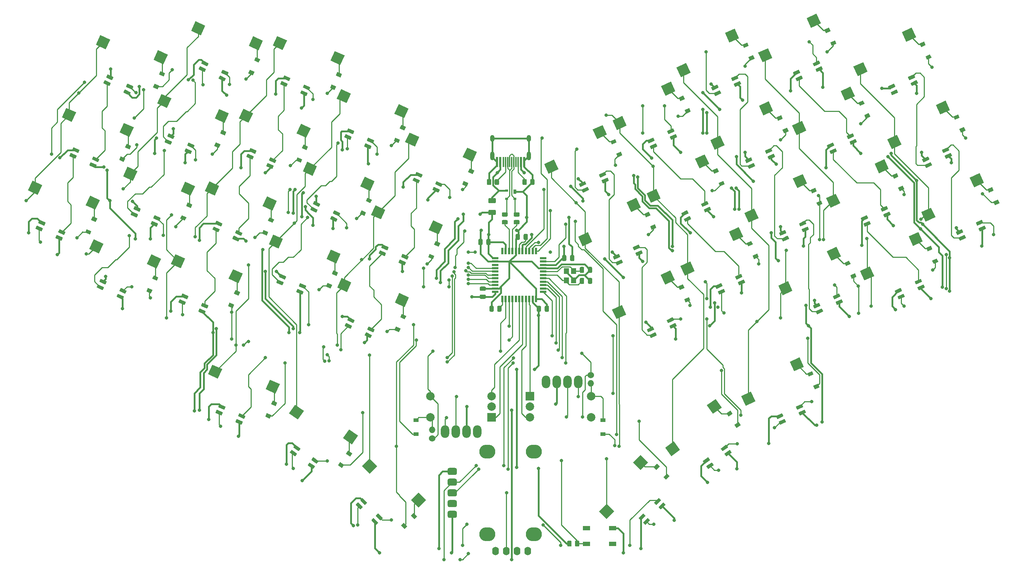
<source format=gbr>
%TF.GenerationSoftware,KiCad,Pcbnew,(5.1.9)-1*%
%TF.CreationDate,2021-07-18T01:14:03-07:00*%
%TF.ProjectId,barobord,6261726f-626f-4726-942e-6b696361645f,rev?*%
%TF.SameCoordinates,Original*%
%TF.FileFunction,Copper,L2,Bot*%
%TF.FilePolarity,Positive*%
%FSLAX46Y46*%
G04 Gerber Fmt 4.6, Leading zero omitted, Abs format (unit mm)*
G04 Created by KiCad (PCBNEW (5.1.9)-1) date 2021-07-18 01:14:03*
%MOMM*%
%LPD*%
G01*
G04 APERTURE LIST*
%TA.AperFunction,ComponentPad*%
%ADD10O,2.000000X3.000000*%
%TD*%
%TA.AperFunction,ComponentPad*%
%ADD11O,1.524000X1.524000*%
%TD*%
%TA.AperFunction,ComponentPad*%
%ADD12C,1.524000*%
%TD*%
%TA.AperFunction,ComponentPad*%
%ADD13R,2.000000X2.000000*%
%TD*%
%TA.AperFunction,ComponentPad*%
%ADD14C,2.000000*%
%TD*%
%TA.AperFunction,ComponentPad*%
%ADD15O,1.600000X2.000000*%
%TD*%
%TA.AperFunction,SMDPad,CuDef*%
%ADD16R,1.200000X0.900000*%
%TD*%
%TA.AperFunction,ComponentPad*%
%ADD17O,3.800000X3.300000*%
%TD*%
%TA.AperFunction,SMDPad,CuDef*%
%ADD18C,0.100000*%
%TD*%
%TA.AperFunction,SMDPad,CuDef*%
%ADD19R,1.200000X1.400000*%
%TD*%
%TA.AperFunction,SMDPad,CuDef*%
%ADD20R,0.600000X2.450000*%
%TD*%
%TA.AperFunction,SMDPad,CuDef*%
%ADD21R,0.300000X2.450000*%
%TD*%
%TA.AperFunction,ComponentPad*%
%ADD22O,1.000000X2.100000*%
%TD*%
%TA.AperFunction,ComponentPad*%
%ADD23O,1.000000X1.600000*%
%TD*%
%TA.AperFunction,SMDPad,CuDef*%
%ADD24R,0.700000X1.000000*%
%TD*%
%TA.AperFunction,SMDPad,CuDef*%
%ADD25R,0.700000X0.600000*%
%TD*%
%TA.AperFunction,SMDPad,CuDef*%
%ADD26R,1.500000X0.550000*%
%TD*%
%TA.AperFunction,SMDPad,CuDef*%
%ADD27R,0.550000X1.500000*%
%TD*%
%TA.AperFunction,SMDPad,CuDef*%
%ADD28R,1.800000X1.100000*%
%TD*%
%TA.AperFunction,ViaPad*%
%ADD29C,0.800000*%
%TD*%
%TA.AperFunction,Conductor*%
%ADD30C,0.381000*%
%TD*%
%TA.AperFunction,Conductor*%
%ADD31C,0.254000*%
%TD*%
G04 APERTURE END LIST*
D10*
%TO.P,SW45,NC*%
%TO.N,Net-(SW45-PadNC)*%
X154182593Y-112208404D03*
%TO.P,SW45,C*%
%TO.N,GND*%
X156722593Y-112208404D03*
%TO.P,SW45,B*%
%TO.N,ENC2B*%
X159262593Y-112208404D03*
%TO.P,SW45,A*%
%TO.N,ENC2A*%
X161802593Y-112208404D03*
D11*
%TO.P,SW45,S2*%
%TO.N,Net-(D82-Pad2)*%
X164802593Y-112558404D03*
D12*
%TO.P,SW45,S1*%
%TO.N,col10*%
X164802593Y-110558404D03*
%TD*%
D13*
%TO.P,SW43,A*%
%TO.N,ENC2A*%
X150352593Y-115558404D03*
D14*
%TO.P,SW43,C*%
%TO.N,GND*%
X150352593Y-118058404D03*
%TO.P,SW43,B*%
%TO.N,ENC2B*%
X150352593Y-120558404D03*
%TO.P,SW43,S2*%
%TO.N,Net-(D82-Pad2)*%
X164852593Y-115558404D03*
%TO.P,SW43,S1*%
%TO.N,col10*%
X164852593Y-120558404D03*
%TD*%
D13*
%TO.P,SW42,A*%
%TO.N,ENC1A*%
X141352593Y-120558404D03*
D14*
%TO.P,SW42,C*%
%TO.N,GND*%
X141352593Y-118058404D03*
%TO.P,SW42,B*%
%TO.N,ENC1B*%
X141352593Y-115558404D03*
%TO.P,SW42,S2*%
%TO.N,Net-(D81-Pad2)*%
X126852593Y-120558404D03*
%TO.P,SW42,S1*%
%TO.N,col10*%
X126852593Y-115558404D03*
%TD*%
D10*
%TO.P,SW44,NC*%
%TO.N,Net-(SW44-PadNC)*%
X137922593Y-123908404D03*
%TO.P,SW44,C*%
%TO.N,GND*%
X135382593Y-123908404D03*
%TO.P,SW44,B*%
%TO.N,ENC1B*%
X132842593Y-123908404D03*
%TO.P,SW44,A*%
%TO.N,ENC1A*%
X130302593Y-123908404D03*
D11*
%TO.P,SW44,S2*%
%TO.N,Net-(D81-Pad2)*%
X127302593Y-123558404D03*
D12*
%TO.P,SW44,S1*%
%TO.N,col10*%
X127302593Y-125558404D03*
%TD*%
D15*
%TO.P,Brd1,2*%
%TO.N,+5V*%
X147332593Y-152258404D03*
%TO.P,Brd1,1*%
%TO.N,GND*%
X149872593Y-152258404D03*
%TO.P,Brd1,3*%
%TO.N,scl*%
X144792593Y-152258404D03*
%TO.P,Brd1,4*%
%TO.N,sda*%
X142252593Y-152258404D03*
%TD*%
D16*
%TO.P,D82,2*%
%TO.N,Net-(D82-Pad2)*%
X167652593Y-121208404D03*
%TO.P,D82,1*%
%TO.N,row3*%
X167652593Y-124508404D03*
%TD*%
%TO.P,D81,2*%
%TO.N,Net-(D81-Pad2)*%
X123452593Y-121208404D03*
%TO.P,D81,1*%
%TO.N,row2*%
X123452593Y-124508404D03*
%TD*%
D17*
%TO.P,J1,9*%
%TO.N,N/C*%
X140352593Y-128658404D03*
%TO.P,J1,8*%
X151352593Y-128658404D03*
%TO.P,J1,7*%
X151352593Y-148258404D03*
%TO.P,J1,6*%
X140352593Y-148258404D03*
%TO.P,J1,1*%
%TO.N,+5V*%
%TA.AperFunction,ComponentPad*%
G36*
G01*
X133128593Y-132953404D02*
X133128593Y-133803404D01*
G75*
G02*
X132703593Y-134228404I-425000J0D01*
G01*
X131353593Y-134228404D01*
G75*
G02*
X130928593Y-133803404I0J425000D01*
G01*
X130928593Y-132953404D01*
G75*
G02*
X131353593Y-132528404I425000J0D01*
G01*
X132703593Y-132528404D01*
G75*
G02*
X133128593Y-132953404I0J-425000D01*
G01*
G37*
%TD.AperFunction*%
%TO.P,J1,2*%
%TO.N,sda*%
%TA.AperFunction,ComponentPad*%
G36*
G01*
X132703593Y-136768404D02*
X131353593Y-136768404D01*
G75*
G02*
X130928593Y-136343404I0J425000D01*
G01*
X130928593Y-135493404D01*
G75*
G02*
X131353593Y-135068404I425000J0D01*
G01*
X132703593Y-135068404D01*
G75*
G02*
X133128593Y-135493404I0J-425000D01*
G01*
X133128593Y-136343404D01*
G75*
G02*
X132703593Y-136768404I-425000J0D01*
G01*
G37*
%TD.AperFunction*%
%TO.P,J1,3*%
%TO.N,scl*%
%TA.AperFunction,ComponentPad*%
G36*
G01*
X132703593Y-139308404D02*
X131353593Y-139308404D01*
G75*
G02*
X130928593Y-138883404I0J425000D01*
G01*
X130928593Y-138033404D01*
G75*
G02*
X131353593Y-137608404I425000J0D01*
G01*
X132703593Y-137608404D01*
G75*
G02*
X133128593Y-138033404I0J-425000D01*
G01*
X133128593Y-138883404D01*
G75*
G02*
X132703593Y-139308404I-425000J0D01*
G01*
G37*
%TD.AperFunction*%
%TO.P,J1,4*%
%TO.N,Net-(J1-Pad4)*%
%TA.AperFunction,ComponentPad*%
G36*
G01*
X132703593Y-141848404D02*
X131353593Y-141848404D01*
G75*
G02*
X130928593Y-141423404I0J425000D01*
G01*
X130928593Y-140573404D01*
G75*
G02*
X131353593Y-140148404I425000J0D01*
G01*
X132703593Y-140148404D01*
G75*
G02*
X133128593Y-140573404I0J-425000D01*
G01*
X133128593Y-141423404D01*
G75*
G02*
X132703593Y-141848404I-425000J0D01*
G01*
G37*
%TD.AperFunction*%
%TO.P,J1,5*%
%TO.N,GND*%
%TA.AperFunction,ComponentPad*%
G36*
G01*
X132703593Y-144388404D02*
X131353593Y-144388404D01*
G75*
G02*
X130928593Y-143963404I0J425000D01*
G01*
X130928593Y-143113404D01*
G75*
G02*
X131353593Y-142688404I425000J0D01*
G01*
X132703593Y-142688404D01*
G75*
G02*
X133128593Y-143113404I0J-425000D01*
G01*
X133128593Y-143963404D01*
G75*
G02*
X132703593Y-144388404I-425000J0D01*
G01*
G37*
%TD.AperFunction*%
%TD*%
%TO.P,D56,3*%
%TO.N,GND*%
%TA.AperFunction,SMDPad,CuDef*%
G36*
G01*
X119716934Y-83229020D02*
X121018392Y-83835900D01*
G75*
G02*
X121058054Y-83944872I-34655J-74317D01*
G01*
X120780816Y-84539410D01*
G75*
G02*
X120671844Y-84579072I-74317J34655D01*
G01*
X119370386Y-83972192D01*
G75*
G02*
X119330724Y-83863220I34655J74317D01*
G01*
X119607962Y-83268682D01*
G75*
G02*
X119716934Y-83229020I74317J-34655D01*
G01*
G37*
%TD.AperFunction*%
%TO.P,D56,4*%
%TO.N,Net-(D55-Pad2)*%
%TA.AperFunction,SMDPad,CuDef*%
G36*
G01*
X120350862Y-81869558D02*
X121652320Y-82476438D01*
G75*
G02*
X121691982Y-82585410I-34655J-74317D01*
G01*
X121414744Y-83179948D01*
G75*
G02*
X121305772Y-83219610I-74317J34655D01*
G01*
X120004314Y-82612730D01*
G75*
G02*
X119964652Y-82503758I34655J74317D01*
G01*
X120241890Y-81909220D01*
G75*
G02*
X120350862Y-81869558I74317J-34655D01*
G01*
G37*
%TD.AperFunction*%
%TO.P,D56,2*%
%TO.N,Net-(D56-Pad2)*%
%TA.AperFunction,SMDPad,CuDef*%
G36*
G01*
X115004134Y-81031405D02*
X116305592Y-81638285D01*
G75*
G02*
X116345254Y-81747257I-34655J-74317D01*
G01*
X116068016Y-82341795D01*
G75*
G02*
X115959044Y-82381457I-74317J34655D01*
G01*
X114657586Y-81774577D01*
G75*
G02*
X114617924Y-81665605I34655J74317D01*
G01*
X114895162Y-81071067D01*
G75*
G02*
X115004134Y-81031405I74317J-34655D01*
G01*
G37*
%TD.AperFunction*%
%TO.P,D56,1*%
%TO.N,+5V*%
%TA.AperFunction,SMDPad,CuDef*%
G36*
G01*
X115638061Y-79671943D02*
X116939519Y-80278823D01*
G75*
G02*
X116979181Y-80387795I-34655J-74317D01*
G01*
X116701943Y-80982333D01*
G75*
G02*
X116592971Y-81021995I-74317J34655D01*
G01*
X115291513Y-80415115D01*
G75*
G02*
X115251851Y-80306143I34655J74317D01*
G01*
X115529089Y-79711605D01*
G75*
G02*
X115638061Y-79671943I74317J-34655D01*
G01*
G37*
%TD.AperFunction*%
%TD*%
%TO.P,D57,3*%
%TO.N,GND*%
%TA.AperFunction,SMDPad,CuDef*%
G36*
G01*
X111687188Y-100448867D02*
X112988646Y-101055747D01*
G75*
G02*
X113028308Y-101164719I-34655J-74317D01*
G01*
X112751070Y-101759257D01*
G75*
G02*
X112642098Y-101798919I-74317J34655D01*
G01*
X111340640Y-101192039D01*
G75*
G02*
X111300978Y-101083067I34655J74317D01*
G01*
X111578216Y-100488529D01*
G75*
G02*
X111687188Y-100448867I74317J-34655D01*
G01*
G37*
%TD.AperFunction*%
%TO.P,D57,4*%
%TO.N,Net-(D56-Pad2)*%
%TA.AperFunction,SMDPad,CuDef*%
G36*
G01*
X112321116Y-99089405D02*
X113622574Y-99696285D01*
G75*
G02*
X113662236Y-99805257I-34655J-74317D01*
G01*
X113384998Y-100399795D01*
G75*
G02*
X113276026Y-100439457I-74317J34655D01*
G01*
X111974568Y-99832577D01*
G75*
G02*
X111934906Y-99723605I34655J74317D01*
G01*
X112212144Y-99129067D01*
G75*
G02*
X112321116Y-99089405I74317J-34655D01*
G01*
G37*
%TD.AperFunction*%
%TO.P,D57,2*%
%TO.N,Net-(D57-Pad2)*%
%TA.AperFunction,SMDPad,CuDef*%
G36*
G01*
X106974388Y-98251252D02*
X108275846Y-98858132D01*
G75*
G02*
X108315508Y-98967104I-34655J-74317D01*
G01*
X108038270Y-99561642D01*
G75*
G02*
X107929298Y-99601304I-74317J34655D01*
G01*
X106627840Y-98994424D01*
G75*
G02*
X106588178Y-98885452I34655J74317D01*
G01*
X106865416Y-98290914D01*
G75*
G02*
X106974388Y-98251252I74317J-34655D01*
G01*
G37*
%TD.AperFunction*%
%TO.P,D57,1*%
%TO.N,+5V*%
%TA.AperFunction,SMDPad,CuDef*%
G36*
G01*
X107608315Y-96891790D02*
X108909773Y-97498670D01*
G75*
G02*
X108949435Y-97607642I-34655J-74317D01*
G01*
X108672197Y-98202180D01*
G75*
G02*
X108563225Y-98241842I-74317J34655D01*
G01*
X107261767Y-97634962D01*
G75*
G02*
X107222105Y-97525990I34655J74317D01*
G01*
X107499343Y-96931452D01*
G75*
G02*
X107608315Y-96891790I74317J-34655D01*
G01*
G37*
%TD.AperFunction*%
%TD*%
%TO.P,D45,3*%
%TO.N,GND*%
%TA.AperFunction,SMDPad,CuDef*%
G36*
G01*
X61084192Y-74093857D02*
X62385650Y-74700737D01*
G75*
G02*
X62425312Y-74809709I-34655J-74317D01*
G01*
X62148074Y-75404247D01*
G75*
G02*
X62039102Y-75443909I-74317J34655D01*
G01*
X60737644Y-74837029D01*
G75*
G02*
X60697982Y-74728057I34655J74317D01*
G01*
X60975220Y-74133519D01*
G75*
G02*
X61084192Y-74093857I74317J-34655D01*
G01*
G37*
%TD.AperFunction*%
%TO.P,D45,4*%
%TO.N,Net-(D44-Pad2)*%
%TA.AperFunction,SMDPad,CuDef*%
G36*
G01*
X61718120Y-72734395D02*
X63019578Y-73341275D01*
G75*
G02*
X63059240Y-73450247I-34655J-74317D01*
G01*
X62782002Y-74044785D01*
G75*
G02*
X62673030Y-74084447I-74317J34655D01*
G01*
X61371572Y-73477567D01*
G75*
G02*
X61331910Y-73368595I34655J74317D01*
G01*
X61609148Y-72774057D01*
G75*
G02*
X61718120Y-72734395I74317J-34655D01*
G01*
G37*
%TD.AperFunction*%
%TO.P,D45,2*%
%TO.N,Net-(D45-Pad2)*%
%TA.AperFunction,SMDPad,CuDef*%
G36*
G01*
X56371392Y-71896242D02*
X57672850Y-72503122D01*
G75*
G02*
X57712512Y-72612094I-34655J-74317D01*
G01*
X57435274Y-73206632D01*
G75*
G02*
X57326302Y-73246294I-74317J34655D01*
G01*
X56024844Y-72639414D01*
G75*
G02*
X55985182Y-72530442I34655J74317D01*
G01*
X56262420Y-71935904D01*
G75*
G02*
X56371392Y-71896242I74317J-34655D01*
G01*
G37*
%TD.AperFunction*%
%TO.P,D45,1*%
%TO.N,+5V*%
%TA.AperFunction,SMDPad,CuDef*%
G36*
G01*
X57005319Y-70536780D02*
X58306777Y-71143660D01*
G75*
G02*
X58346439Y-71252632I-34655J-74317D01*
G01*
X58069201Y-71847170D01*
G75*
G02*
X57960229Y-71886832I-74317J34655D01*
G01*
X56658771Y-71279952D01*
G75*
G02*
X56619109Y-71170980I34655J74317D01*
G01*
X56896347Y-70576442D01*
G75*
G02*
X57005319Y-70536780I74317J-34655D01*
G01*
G37*
%TD.AperFunction*%
%TD*%
%TO.P,D65,3*%
%TO.N,GND*%
%TA.AperFunction,SMDPad,CuDef*%
G36*
G01*
X175394408Y-81638285D02*
X176695866Y-81031405D01*
G75*
G02*
X176804838Y-81071067I34655J-74317D01*
G01*
X177082076Y-81665605D01*
G75*
G02*
X177042414Y-81774577I-74317J-34655D01*
G01*
X175740956Y-82381457D01*
G75*
G02*
X175631984Y-82341795I-34655J74317D01*
G01*
X175354746Y-81747257D01*
G75*
G02*
X175394408Y-81638285I74317J34655D01*
G01*
G37*
%TD.AperFunction*%
%TO.P,D65,4*%
%TO.N,Net-(D64-Pad2)*%
%TA.AperFunction,SMDPad,CuDef*%
G36*
G01*
X174760481Y-80278823D02*
X176061939Y-79671943D01*
G75*
G02*
X176170911Y-79711605I34655J-74317D01*
G01*
X176448149Y-80306143D01*
G75*
G02*
X176408487Y-80415115I-74317J-34655D01*
G01*
X175107029Y-81021995D01*
G75*
G02*
X174998057Y-80982333I-34655J74317D01*
G01*
X174720819Y-80387795D01*
G75*
G02*
X174760481Y-80278823I74317J34655D01*
G01*
G37*
%TD.AperFunction*%
%TO.P,D65,2*%
%TO.N,Net-(D65-Pad2)*%
%TA.AperFunction,SMDPad,CuDef*%
G36*
G01*
X170681608Y-83835900D02*
X171983066Y-83229020D01*
G75*
G02*
X172092038Y-83268682I34655J-74317D01*
G01*
X172369276Y-83863220D01*
G75*
G02*
X172329614Y-83972192I-74317J-34655D01*
G01*
X171028156Y-84579072D01*
G75*
G02*
X170919184Y-84539410I-34655J74317D01*
G01*
X170641946Y-83944872D01*
G75*
G02*
X170681608Y-83835900I74317J34655D01*
G01*
G37*
%TD.AperFunction*%
%TO.P,D65,1*%
%TO.N,+5V*%
%TA.AperFunction,SMDPad,CuDef*%
G36*
G01*
X170047680Y-82476438D02*
X171349138Y-81869558D01*
G75*
G02*
X171458110Y-81909220I34655J-74317D01*
G01*
X171735348Y-82503758D01*
G75*
G02*
X171695686Y-82612730I-74317J-34655D01*
G01*
X170394228Y-83219610D01*
G75*
G02*
X170285256Y-83179948I-34655J74317D01*
G01*
X170008018Y-82585410D01*
G75*
G02*
X170047680Y-82476438I74317J34655D01*
G01*
G37*
%TD.AperFunction*%
%TD*%
%TO.P,D59,3*%
%TO.N,GND*%
%TA.AperFunction,SMDPad,CuDef*%
G36*
G01*
X98359178Y-131279533D02*
X99535480Y-132103189D01*
G75*
G02*
X99555617Y-132217392I-47033J-67170D01*
G01*
X99179351Y-132754756D01*
G75*
G02*
X99065148Y-132774893I-67170J47033D01*
G01*
X97888846Y-131951237D01*
G75*
G02*
X97868709Y-131837034I47033J67170D01*
G01*
X98244975Y-131299670D01*
G75*
G02*
X98359178Y-131279533I67170J-47033D01*
G01*
G37*
%TD.AperFunction*%
%TO.P,D59,4*%
%TO.N,Net-(D58-Pad2)*%
%TA.AperFunction,SMDPad,CuDef*%
G36*
G01*
X99219543Y-130050805D02*
X100395845Y-130874461D01*
G75*
G02*
X100415982Y-130988664I-47033J-67170D01*
G01*
X100039716Y-131526028D01*
G75*
G02*
X99925513Y-131546165I-67170J47033D01*
G01*
X98749211Y-130722509D01*
G75*
G02*
X98729074Y-130608306I47033J67170D01*
G01*
X99105340Y-130070942D01*
G75*
G02*
X99219543Y-130050805I67170J-47033D01*
G01*
G37*
%TD.AperFunction*%
%TO.P,D59,2*%
%TO.N,Net-(D59-Pad2)*%
%TA.AperFunction,SMDPad,CuDef*%
G36*
G01*
X94099588Y-128296936D02*
X95275890Y-129120592D01*
G75*
G02*
X95296027Y-129234795I-47033J-67170D01*
G01*
X94919761Y-129772159D01*
G75*
G02*
X94805558Y-129792296I-67170J47033D01*
G01*
X93629256Y-128968640D01*
G75*
G02*
X93609119Y-128854437I47033J67170D01*
G01*
X93985385Y-128317073D01*
G75*
G02*
X94099588Y-128296936I67170J-47033D01*
G01*
G37*
%TD.AperFunction*%
%TO.P,D59,1*%
%TO.N,+5V*%
%TA.AperFunction,SMDPad,CuDef*%
G36*
G01*
X94959952Y-127068208D02*
X96136254Y-127891864D01*
G75*
G02*
X96156391Y-128006067I-47033J-67170D01*
G01*
X95780125Y-128543431D01*
G75*
G02*
X95665922Y-128563568I-67170J47033D01*
G01*
X94489620Y-127739912D01*
G75*
G02*
X94469483Y-127625709I47033J67170D01*
G01*
X94845749Y-127088345D01*
G75*
G02*
X94959952Y-127068208I67170J-47033D01*
G01*
G37*
%TD.AperFunction*%
%TD*%
%TO.P,D53,3*%
%TO.N,GND*%
%TA.AperFunction,SMDPad,CuDef*%
G36*
G01*
X103553633Y-72933503D02*
X104855091Y-73540383D01*
G75*
G02*
X104894753Y-73649355I-34655J-74317D01*
G01*
X104617515Y-74243893D01*
G75*
G02*
X104508543Y-74283555I-74317J34655D01*
G01*
X103207085Y-73676675D01*
G75*
G02*
X103167423Y-73567703I34655J74317D01*
G01*
X103444661Y-72973165D01*
G75*
G02*
X103553633Y-72933503I74317J-34655D01*
G01*
G37*
%TD.AperFunction*%
%TO.P,D53,4*%
%TO.N,Net-(D52-Pad2)*%
%TA.AperFunction,SMDPad,CuDef*%
G36*
G01*
X104187561Y-71574041D02*
X105489019Y-72180921D01*
G75*
G02*
X105528681Y-72289893I-34655J-74317D01*
G01*
X105251443Y-72884431D01*
G75*
G02*
X105142471Y-72924093I-74317J34655D01*
G01*
X103841013Y-72317213D01*
G75*
G02*
X103801351Y-72208241I34655J74317D01*
G01*
X104078589Y-71613703D01*
G75*
G02*
X104187561Y-71574041I74317J-34655D01*
G01*
G37*
%TD.AperFunction*%
%TO.P,D53,2*%
%TO.N,Net-(D53-Pad2)*%
%TA.AperFunction,SMDPad,CuDef*%
G36*
G01*
X98840833Y-70735888D02*
X100142291Y-71342768D01*
G75*
G02*
X100181953Y-71451740I-34655J-74317D01*
G01*
X99904715Y-72046278D01*
G75*
G02*
X99795743Y-72085940I-74317J34655D01*
G01*
X98494285Y-71479060D01*
G75*
G02*
X98454623Y-71370088I34655J74317D01*
G01*
X98731861Y-70775550D01*
G75*
G02*
X98840833Y-70735888I74317J-34655D01*
G01*
G37*
%TD.AperFunction*%
%TO.P,D53,1*%
%TO.N,+5V*%
%TA.AperFunction,SMDPad,CuDef*%
G36*
G01*
X99474760Y-69376426D02*
X100776218Y-69983306D01*
G75*
G02*
X100815880Y-70092278I-34655J-74317D01*
G01*
X100538642Y-70686816D01*
G75*
G02*
X100429670Y-70726478I-74317J34655D01*
G01*
X99128212Y-70119598D01*
G75*
G02*
X99088550Y-70010626I34655J74317D01*
G01*
X99365788Y-69416088D01*
G75*
G02*
X99474760Y-69376426I74317J-34655D01*
G01*
G37*
%TD.AperFunction*%
%TD*%
%TO.P,D52,3*%
%TO.N,GND*%
%TA.AperFunction,SMDPad,CuDef*%
G36*
G01*
X95523886Y-90153351D02*
X96825344Y-90760231D01*
G75*
G02*
X96865006Y-90869203I-34655J-74317D01*
G01*
X96587768Y-91463741D01*
G75*
G02*
X96478796Y-91503403I-74317J34655D01*
G01*
X95177338Y-90896523D01*
G75*
G02*
X95137676Y-90787551I34655J74317D01*
G01*
X95414914Y-90193013D01*
G75*
G02*
X95523886Y-90153351I74317J-34655D01*
G01*
G37*
%TD.AperFunction*%
%TO.P,D52,4*%
%TO.N,Net-(D51-Pad2)*%
%TA.AperFunction,SMDPad,CuDef*%
G36*
G01*
X96157814Y-88793889D02*
X97459272Y-89400769D01*
G75*
G02*
X97498934Y-89509741I-34655J-74317D01*
G01*
X97221696Y-90104279D01*
G75*
G02*
X97112724Y-90143941I-74317J34655D01*
G01*
X95811266Y-89537061D01*
G75*
G02*
X95771604Y-89428089I34655J74317D01*
G01*
X96048842Y-88833551D01*
G75*
G02*
X96157814Y-88793889I74317J-34655D01*
G01*
G37*
%TD.AperFunction*%
%TO.P,D52,2*%
%TO.N,Net-(D52-Pad2)*%
%TA.AperFunction,SMDPad,CuDef*%
G36*
G01*
X90811086Y-87955736D02*
X92112544Y-88562616D01*
G75*
G02*
X92152206Y-88671588I-34655J-74317D01*
G01*
X91874968Y-89266126D01*
G75*
G02*
X91765996Y-89305788I-74317J34655D01*
G01*
X90464538Y-88698908D01*
G75*
G02*
X90424876Y-88589936I34655J74317D01*
G01*
X90702114Y-87995398D01*
G75*
G02*
X90811086Y-87955736I74317J-34655D01*
G01*
G37*
%TD.AperFunction*%
%TO.P,D52,1*%
%TO.N,+5V*%
%TA.AperFunction,SMDPad,CuDef*%
G36*
G01*
X91445013Y-86596274D02*
X92746471Y-87203154D01*
G75*
G02*
X92786133Y-87312126I-34655J-74317D01*
G01*
X92508895Y-87906664D01*
G75*
G02*
X92399923Y-87946326I-74317J34655D01*
G01*
X91098465Y-87339446D01*
G75*
G02*
X91058803Y-87230474I34655J74317D01*
G01*
X91336041Y-86635936D01*
G75*
G02*
X91445013Y-86596274I74317J-34655D01*
G01*
G37*
%TD.AperFunction*%
%TD*%
%TO.P,D54,3*%
%TO.N,GND*%
%TA.AperFunction,SMDPad,CuDef*%
G36*
G01*
X111583380Y-55713656D02*
X112884838Y-56320536D01*
G75*
G02*
X112924500Y-56429508I-34655J-74317D01*
G01*
X112647262Y-57024046D01*
G75*
G02*
X112538290Y-57063708I-74317J34655D01*
G01*
X111236832Y-56456828D01*
G75*
G02*
X111197170Y-56347856I34655J74317D01*
G01*
X111474408Y-55753318D01*
G75*
G02*
X111583380Y-55713656I74317J-34655D01*
G01*
G37*
%TD.AperFunction*%
%TO.P,D54,4*%
%TO.N,Net-(D53-Pad2)*%
%TA.AperFunction,SMDPad,CuDef*%
G36*
G01*
X112217308Y-54354194D02*
X113518766Y-54961074D01*
G75*
G02*
X113558428Y-55070046I-34655J-74317D01*
G01*
X113281190Y-55664584D01*
G75*
G02*
X113172218Y-55704246I-74317J34655D01*
G01*
X111870760Y-55097366D01*
G75*
G02*
X111831098Y-54988394I34655J74317D01*
G01*
X112108336Y-54393856D01*
G75*
G02*
X112217308Y-54354194I74317J-34655D01*
G01*
G37*
%TD.AperFunction*%
%TO.P,D54,2*%
%TO.N,Net-(D54-Pad2)*%
%TA.AperFunction,SMDPad,CuDef*%
G36*
G01*
X106870580Y-53516041D02*
X108172038Y-54122921D01*
G75*
G02*
X108211700Y-54231893I-34655J-74317D01*
G01*
X107934462Y-54826431D01*
G75*
G02*
X107825490Y-54866093I-74317J34655D01*
G01*
X106524032Y-54259213D01*
G75*
G02*
X106484370Y-54150241I34655J74317D01*
G01*
X106761608Y-53555703D01*
G75*
G02*
X106870580Y-53516041I74317J-34655D01*
G01*
G37*
%TD.AperFunction*%
%TO.P,D54,1*%
%TO.N,+5V*%
%TA.AperFunction,SMDPad,CuDef*%
G36*
G01*
X107504507Y-52156579D02*
X108805965Y-52763459D01*
G75*
G02*
X108845627Y-52872431I-34655J-74317D01*
G01*
X108568389Y-53466969D01*
G75*
G02*
X108459417Y-53506631I-74317J34655D01*
G01*
X107157959Y-52899751D01*
G75*
G02*
X107118297Y-52790779I34655J74317D01*
G01*
X107395535Y-52196241D01*
G75*
G02*
X107504507Y-52156579I74317J-34655D01*
G01*
G37*
%TD.AperFunction*%
%TD*%
%TA.AperFunction,SMDPad,CuDef*%
D18*
%TO.P,SW24,2*%
%TO.N,col3*%
G36*
X88646754Y-79542826D02*
G01*
X89703299Y-77277057D01*
X92014384Y-78354734D01*
X90957839Y-80620503D01*
X88646754Y-79542826D01*
G37*
%TD.AperFunction*%
%TA.AperFunction,SMDPad,CuDef*%
%TO.P,SW24,1*%
%TO.N,Net-(D24-Pad2)*%
G36*
X102272567Y-83094067D02*
G01*
X103329112Y-80828298D01*
X105640197Y-81905975D01*
X104583652Y-84171744D01*
X102272567Y-83094067D01*
G37*
%TD.AperFunction*%
%TD*%
%TA.AperFunction,SMDPad,CuDef*%
%TO.P,SW4,2*%
%TO.N,col3*%
G36*
X104706248Y-45103131D02*
G01*
X105762793Y-42837362D01*
X108073878Y-43915039D01*
X107017333Y-46180808D01*
X104706248Y-45103131D01*
G37*
%TD.AperFunction*%
%TA.AperFunction,SMDPad,CuDef*%
%TO.P,SW4,1*%
%TO.N,Net-(D4-Pad2)*%
G36*
X118332061Y-48654372D02*
G01*
X119388606Y-46388603D01*
X121699691Y-47466280D01*
X120643146Y-49732049D01*
X118332061Y-48654372D01*
G37*
%TD.AperFunction*%
%TD*%
%TA.AperFunction,SMDPad,CuDef*%
%TO.P,SW14,2*%
%TO.N,col3*%
G36*
X96676501Y-62322978D02*
G01*
X97733046Y-60057209D01*
X100044131Y-61134886D01*
X98987586Y-63400655D01*
X96676501Y-62322978D01*
G37*
%TD.AperFunction*%
%TA.AperFunction,SMDPad,CuDef*%
%TO.P,SW14,1*%
%TO.N,Net-(D14-Pad2)*%
G36*
X110302314Y-65874219D02*
G01*
X111358859Y-63608450D01*
X113669944Y-64686127D01*
X112613399Y-66951896D01*
X110302314Y-65874219D01*
G37*
%TD.AperFunction*%
%TD*%
%TA.AperFunction,SMDPad,CuDef*%
%TO.P,SW34,2*%
%TO.N,col3*%
G36*
X93429024Y-119636005D02*
G01*
X94862965Y-117588125D01*
X96951802Y-119050745D01*
X95517861Y-121098625D01*
X93429024Y-119636005D01*
G37*
%TD.AperFunction*%
%TA.AperFunction,SMDPad,CuDef*%
%TO.P,SW34,1*%
%TO.N,Net-(D34-Pad2)*%
G36*
X106231164Y-125499392D02*
G01*
X107665105Y-123451512D01*
X109753942Y-124914132D01*
X108320001Y-126962012D01*
X106231164Y-125499392D01*
G37*
%TD.AperFunction*%
%TD*%
%TA.AperFunction,SMDPad,CuDef*%
%TO.P,SW7,2*%
%TO.N,col6*%
G36*
X170979294Y-52570796D02*
G01*
X169922749Y-50305027D01*
X172233834Y-49227350D01*
X173290379Y-51493119D01*
X170979294Y-52570796D01*
G37*
%TD.AperFunction*%
%TA.AperFunction,SMDPad,CuDef*%
%TO.P,SW7,1*%
%TO.N,Net-(D7-Pad2)*%
G36*
X182458206Y-44415512D02*
G01*
X181401661Y-42149743D01*
X183712746Y-41072066D01*
X184769291Y-43337835D01*
X182458206Y-44415512D01*
G37*
%TD.AperFunction*%
%TD*%
%TA.AperFunction,SMDPad,CuDef*%
%TO.P,SW40,2*%
%TO.N,col9*%
G36*
X229508229Y-88170844D02*
G01*
X228451684Y-85905075D01*
X230762769Y-84827398D01*
X231819314Y-87093167D01*
X229508229Y-88170844D01*
G37*
%TD.AperFunction*%
%TA.AperFunction,SMDPad,CuDef*%
%TO.P,SW40,1*%
%TO.N,Net-(D40-Pad2)*%
G36*
X240987141Y-80015560D02*
G01*
X239930596Y-77749791D01*
X242241681Y-76672114D01*
X243298226Y-78937883D01*
X240987141Y-80015560D01*
G37*
%TD.AperFunction*%
%TD*%
%TA.AperFunction,SMDPad,CuDef*%
%TO.P,SW39,2*%
%TO.N,col8*%
G36*
X210175291Y-91669052D02*
G01*
X209118746Y-89403283D01*
X211429831Y-88325606D01*
X212486376Y-90591375D01*
X210175291Y-91669052D01*
G37*
%TD.AperFunction*%
%TA.AperFunction,SMDPad,CuDef*%
%TO.P,SW39,1*%
%TO.N,Net-(D39-Pad2)*%
G36*
X221654203Y-83513768D02*
G01*
X220597658Y-81247999D01*
X222908743Y-80170322D01*
X223965288Y-82436091D01*
X221654203Y-83513768D01*
G37*
%TD.AperFunction*%
%TD*%
%TA.AperFunction,SMDPad,CuDef*%
%TO.P,SW38,2*%
%TO.N,col7*%
G36*
X201407808Y-117824955D02*
G01*
X200351263Y-115559186D01*
X202662348Y-114481509D01*
X203718893Y-116747278D01*
X201407808Y-117824955D01*
G37*
%TD.AperFunction*%
%TA.AperFunction,SMDPad,CuDef*%
%TO.P,SW38,1*%
%TO.N,Net-(D38-Pad2)*%
G36*
X212886720Y-109669671D02*
G01*
X211830175Y-107403902D01*
X214141260Y-106326225D01*
X215197805Y-108591994D01*
X212886720Y-109669671D01*
G37*
%TD.AperFunction*%
%TD*%
%TA.AperFunction,SMDPad,CuDef*%
%TO.P,SW37,2*%
%TO.N,col6*%
G36*
X183796560Y-129771101D02*
G01*
X182362619Y-127723221D01*
X184451456Y-126260601D01*
X185885397Y-128308481D01*
X183796560Y-129771101D01*
G37*
%TD.AperFunction*%
%TA.AperFunction,SMDPad,CuDef*%
%TO.P,SW37,1*%
%TO.N,Net-(D37-Pad2)*%
G36*
X193684932Y-119746421D02*
G01*
X192250991Y-117698541D01*
X194339828Y-116235921D01*
X195773769Y-118283801D01*
X193684932Y-119746421D01*
G37*
%TD.AperFunction*%
%TD*%
%TA.AperFunction,SMDPad,CuDef*%
%TO.P,SW36,2*%
%TO.N,col5*%
G36*
X168527294Y-144593920D02*
G01*
X166759527Y-142826153D01*
X168562650Y-141023030D01*
X170330417Y-142790797D01*
X168527294Y-144593920D01*
G37*
%TD.AperFunction*%
%TA.AperFunction,SMDPad,CuDef*%
%TO.P,SW36,1*%
%TO.N,Net-(D36-Pad2)*%
G36*
X176524671Y-133004440D02*
G01*
X174756904Y-131236673D01*
X176560027Y-129433550D01*
X178327794Y-131201317D01*
X176524671Y-133004440D01*
G37*
%TD.AperFunction*%
%TD*%
%TA.AperFunction,SMDPad,CuDef*%
%TO.P,SW35,2*%
%TO.N,col4*%
G36*
X110678129Y-132099343D02*
G01*
X112445896Y-130331576D01*
X114249019Y-132134699D01*
X112481252Y-133902466D01*
X110678129Y-132099343D01*
G37*
%TD.AperFunction*%
%TA.AperFunction,SMDPad,CuDef*%
%TO.P,SW35,1*%
%TO.N,Net-(D35-Pad2)*%
G36*
X122267609Y-140096720D02*
G01*
X124035376Y-138328953D01*
X125838499Y-140132076D01*
X124070732Y-141899843D01*
X122267609Y-140096720D01*
G37*
%TD.AperFunction*%
%TD*%
%TA.AperFunction,SMDPad,CuDef*%
%TO.P,SW33,2*%
%TO.N,col2*%
G36*
X74277734Y-110357290D02*
G01*
X75334279Y-108091521D01*
X77645364Y-109169198D01*
X76588819Y-111434967D01*
X74277734Y-110357290D01*
G37*
%TD.AperFunction*%
%TA.AperFunction,SMDPad,CuDef*%
%TO.P,SW33,1*%
%TO.N,Net-(D33-Pad2)*%
G36*
X87903547Y-113908531D02*
G01*
X88960092Y-111642762D01*
X91271177Y-112720439D01*
X90214632Y-114986208D01*
X87903547Y-113908531D01*
G37*
%TD.AperFunction*%
%TD*%
%TA.AperFunction,SMDPad,CuDef*%
%TO.P,SW32,2*%
%TO.N,col1*%
G36*
X65510251Y-84201387D02*
G01*
X66566796Y-81935618D01*
X68877881Y-83013295D01*
X67821336Y-85279064D01*
X65510251Y-84201387D01*
G37*
%TD.AperFunction*%
%TA.AperFunction,SMDPad,CuDef*%
%TO.P,SW32,1*%
%TO.N,Net-(D32-Pad2)*%
G36*
X79136064Y-87752628D02*
G01*
X80192609Y-85486859D01*
X82503694Y-86564536D01*
X81447149Y-88830305D01*
X79136064Y-87752628D01*
G37*
%TD.AperFunction*%
%TD*%
%TA.AperFunction,SMDPad,CuDef*%
%TO.P,SW31,2*%
%TO.N,col0*%
G36*
X46177313Y-80703179D02*
G01*
X47233858Y-78437410D01*
X49544943Y-79515087D01*
X48488398Y-81780856D01*
X46177313Y-80703179D01*
G37*
%TD.AperFunction*%
%TA.AperFunction,SMDPad,CuDef*%
%TO.P,SW31,1*%
%TO.N,Net-(D31-Pad2)*%
G36*
X59803126Y-84254420D02*
G01*
X60859671Y-81988651D01*
X63170756Y-83066328D01*
X62114211Y-85332097D01*
X59803126Y-84254420D01*
G37*
%TD.AperFunction*%
%TD*%
%TA.AperFunction,SMDPad,CuDef*%
%TO.P,SW30,2*%
%TO.N,col9*%
G36*
X243981057Y-74250097D02*
G01*
X242924512Y-71984328D01*
X245235597Y-70906651D01*
X246292142Y-73172420D01*
X243981057Y-74250097D01*
G37*
%TD.AperFunction*%
%TA.AperFunction,SMDPad,CuDef*%
%TO.P,SW30,1*%
%TO.N,Net-(D30-Pad2)*%
G36*
X255459969Y-66094813D02*
G01*
X254403424Y-63829044D01*
X256714509Y-62751367D01*
X257771054Y-65017136D01*
X255459969Y-66094813D01*
G37*
%TD.AperFunction*%
%TD*%
%TA.AperFunction,SMDPad,CuDef*%
%TO.P,SW29,2*%
%TO.N,col8*%
G36*
X221478482Y-70950997D02*
G01*
X220421937Y-68685228D01*
X222733022Y-67607551D01*
X223789567Y-69873320D01*
X221478482Y-70950997D01*
G37*
%TD.AperFunction*%
%TA.AperFunction,SMDPad,CuDef*%
%TO.P,SW29,1*%
%TO.N,Net-(D29-Pad2)*%
G36*
X232957394Y-62795713D02*
G01*
X231900849Y-60529944D01*
X234211934Y-59452267D01*
X235268479Y-61718036D01*
X232957394Y-62795713D01*
G37*
%TD.AperFunction*%
%TD*%
%TA.AperFunction,SMDPad,CuDef*%
%TO.P,SW28,2*%
%TO.N,col7*%
G36*
X202145544Y-74449205D02*
G01*
X201088999Y-72183436D01*
X203400084Y-71105759D01*
X204456629Y-73371528D01*
X202145544Y-74449205D01*
G37*
%TD.AperFunction*%
%TA.AperFunction,SMDPad,CuDef*%
%TO.P,SW28,1*%
%TO.N,Net-(D28-Pad2)*%
G36*
X213624456Y-66293921D02*
G01*
X212567911Y-64028152D01*
X214878996Y-62950475D01*
X215935541Y-65216244D01*
X213624456Y-66293921D01*
G37*
%TD.AperFunction*%
%TD*%
%TA.AperFunction,SMDPad,CuDef*%
%TO.P,SW27,2*%
%TO.N,col6*%
G36*
X187038788Y-87010491D02*
G01*
X185982243Y-84744722D01*
X188293328Y-83667045D01*
X189349873Y-85932814D01*
X187038788Y-87010491D01*
G37*
%TD.AperFunction*%
%TA.AperFunction,SMDPad,CuDef*%
%TO.P,SW27,1*%
%TO.N,Net-(D27-Pad2)*%
G36*
X198517700Y-78855207D02*
G01*
X197461155Y-76589438D01*
X199772240Y-75511761D01*
X200828785Y-77777530D01*
X198517700Y-78855207D01*
G37*
%TD.AperFunction*%
%TD*%
%TA.AperFunction,SMDPad,CuDef*%
%TO.P,SW26,2*%
%TO.N,col5*%
G36*
X170875486Y-97306007D02*
G01*
X169818941Y-95040238D01*
X172130026Y-93962561D01*
X173186571Y-96228330D01*
X170875486Y-97306007D01*
G37*
%TD.AperFunction*%
%TA.AperFunction,SMDPad,CuDef*%
%TO.P,SW26,1*%
%TO.N,Net-(D26-Pad2)*%
G36*
X182354398Y-89150723D02*
G01*
X181297853Y-86884954D01*
X183608938Y-85807277D01*
X184665483Y-88073046D01*
X182354398Y-89150723D01*
G37*
%TD.AperFunction*%
%TD*%
%TA.AperFunction,SMDPad,CuDef*%
%TO.P,SW25,2*%
%TO.N,col4*%
G36*
X104810056Y-89838342D02*
G01*
X105866601Y-87572573D01*
X108177686Y-88650250D01*
X107121141Y-90916019D01*
X104810056Y-89838342D01*
G37*
%TD.AperFunction*%
%TA.AperFunction,SMDPad,CuDef*%
%TO.P,SW25,1*%
%TO.N,Net-(D25-Pad2)*%
G36*
X118435869Y-93389583D02*
G01*
X119492414Y-91123814D01*
X121803499Y-92201491D01*
X120746954Y-94467260D01*
X118435869Y-93389583D01*
G37*
%TD.AperFunction*%
%TD*%
%TA.AperFunction,SMDPad,CuDef*%
%TO.P,SW23,2*%
%TO.N,col2*%
G36*
X73539998Y-66981540D02*
G01*
X74596543Y-64715771D01*
X76907628Y-65793448D01*
X75851083Y-68059217D01*
X73539998Y-66981540D01*
G37*
%TD.AperFunction*%
%TA.AperFunction,SMDPad,CuDef*%
%TO.P,SW23,1*%
%TO.N,Net-(D23-Pad2)*%
G36*
X87165811Y-70532781D02*
G01*
X88222356Y-68267012D01*
X90533441Y-69344689D01*
X89476896Y-71610458D01*
X87165811Y-70532781D01*
G37*
%TD.AperFunction*%
%TD*%
%TA.AperFunction,SMDPad,CuDef*%
%TO.P,SW22,2*%
%TO.N,col1*%
G36*
X54207060Y-63483332D02*
G01*
X55263605Y-61217563D01*
X57574690Y-62295240D01*
X56518145Y-64561009D01*
X54207060Y-63483332D01*
G37*
%TD.AperFunction*%
%TA.AperFunction,SMDPad,CuDef*%
%TO.P,SW22,1*%
%TO.N,Net-(D22-Pad2)*%
G36*
X67832873Y-67034573D02*
G01*
X68889418Y-64768804D01*
X71200503Y-65846481D01*
X70143958Y-68112250D01*
X67832873Y-67034573D01*
G37*
%TD.AperFunction*%
%TD*%
%TA.AperFunction,SMDPad,CuDef*%
%TO.P,SW21,2*%
%TO.N,col0*%
G36*
X31704485Y-66782432D02*
G01*
X32761030Y-64516663D01*
X35072115Y-65594340D01*
X34015570Y-67860109D01*
X31704485Y-66782432D01*
G37*
%TD.AperFunction*%
%TA.AperFunction,SMDPad,CuDef*%
%TO.P,SW21,1*%
%TO.N,Net-(D21-Pad2)*%
G36*
X45330298Y-70333673D02*
G01*
X46386843Y-68067904D01*
X48697928Y-69145581D01*
X47641383Y-71411350D01*
X45330298Y-70333673D01*
G37*
%TD.AperFunction*%
%TD*%
%TA.AperFunction,SMDPad,CuDef*%
%TO.P,SW20,2*%
%TO.N,col9*%
G36*
X235951310Y-57030250D02*
G01*
X234894765Y-54764481D01*
X237205850Y-53686804D01*
X238262395Y-55952573D01*
X235951310Y-57030250D01*
G37*
%TD.AperFunction*%
%TA.AperFunction,SMDPad,CuDef*%
%TO.P,SW20,1*%
%TO.N,Net-(D20-Pad2)*%
G36*
X247430222Y-48874966D02*
G01*
X246373677Y-46609197D01*
X248684762Y-45531520D01*
X249741307Y-47797289D01*
X247430222Y-48874966D01*
G37*
%TD.AperFunction*%
%TD*%
%TA.AperFunction,SMDPad,CuDef*%
%TO.P,SW19,2*%
%TO.N,col8*%
G36*
X213448735Y-53731150D02*
G01*
X212392190Y-51465381D01*
X214703275Y-50387704D01*
X215759820Y-52653473D01*
X213448735Y-53731150D01*
G37*
%TD.AperFunction*%
%TA.AperFunction,SMDPad,CuDef*%
%TO.P,SW19,1*%
%TO.N,Net-(D19-Pad2)*%
G36*
X224927647Y-45575866D02*
G01*
X223871102Y-43310097D01*
X226182187Y-42232420D01*
X227238732Y-44498189D01*
X224927647Y-45575866D01*
G37*
%TD.AperFunction*%
%TD*%
%TA.AperFunction,SMDPad,CuDef*%
%TO.P,SW18,2*%
%TO.N,col7*%
G36*
X194115797Y-57229358D02*
G01*
X193059252Y-54963589D01*
X195370337Y-53885912D01*
X196426882Y-56151681D01*
X194115797Y-57229358D01*
G37*
%TD.AperFunction*%
%TA.AperFunction,SMDPad,CuDef*%
%TO.P,SW18,1*%
%TO.N,Net-(D18-Pad2)*%
G36*
X205594709Y-49074074D02*
G01*
X204538164Y-46808305D01*
X206849249Y-45730628D01*
X207905794Y-47996397D01*
X205594709Y-49074074D01*
G37*
%TD.AperFunction*%
%TD*%
%TA.AperFunction,SMDPad,CuDef*%
%TO.P,SW17,2*%
%TO.N,col6*%
G36*
X179009041Y-69790643D02*
G01*
X177952496Y-67524874D01*
X180263581Y-66447197D01*
X181320126Y-68712966D01*
X179009041Y-69790643D01*
G37*
%TD.AperFunction*%
%TA.AperFunction,SMDPad,CuDef*%
%TO.P,SW17,1*%
%TO.N,Net-(D17-Pad2)*%
G36*
X190487953Y-61635359D02*
G01*
X189431408Y-59369590D01*
X191742493Y-58291913D01*
X192799038Y-60557682D01*
X190487953Y-61635359D01*
G37*
%TD.AperFunction*%
%TD*%
%TA.AperFunction,SMDPad,CuDef*%
%TO.P,SW16,2*%
%TO.N,col5*%
G36*
X162845740Y-80086160D02*
G01*
X161789195Y-77820391D01*
X164100280Y-76742714D01*
X165156825Y-79008483D01*
X162845740Y-80086160D01*
G37*
%TD.AperFunction*%
%TA.AperFunction,SMDPad,CuDef*%
%TO.P,SW16,1*%
%TO.N,Net-(D16-Pad2)*%
G36*
X174324652Y-71930876D02*
G01*
X173268107Y-69665107D01*
X175579192Y-68587430D01*
X176635737Y-70853199D01*
X174324652Y-71930876D01*
G37*
%TD.AperFunction*%
%TD*%
%TA.AperFunction,SMDPad,CuDef*%
%TO.P,SW15,2*%
%TO.N,col4*%
G36*
X112839802Y-72618495D02*
G01*
X113896347Y-70352726D01*
X116207432Y-71430403D01*
X115150887Y-73696172D01*
X112839802Y-72618495D01*
G37*
%TD.AperFunction*%
%TA.AperFunction,SMDPad,CuDef*%
%TO.P,SW15,1*%
%TO.N,Net-(D15-Pad2)*%
G36*
X126465615Y-76169736D02*
G01*
X127522160Y-73903967D01*
X129833245Y-74981644D01*
X128776700Y-77247413D01*
X126465615Y-76169736D01*
G37*
%TD.AperFunction*%
%TD*%
%TA.AperFunction,SMDPad,CuDef*%
%TO.P,SW13,2*%
%TO.N,col2*%
G36*
X81569745Y-49761693D02*
G01*
X82626290Y-47495924D01*
X84937375Y-48573601D01*
X83880830Y-50839370D01*
X81569745Y-49761693D01*
G37*
%TD.AperFunction*%
%TA.AperFunction,SMDPad,CuDef*%
%TO.P,SW13,1*%
%TO.N,Net-(D13-Pad2)*%
G36*
X95195558Y-53312934D02*
G01*
X96252103Y-51047165D01*
X98563188Y-52124842D01*
X97506643Y-54390611D01*
X95195558Y-53312934D01*
G37*
%TD.AperFunction*%
%TD*%
%TA.AperFunction,SMDPad,CuDef*%
%TO.P,SW12,2*%
%TO.N,col1*%
G36*
X62236807Y-46263485D02*
G01*
X63293352Y-43997716D01*
X65604437Y-45075393D01*
X64547892Y-47341162D01*
X62236807Y-46263485D01*
G37*
%TD.AperFunction*%
%TA.AperFunction,SMDPad,CuDef*%
%TO.P,SW12,1*%
%TO.N,Net-(D12-Pad2)*%
G36*
X75862620Y-49814726D02*
G01*
X76919165Y-47548957D01*
X79230250Y-48626634D01*
X78173705Y-50892403D01*
X75862620Y-49814726D01*
G37*
%TD.AperFunction*%
%TD*%
%TA.AperFunction,SMDPad,CuDef*%
%TO.P,SW11,2*%
%TO.N,col0*%
G36*
X39734232Y-49562585D02*
G01*
X40790777Y-47296816D01*
X43101862Y-48374493D01*
X42045317Y-50640262D01*
X39734232Y-49562585D01*
G37*
%TD.AperFunction*%
%TA.AperFunction,SMDPad,CuDef*%
%TO.P,SW11,1*%
%TO.N,Net-(D11-Pad2)*%
G36*
X53360045Y-53113826D02*
G01*
X54416590Y-50848057D01*
X56727675Y-51925734D01*
X55671130Y-54191503D01*
X53360045Y-53113826D01*
G37*
%TD.AperFunction*%
%TD*%
%TA.AperFunction,SMDPad,CuDef*%
%TO.P,SW10,2*%
%TO.N,col9*%
G36*
X227921563Y-39810403D02*
G01*
X226865018Y-37544634D01*
X229176103Y-36466957D01*
X230232648Y-38732726D01*
X227921563Y-39810403D01*
G37*
%TD.AperFunction*%
%TA.AperFunction,SMDPad,CuDef*%
%TO.P,SW10,1*%
%TO.N,Net-(D10-Pad2)*%
G36*
X239400475Y-31655119D02*
G01*
X238343930Y-29389350D01*
X240655015Y-28311673D01*
X241711560Y-30577442D01*
X239400475Y-31655119D01*
G37*
%TD.AperFunction*%
%TD*%
%TA.AperFunction,SMDPad,CuDef*%
%TO.P,SW9,2*%
%TO.N,col8*%
G36*
X205418988Y-36511303D02*
G01*
X204362443Y-34245534D01*
X206673528Y-33167857D01*
X207730073Y-35433626D01*
X205418988Y-36511303D01*
G37*
%TD.AperFunction*%
%TA.AperFunction,SMDPad,CuDef*%
%TO.P,SW9,1*%
%TO.N,Net-(D9-Pad2)*%
G36*
X216897900Y-28356019D02*
G01*
X215841355Y-26090250D01*
X218152440Y-25012573D01*
X219208985Y-27278342D01*
X216897900Y-28356019D01*
G37*
%TD.AperFunction*%
%TD*%
%TA.AperFunction,SMDPad,CuDef*%
%TO.P,SW8,2*%
%TO.N,col7*%
G36*
X186086050Y-40009511D02*
G01*
X185029505Y-37743742D01*
X187340590Y-36666065D01*
X188397135Y-38931834D01*
X186086050Y-40009511D01*
G37*
%TD.AperFunction*%
%TA.AperFunction,SMDPad,CuDef*%
%TO.P,SW8,1*%
%TO.N,Net-(D8-Pad2)*%
G36*
X197564962Y-31854227D02*
G01*
X196508417Y-29588458D01*
X198819502Y-28510781D01*
X199876047Y-30776550D01*
X197564962Y-31854227D01*
G37*
%TD.AperFunction*%
%TD*%
%TA.AperFunction,SMDPad,CuDef*%
%TO.P,SW6,2*%
%TO.N,col5*%
G36*
X154815993Y-62866313D02*
G01*
X153759448Y-60600544D01*
X156070533Y-59522867D01*
X157127078Y-61788636D01*
X154815993Y-62866313D01*
G37*
%TD.AperFunction*%
%TA.AperFunction,SMDPad,CuDef*%
%TO.P,SW6,1*%
%TO.N,Net-(D6-Pad2)*%
G36*
X166294905Y-54711029D02*
G01*
X165238360Y-52445260D01*
X167549445Y-51367583D01*
X168605990Y-53633352D01*
X166294905Y-54711029D01*
G37*
%TD.AperFunction*%
%TD*%
%TA.AperFunction,SMDPad,CuDef*%
%TO.P,SW5,2*%
%TO.N,col4*%
G36*
X120869549Y-55398648D02*
G01*
X121926094Y-53132879D01*
X124237179Y-54210556D01*
X123180634Y-56476325D01*
X120869549Y-55398648D01*
G37*
%TD.AperFunction*%
%TA.AperFunction,SMDPad,CuDef*%
%TO.P,SW5,1*%
%TO.N,Net-(D5-Pad2)*%
G36*
X134495362Y-58949889D02*
G01*
X135551907Y-56684120D01*
X137862992Y-57761797D01*
X136806447Y-60027566D01*
X134495362Y-58949889D01*
G37*
%TD.AperFunction*%
%TD*%
%TA.AperFunction,SMDPad,CuDef*%
%TO.P,SW3,2*%
%TO.N,col2*%
G36*
X89599492Y-32541846D02*
G01*
X90656037Y-30276077D01*
X92967122Y-31353754D01*
X91910577Y-33619523D01*
X89599492Y-32541846D01*
G37*
%TD.AperFunction*%
%TA.AperFunction,SMDPad,CuDef*%
%TO.P,SW3,1*%
%TO.N,Net-(D3-Pad2)*%
G36*
X103225305Y-36093087D02*
G01*
X104281850Y-33827318D01*
X106592935Y-34904995D01*
X105536390Y-37170764D01*
X103225305Y-36093087D01*
G37*
%TD.AperFunction*%
%TD*%
%TA.AperFunction,SMDPad,CuDef*%
%TO.P,SW2,2*%
%TO.N,col1*%
G36*
X70266554Y-29043638D02*
G01*
X71323099Y-26777869D01*
X73634184Y-27855546D01*
X72577639Y-30121315D01*
X70266554Y-29043638D01*
G37*
%TD.AperFunction*%
%TA.AperFunction,SMDPad,CuDef*%
%TO.P,SW2,1*%
%TO.N,Net-(D2-Pad2)*%
G36*
X83892367Y-32594879D02*
G01*
X84948912Y-30329110D01*
X87259997Y-31406787D01*
X86203452Y-33672556D01*
X83892367Y-32594879D01*
G37*
%TD.AperFunction*%
%TD*%
%TA.AperFunction,SMDPad,CuDef*%
%TO.P,SW1,2*%
%TO.N,col0*%
G36*
X47763979Y-32342738D02*
G01*
X48820524Y-30076969D01*
X51131609Y-31154646D01*
X50075064Y-33420415D01*
X47763979Y-32342738D01*
G37*
%TD.AperFunction*%
%TA.AperFunction,SMDPad,CuDef*%
%TO.P,SW1,1*%
%TO.N,Net-(D1-Pad2)*%
G36*
X61389792Y-35893979D02*
G01*
X62446337Y-33628210D01*
X64757422Y-34705887D01*
X63700877Y-36971656D01*
X61389792Y-35893979D01*
G37*
%TD.AperFunction*%
%TD*%
D19*
%TO.P,Y1,4*%
%TO.N,GND*%
X160752593Y-88108404D03*
%TO.P,Y1,3*%
%TO.N,XTAL2*%
X160752593Y-85908404D03*
%TO.P,Y1,2*%
%TO.N,GND*%
X159052593Y-85908404D03*
%TO.P,Y1,1*%
%TO.N,XTAL1*%
X159052593Y-88108404D03*
%TD*%
D20*
%TO.P,USB1,12*%
%TO.N,GND*%
X149077593Y-60103404D03*
%TO.P,USB1,1*%
X142627593Y-60103404D03*
%TO.P,USB1,11*%
%TO.N,VCC*%
X148302593Y-60103404D03*
%TO.P,USB1,2*%
X143402593Y-60103404D03*
D21*
%TO.P,USB1,3*%
%TO.N,Net-(USB1-Pad3)*%
X144102593Y-60103404D03*
%TO.P,USB1,10*%
%TO.N,Net-(R5-Pad1)*%
X147602593Y-60103404D03*
%TO.P,USB1,4*%
%TO.N,Net-(R6-Pad1)*%
X144602593Y-60103404D03*
%TO.P,USB1,9*%
%TO.N,Net-(USB1-Pad9)*%
X147102593Y-60103404D03*
%TO.P,USB1,5*%
%TO.N,DN*%
X145102593Y-60103404D03*
%TO.P,USB1,8*%
%TO.N,DP*%
X146602593Y-60103404D03*
%TO.P,USB1,7*%
%TO.N,DN*%
X146102593Y-60103404D03*
%TO.P,USB1,6*%
%TO.N,DP*%
X145602593Y-60103404D03*
D22*
%TO.P,USB1,13*%
%TO.N,GND*%
X141532593Y-58688404D03*
X150172593Y-58688404D03*
D23*
X141532593Y-54508404D03*
X150172593Y-54508404D03*
%TD*%
D24*
%TO.P,U2,1*%
%TO.N,GND*%
X146852593Y-67108404D03*
D25*
%TO.P,U2,4*%
%TO.N,VCC*%
X144852593Y-66908404D03*
%TO.P,U2,2*%
%TO.N,DP*%
X146852593Y-68808404D03*
%TO.P,U2,3*%
%TO.N,DN*%
X144852593Y-68808404D03*
%TD*%
D26*
%TO.P,U1,44*%
%TO.N,+5V*%
X142152593Y-82858404D03*
%TO.P,U1,43*%
%TO.N,GND*%
X142152593Y-83658404D03*
%TO.P,U1,42*%
%TO.N,Net-(U1-Pad42)*%
X142152593Y-84458404D03*
%TO.P,U1,41*%
%TO.N,led*%
X142152593Y-85258404D03*
%TO.P,U1,40*%
%TO.N,col0*%
X142152593Y-86058404D03*
%TO.P,U1,39*%
%TO.N,col1*%
X142152593Y-86858404D03*
%TO.P,U1,38*%
%TO.N,col2*%
X142152593Y-87658404D03*
%TO.P,U1,37*%
%TO.N,col3*%
X142152593Y-88458404D03*
%TO.P,U1,36*%
%TO.N,col4*%
X142152593Y-89258404D03*
%TO.P,U1,35*%
%TO.N,GND*%
X142152593Y-90058404D03*
%TO.P,U1,34*%
%TO.N,+5V*%
X142152593Y-90858404D03*
D27*
%TO.P,U1,33*%
%TO.N,Net-(R1-Pad2)*%
X143852593Y-92558404D03*
%TO.P,U1,32*%
%TO.N,col10*%
X144652593Y-92558404D03*
%TO.P,U1,31*%
%TO.N,row3*%
X145452593Y-92558404D03*
%TO.P,U1,30*%
%TO.N,row2*%
X146252593Y-92558404D03*
%TO.P,U1,29*%
%TO.N,Net-(U1-Pad29)*%
X147052593Y-92558404D03*
%TO.P,U1,28*%
%TO.N,ENC1B*%
X147852593Y-92558404D03*
%TO.P,U1,27*%
%TO.N,ENC1A*%
X148652593Y-92558404D03*
%TO.P,U1,26*%
%TO.N,ENC2B*%
X149452593Y-92558404D03*
%TO.P,U1,25*%
%TO.N,ENC2A*%
X150252593Y-92558404D03*
%TO.P,U1,24*%
%TO.N,+5V*%
X151052593Y-92558404D03*
%TO.P,U1,23*%
%TO.N,GND*%
X151852593Y-92558404D03*
D26*
%TO.P,U1,22*%
%TO.N,col9*%
X153552593Y-90858404D03*
%TO.P,U1,21*%
%TO.N,col8*%
X153552593Y-90058404D03*
%TO.P,U1,20*%
%TO.N,col7*%
X153552593Y-89258404D03*
%TO.P,U1,19*%
%TO.N,sda*%
X153552593Y-88458404D03*
%TO.P,U1,18*%
%TO.N,scl*%
X153552593Y-87658404D03*
%TO.P,U1,17*%
%TO.N,XTAL1*%
X153552593Y-86858404D03*
%TO.P,U1,16*%
%TO.N,XTAL2*%
X153552593Y-86058404D03*
%TO.P,U1,15*%
%TO.N,GND*%
X153552593Y-85258404D03*
%TO.P,U1,14*%
%TO.N,+5V*%
X153552593Y-84458404D03*
%TO.P,U1,13*%
%TO.N,RESET*%
X153552593Y-83658404D03*
%TO.P,U1,12*%
%TO.N,Net-(U1-Pad12)*%
X153552593Y-82858404D03*
D27*
%TO.P,U1,11*%
%TO.N,col5*%
X151852593Y-81158404D03*
%TO.P,U1,10*%
%TO.N,col6*%
X151052593Y-81158404D03*
%TO.P,U1,9*%
%TO.N,row1*%
X150252593Y-81158404D03*
%TO.P,U1,8*%
%TO.N,row0*%
X149452593Y-81158404D03*
%TO.P,U1,7*%
%TO.N,+5V*%
X148652593Y-81158404D03*
%TO.P,U1,6*%
%TO.N,Net-(C1-Pad1)*%
X147852593Y-81158404D03*
%TO.P,U1,5*%
%TO.N,GND*%
X147052593Y-81158404D03*
%TO.P,U1,4*%
%TO.N,D+*%
X146252593Y-81158404D03*
%TO.P,U1,3*%
%TO.N,D-*%
X145452593Y-81158404D03*
%TO.P,U1,2*%
%TO.N,+5V*%
X144652593Y-81158404D03*
%TO.P,U1,1*%
%TO.N,Net-(U1-Pad1)*%
X143852593Y-81158404D03*
%TD*%
D28*
%TO.P,SW41,4*%
%TO.N,N/C*%
X163752593Y-146808404D03*
%TO.P,SW41,3*%
X169952593Y-150508404D03*
%TO.P,SW41,2*%
%TO.N,RESET*%
X163752593Y-150508404D03*
%TO.P,SW41,1*%
%TO.N,GND*%
X169952593Y-146808404D03*
%TD*%
%TO.P,R6,2*%
%TO.N,GND*%
%TA.AperFunction,SMDPad,CuDef*%
G36*
G01*
X141252593Y-64408402D02*
X141252593Y-65308406D01*
G75*
G02*
X141002595Y-65558404I-249998J0D01*
G01*
X140477591Y-65558404D01*
G75*
G02*
X140227593Y-65308406I0J249998D01*
G01*
X140227593Y-64408402D01*
G75*
G02*
X140477591Y-64158404I249998J0D01*
G01*
X141002595Y-64158404D01*
G75*
G02*
X141252593Y-64408402I0J-249998D01*
G01*
G37*
%TD.AperFunction*%
%TO.P,R6,1*%
%TO.N,Net-(R6-Pad1)*%
%TA.AperFunction,SMDPad,CuDef*%
G36*
G01*
X143077593Y-64408402D02*
X143077593Y-65308406D01*
G75*
G02*
X142827595Y-65558404I-249998J0D01*
G01*
X142302591Y-65558404D01*
G75*
G02*
X142052593Y-65308406I0J249998D01*
G01*
X142052593Y-64408402D01*
G75*
G02*
X142302591Y-64158404I249998J0D01*
G01*
X142827595Y-64158404D01*
G75*
G02*
X143077593Y-64408402I0J-249998D01*
G01*
G37*
%TD.AperFunction*%
%TD*%
%TO.P,R5,2*%
%TO.N,GND*%
%TA.AperFunction,SMDPad,CuDef*%
G36*
G01*
X150452593Y-65308406D02*
X150452593Y-64408402D01*
G75*
G02*
X150702591Y-64158404I249998J0D01*
G01*
X151227595Y-64158404D01*
G75*
G02*
X151477593Y-64408402I0J-249998D01*
G01*
X151477593Y-65308406D01*
G75*
G02*
X151227595Y-65558404I-249998J0D01*
G01*
X150702591Y-65558404D01*
G75*
G02*
X150452593Y-65308406I0J249998D01*
G01*
G37*
%TD.AperFunction*%
%TO.P,R5,1*%
%TO.N,Net-(R5-Pad1)*%
%TA.AperFunction,SMDPad,CuDef*%
G36*
G01*
X148627593Y-65308406D02*
X148627593Y-64408402D01*
G75*
G02*
X148877591Y-64158404I249998J0D01*
G01*
X149402595Y-64158404D01*
G75*
G02*
X149652593Y-64408402I0J-249998D01*
G01*
X149652593Y-65308406D01*
G75*
G02*
X149402595Y-65558404I-249998J0D01*
G01*
X148877591Y-65558404D01*
G75*
G02*
X148627593Y-65308406I0J249998D01*
G01*
G37*
%TD.AperFunction*%
%TD*%
%TO.P,R4,2*%
%TO.N,RESET*%
%TA.AperFunction,SMDPad,CuDef*%
G36*
G01*
X161052593Y-150908406D02*
X161052593Y-150008402D01*
G75*
G02*
X161302591Y-149758404I249998J0D01*
G01*
X161827595Y-149758404D01*
G75*
G02*
X162077593Y-150008402I0J-249998D01*
G01*
X162077593Y-150908406D01*
G75*
G02*
X161827595Y-151158404I-249998J0D01*
G01*
X161302591Y-151158404D01*
G75*
G02*
X161052593Y-150908406I0J249998D01*
G01*
G37*
%TD.AperFunction*%
%TO.P,R4,1*%
%TO.N,+5V*%
%TA.AperFunction,SMDPad,CuDef*%
G36*
G01*
X159227593Y-150908406D02*
X159227593Y-150008402D01*
G75*
G02*
X159477591Y-149758404I249998J0D01*
G01*
X160002595Y-149758404D01*
G75*
G02*
X160252593Y-150008402I0J-249998D01*
G01*
X160252593Y-150908406D01*
G75*
G02*
X160002595Y-151158404I-249998J0D01*
G01*
X159477591Y-151158404D01*
G75*
G02*
X159227593Y-150908406I0J249998D01*
G01*
G37*
%TD.AperFunction*%
%TD*%
%TO.P,R3,2*%
%TO.N,D+*%
%TA.AperFunction,SMDPad,CuDef*%
G36*
G01*
X146802591Y-73858404D02*
X147702595Y-73858404D01*
G75*
G02*
X147952593Y-74108402I0J-249998D01*
G01*
X147952593Y-74633406D01*
G75*
G02*
X147702595Y-74883404I-249998J0D01*
G01*
X146802591Y-74883404D01*
G75*
G02*
X146552593Y-74633406I0J249998D01*
G01*
X146552593Y-74108402D01*
G75*
G02*
X146802591Y-73858404I249998J0D01*
G01*
G37*
%TD.AperFunction*%
%TO.P,R3,1*%
%TO.N,DP*%
%TA.AperFunction,SMDPad,CuDef*%
G36*
G01*
X146802591Y-72033404D02*
X147702595Y-72033404D01*
G75*
G02*
X147952593Y-72283402I0J-249998D01*
G01*
X147952593Y-72808406D01*
G75*
G02*
X147702595Y-73058404I-249998J0D01*
G01*
X146802591Y-73058404D01*
G75*
G02*
X146552593Y-72808406I0J249998D01*
G01*
X146552593Y-72283402D01*
G75*
G02*
X146802591Y-72033404I249998J0D01*
G01*
G37*
%TD.AperFunction*%
%TD*%
%TO.P,R2,2*%
%TO.N,DN*%
%TA.AperFunction,SMDPad,CuDef*%
G36*
G01*
X144902595Y-73058404D02*
X144002591Y-73058404D01*
G75*
G02*
X143752593Y-72808406I0J249998D01*
G01*
X143752593Y-72283402D01*
G75*
G02*
X144002591Y-72033404I249998J0D01*
G01*
X144902595Y-72033404D01*
G75*
G02*
X145152593Y-72283402I0J-249998D01*
G01*
X145152593Y-72808406D01*
G75*
G02*
X144902595Y-73058404I-249998J0D01*
G01*
G37*
%TD.AperFunction*%
%TO.P,R2,1*%
%TO.N,D-*%
%TA.AperFunction,SMDPad,CuDef*%
G36*
G01*
X144902595Y-74883404D02*
X144002591Y-74883404D01*
G75*
G02*
X143752593Y-74633406I0J249998D01*
G01*
X143752593Y-74108402D01*
G75*
G02*
X144002591Y-73858404I249998J0D01*
G01*
X144902595Y-73858404D01*
G75*
G02*
X145152593Y-74108402I0J-249998D01*
G01*
X145152593Y-74633406D01*
G75*
G02*
X144902595Y-74883404I-249998J0D01*
G01*
G37*
%TD.AperFunction*%
%TD*%
%TO.P,R1,2*%
%TO.N,Net-(R1-Pad2)*%
%TA.AperFunction,SMDPad,CuDef*%
G36*
G01*
X142652593Y-95308406D02*
X142652593Y-94408402D01*
G75*
G02*
X142902591Y-94158404I249998J0D01*
G01*
X143427595Y-94158404D01*
G75*
G02*
X143677593Y-94408402I0J-249998D01*
G01*
X143677593Y-95308406D01*
G75*
G02*
X143427595Y-95558404I-249998J0D01*
G01*
X142902591Y-95558404D01*
G75*
G02*
X142652593Y-95308406I0J249998D01*
G01*
G37*
%TD.AperFunction*%
%TO.P,R1,1*%
%TO.N,GND*%
%TA.AperFunction,SMDPad,CuDef*%
G36*
G01*
X140827593Y-95308406D02*
X140827593Y-94408402D01*
G75*
G02*
X141077591Y-94158404I249998J0D01*
G01*
X141602595Y-94158404D01*
G75*
G02*
X141852593Y-94408402I0J-249998D01*
G01*
X141852593Y-95308406D01*
G75*
G02*
X141602595Y-95558404I-249998J0D01*
G01*
X141077591Y-95558404D01*
G75*
G02*
X140827593Y-95308406I0J249998D01*
G01*
G37*
%TD.AperFunction*%
%TD*%
%TO.P,F1,2*%
%TO.N,VCC*%
%TA.AperFunction,SMDPad,CuDef*%
G36*
G01*
X142077593Y-69883404D02*
X140827593Y-69883404D01*
G75*
G02*
X140577593Y-69633404I0J250000D01*
G01*
X140577593Y-68883404D01*
G75*
G02*
X140827593Y-68633404I250000J0D01*
G01*
X142077593Y-68633404D01*
G75*
G02*
X142327593Y-68883404I0J-250000D01*
G01*
X142327593Y-69633404D01*
G75*
G02*
X142077593Y-69883404I-250000J0D01*
G01*
G37*
%TD.AperFunction*%
%TO.P,F1,1*%
%TO.N,+5V*%
%TA.AperFunction,SMDPad,CuDef*%
G36*
G01*
X142077593Y-72683404D02*
X140827593Y-72683404D01*
G75*
G02*
X140577593Y-72433404I0J250000D01*
G01*
X140577593Y-71683404D01*
G75*
G02*
X140827593Y-71433404I250000J0D01*
G01*
X142077593Y-71433404D01*
G75*
G02*
X142327593Y-71683404I0J-250000D01*
G01*
X142327593Y-72433404D01*
G75*
G02*
X142077593Y-72683404I-250000J0D01*
G01*
G37*
%TD.AperFunction*%
%TD*%
%TO.P,D77,3*%
%TO.N,GND*%
%TA.AperFunction,SMDPad,CuDef*%
G36*
G01*
X242056897Y-89722969D02*
X243358355Y-89116089D01*
G75*
G02*
X243467327Y-89155751I34655J-74317D01*
G01*
X243744565Y-89750289D01*
G75*
G02*
X243704903Y-89859261I-74317J-34655D01*
G01*
X242403445Y-90466141D01*
G75*
G02*
X242294473Y-90426479I-34655J74317D01*
G01*
X242017235Y-89831941D01*
G75*
G02*
X242056897Y-89722969I74317J34655D01*
G01*
G37*
%TD.AperFunction*%
%TO.P,D77,4*%
%TO.N,Net-(D76-Pad2)*%
%TA.AperFunction,SMDPad,CuDef*%
G36*
G01*
X241422970Y-88363507D02*
X242724428Y-87756627D01*
G75*
G02*
X242833400Y-87796289I34655J-74317D01*
G01*
X243110638Y-88390827D01*
G75*
G02*
X243070976Y-88499799I-74317J-34655D01*
G01*
X241769518Y-89106679D01*
G75*
G02*
X241660546Y-89067017I-34655J74317D01*
G01*
X241383308Y-88472479D01*
G75*
G02*
X241422970Y-88363507I74317J34655D01*
G01*
G37*
%TD.AperFunction*%
%TO.P,D77,2*%
%TO.N,Net-(D77-Pad2)*%
%TA.AperFunction,SMDPad,CuDef*%
G36*
G01*
X237344097Y-91920584D02*
X238645555Y-91313704D01*
G75*
G02*
X238754527Y-91353366I34655J-74317D01*
G01*
X239031765Y-91947904D01*
G75*
G02*
X238992103Y-92056876I-74317J-34655D01*
G01*
X237690645Y-92663756D01*
G75*
G02*
X237581673Y-92624094I-34655J74317D01*
G01*
X237304435Y-92029556D01*
G75*
G02*
X237344097Y-91920584I74317J34655D01*
G01*
G37*
%TD.AperFunction*%
%TO.P,D77,1*%
%TO.N,+5V*%
%TA.AperFunction,SMDPad,CuDef*%
G36*
G01*
X236710169Y-90561122D02*
X238011627Y-89954242D01*
G75*
G02*
X238120599Y-89993904I34655J-74317D01*
G01*
X238397837Y-90588442D01*
G75*
G02*
X238358175Y-90697414I-74317J-34655D01*
G01*
X237056717Y-91304294D01*
G75*
G02*
X236947745Y-91264632I-34655J74317D01*
G01*
X236670507Y-90670094D01*
G75*
G02*
X236710169Y-90561122I74317J34655D01*
G01*
G37*
%TD.AperFunction*%
%TD*%
%TO.P,D70,3*%
%TO.N,GND*%
%TA.AperFunction,SMDPad,CuDef*%
G36*
G01*
X222723959Y-93221177D02*
X224025417Y-92614297D01*
G75*
G02*
X224134389Y-92653959I34655J-74317D01*
G01*
X224411627Y-93248497D01*
G75*
G02*
X224371965Y-93357469I-74317J-34655D01*
G01*
X223070507Y-93964349D01*
G75*
G02*
X222961535Y-93924687I-34655J74317D01*
G01*
X222684297Y-93330149D01*
G75*
G02*
X222723959Y-93221177I74317J34655D01*
G01*
G37*
%TD.AperFunction*%
%TO.P,D70,4*%
%TO.N,Net-(D69-Pad2)*%
%TA.AperFunction,SMDPad,CuDef*%
G36*
G01*
X222090032Y-91861715D02*
X223391490Y-91254835D01*
G75*
G02*
X223500462Y-91294497I34655J-74317D01*
G01*
X223777700Y-91889035D01*
G75*
G02*
X223738038Y-91998007I-74317J-34655D01*
G01*
X222436580Y-92604887D01*
G75*
G02*
X222327608Y-92565225I-34655J74317D01*
G01*
X222050370Y-91970687D01*
G75*
G02*
X222090032Y-91861715I74317J34655D01*
G01*
G37*
%TD.AperFunction*%
%TO.P,D70,2*%
%TO.N,Net-(D70-Pad2)*%
%TA.AperFunction,SMDPad,CuDef*%
G36*
G01*
X218011159Y-95418792D02*
X219312617Y-94811912D01*
G75*
G02*
X219421589Y-94851574I34655J-74317D01*
G01*
X219698827Y-95446112D01*
G75*
G02*
X219659165Y-95555084I-74317J-34655D01*
G01*
X218357707Y-96161964D01*
G75*
G02*
X218248735Y-96122302I-34655J74317D01*
G01*
X217971497Y-95527764D01*
G75*
G02*
X218011159Y-95418792I74317J34655D01*
G01*
G37*
%TD.AperFunction*%
%TO.P,D70,1*%
%TO.N,+5V*%
%TA.AperFunction,SMDPad,CuDef*%
G36*
G01*
X217377231Y-94059330D02*
X218678689Y-93452450D01*
G75*
G02*
X218787661Y-93492112I34655J-74317D01*
G01*
X219064899Y-94086650D01*
G75*
G02*
X219025237Y-94195622I-74317J-34655D01*
G01*
X217723779Y-94802502D01*
G75*
G02*
X217614807Y-94762840I-34655J74317D01*
G01*
X217337569Y-94168302D01*
G75*
G02*
X217377231Y-94059330I74317J34655D01*
G01*
G37*
%TD.AperFunction*%
%TD*%
%TO.P,D63,3*%
%TO.N,GND*%
%TA.AperFunction,SMDPad,CuDef*%
G36*
G01*
X213956476Y-119377080D02*
X215257934Y-118770200D01*
G75*
G02*
X215366906Y-118809862I34655J-74317D01*
G01*
X215644144Y-119404400D01*
G75*
G02*
X215604482Y-119513372I-74317J-34655D01*
G01*
X214303024Y-120120252D01*
G75*
G02*
X214194052Y-120080590I-34655J74317D01*
G01*
X213916814Y-119486052D01*
G75*
G02*
X213956476Y-119377080I74317J34655D01*
G01*
G37*
%TD.AperFunction*%
%TO.P,D63,4*%
%TO.N,Net-(D62-Pad2)*%
%TA.AperFunction,SMDPad,CuDef*%
G36*
G01*
X213322549Y-118017618D02*
X214624007Y-117410738D01*
G75*
G02*
X214732979Y-117450400I34655J-74317D01*
G01*
X215010217Y-118044938D01*
G75*
G02*
X214970555Y-118153910I-74317J-34655D01*
G01*
X213669097Y-118760790D01*
G75*
G02*
X213560125Y-118721128I-34655J74317D01*
G01*
X213282887Y-118126590D01*
G75*
G02*
X213322549Y-118017618I74317J34655D01*
G01*
G37*
%TD.AperFunction*%
%TO.P,D63,2*%
%TO.N,Net-(D63-Pad2)*%
%TA.AperFunction,SMDPad,CuDef*%
G36*
G01*
X209243676Y-121574695D02*
X210545134Y-120967815D01*
G75*
G02*
X210654106Y-121007477I34655J-74317D01*
G01*
X210931344Y-121602015D01*
G75*
G02*
X210891682Y-121710987I-74317J-34655D01*
G01*
X209590224Y-122317867D01*
G75*
G02*
X209481252Y-122278205I-34655J74317D01*
G01*
X209204014Y-121683667D01*
G75*
G02*
X209243676Y-121574695I74317J34655D01*
G01*
G37*
%TD.AperFunction*%
%TO.P,D63,1*%
%TO.N,+5V*%
%TA.AperFunction,SMDPad,CuDef*%
G36*
G01*
X208609748Y-120215233D02*
X209911206Y-119608353D01*
G75*
G02*
X210020178Y-119648015I34655J-74317D01*
G01*
X210297416Y-120242553D01*
G75*
G02*
X210257754Y-120351525I-74317J-34655D01*
G01*
X208956296Y-120958405D01*
G75*
G02*
X208847324Y-120918743I-34655J74317D01*
G01*
X208570086Y-120324205D01*
G75*
G02*
X208609748Y-120215233I74317J34655D01*
G01*
G37*
%TD.AperFunction*%
%TD*%
%TO.P,D62,3*%
%TO.N,GND*%
%TA.AperFunction,SMDPad,CuDef*%
G36*
G01*
X196424110Y-129120592D02*
X197600412Y-128296936D01*
G75*
G02*
X197714615Y-128317073I47033J-67170D01*
G01*
X198090881Y-128854437D01*
G75*
G02*
X198070744Y-128968640I-67170J-47033D01*
G01*
X196894442Y-129792296D01*
G75*
G02*
X196780239Y-129772159I-47033J67170D01*
G01*
X196403973Y-129234795D01*
G75*
G02*
X196424110Y-129120592I67170J47033D01*
G01*
G37*
%TD.AperFunction*%
%TO.P,D62,4*%
%TO.N,Net-(D61-Pad2)*%
%TA.AperFunction,SMDPad,CuDef*%
G36*
G01*
X195563746Y-127891864D02*
X196740048Y-127068208D01*
G75*
G02*
X196854251Y-127088345I47033J-67170D01*
G01*
X197230517Y-127625709D01*
G75*
G02*
X197210380Y-127739912I-67170J-47033D01*
G01*
X196034078Y-128563568D01*
G75*
G02*
X195919875Y-128543431I-47033J67170D01*
G01*
X195543609Y-128006067D01*
G75*
G02*
X195563746Y-127891864I67170J47033D01*
G01*
G37*
%TD.AperFunction*%
%TO.P,D62,2*%
%TO.N,Net-(D62-Pad2)*%
%TA.AperFunction,SMDPad,CuDef*%
G36*
G01*
X192164520Y-132103189D02*
X193340822Y-131279533D01*
G75*
G02*
X193455025Y-131299670I47033J-67170D01*
G01*
X193831291Y-131837034D01*
G75*
G02*
X193811154Y-131951237I-67170J-47033D01*
G01*
X192634852Y-132774893D01*
G75*
G02*
X192520649Y-132754756I-47033J67170D01*
G01*
X192144383Y-132217392D01*
G75*
G02*
X192164520Y-132103189I67170J47033D01*
G01*
G37*
%TD.AperFunction*%
%TO.P,D62,1*%
%TO.N,+5V*%
%TA.AperFunction,SMDPad,CuDef*%
G36*
G01*
X191304155Y-130874461D02*
X192480457Y-130050805D01*
G75*
G02*
X192594660Y-130070942I47033J-67170D01*
G01*
X192970926Y-130608306D01*
G75*
G02*
X192950789Y-130722509I-67170J-47033D01*
G01*
X191774487Y-131546165D01*
G75*
G02*
X191660284Y-131526028I-47033J67170D01*
G01*
X191284018Y-130988664D01*
G75*
G02*
X191304155Y-130874461I67170J47033D01*
G01*
G37*
%TD.AperFunction*%
%TD*%
%TO.P,D61,3*%
%TO.N,GND*%
%TA.AperFunction,SMDPad,CuDef*%
G36*
G01*
X180850042Y-141760542D02*
X181865448Y-140745136D01*
G75*
G02*
X181981414Y-140745136I57983J-57983D01*
G01*
X182445276Y-141208998D01*
G75*
G02*
X182445276Y-141324964I-57983J-57983D01*
G01*
X181429870Y-142340370D01*
G75*
G02*
X181313904Y-142340370I-57983J57983D01*
G01*
X180850042Y-141876508D01*
G75*
G02*
X180850042Y-141760542I57983J57983D01*
G01*
G37*
%TD.AperFunction*%
%TO.P,D61,4*%
%TO.N,Net-(D60-Pad2)*%
%TA.AperFunction,SMDPad,CuDef*%
G36*
G01*
X179789382Y-140699882D02*
X180804788Y-139684476D01*
G75*
G02*
X180920754Y-139684476I57983J-57983D01*
G01*
X181384616Y-140148338D01*
G75*
G02*
X181384616Y-140264304I-57983J-57983D01*
G01*
X180369210Y-141279710D01*
G75*
G02*
X180253244Y-141279710I-57983J57983D01*
G01*
X179789382Y-140815848D01*
G75*
G02*
X179789382Y-140699882I57983J57983D01*
G01*
G37*
%TD.AperFunction*%
%TO.P,D61,2*%
%TO.N,Net-(D61-Pad2)*%
%TA.AperFunction,SMDPad,CuDef*%
G36*
G01*
X177173087Y-145437497D02*
X178188493Y-144422091D01*
G75*
G02*
X178304459Y-144422091I57983J-57983D01*
G01*
X178768321Y-144885953D01*
G75*
G02*
X178768321Y-145001919I-57983J-57983D01*
G01*
X177752915Y-146017325D01*
G75*
G02*
X177636949Y-146017325I-57983J57983D01*
G01*
X177173087Y-145553463D01*
G75*
G02*
X177173087Y-145437497I57983J57983D01*
G01*
G37*
%TD.AperFunction*%
%TO.P,D61,1*%
%TO.N,+5V*%
%TA.AperFunction,SMDPad,CuDef*%
G36*
G01*
X176112427Y-144376837D02*
X177127833Y-143361431D01*
G75*
G02*
X177243799Y-143361431I57983J-57983D01*
G01*
X177707661Y-143825293D01*
G75*
G02*
X177707661Y-143941259I-57983J-57983D01*
G01*
X176692255Y-144956665D01*
G75*
G02*
X176576289Y-144956665I-57983J57983D01*
G01*
X176112427Y-144492803D01*
G75*
G02*
X176112427Y-144376837I57983J57983D01*
G01*
G37*
%TD.AperFunction*%
%TD*%
%TO.P,D60,3*%
%TO.N,GND*%
%TA.AperFunction,SMDPad,CuDef*%
G36*
G01*
X113511507Y-144422091D02*
X114526913Y-145437497D01*
G75*
G02*
X114526913Y-145553463I-57983J-57983D01*
G01*
X114063051Y-146017325D01*
G75*
G02*
X113947085Y-146017325I-57983J57983D01*
G01*
X112931679Y-145001919D01*
G75*
G02*
X112931679Y-144885953I57983J57983D01*
G01*
X113395541Y-144422091D01*
G75*
G02*
X113511507Y-144422091I57983J-57983D01*
G01*
G37*
%TD.AperFunction*%
%TO.P,D60,4*%
%TO.N,Net-(D59-Pad2)*%
%TA.AperFunction,SMDPad,CuDef*%
G36*
G01*
X114572167Y-143361431D02*
X115587573Y-144376837D01*
G75*
G02*
X115587573Y-144492803I-57983J-57983D01*
G01*
X115123711Y-144956665D01*
G75*
G02*
X115007745Y-144956665I-57983J57983D01*
G01*
X113992339Y-143941259D01*
G75*
G02*
X113992339Y-143825293I57983J57983D01*
G01*
X114456201Y-143361431D01*
G75*
G02*
X114572167Y-143361431I57983J-57983D01*
G01*
G37*
%TD.AperFunction*%
%TO.P,D60,2*%
%TO.N,Net-(D60-Pad2)*%
%TA.AperFunction,SMDPad,CuDef*%
G36*
G01*
X109834552Y-140745136D02*
X110849958Y-141760542D01*
G75*
G02*
X110849958Y-141876508I-57983J-57983D01*
G01*
X110386096Y-142340370D01*
G75*
G02*
X110270130Y-142340370I-57983J57983D01*
G01*
X109254724Y-141324964D01*
G75*
G02*
X109254724Y-141208998I57983J57983D01*
G01*
X109718586Y-140745136D01*
G75*
G02*
X109834552Y-140745136I57983J-57983D01*
G01*
G37*
%TD.AperFunction*%
%TO.P,D60,1*%
%TO.N,+5V*%
%TA.AperFunction,SMDPad,CuDef*%
G36*
G01*
X110895212Y-139684476D02*
X111910618Y-140699882D01*
G75*
G02*
X111910618Y-140815848I-57983J-57983D01*
G01*
X111446756Y-141279710D01*
G75*
G02*
X111330790Y-141279710I-57983J57983D01*
G01*
X110315384Y-140264304D01*
G75*
G02*
X110315384Y-140148338I57983J57983D01*
G01*
X110779246Y-139684476D01*
G75*
G02*
X110895212Y-139684476I57983J-57983D01*
G01*
G37*
%TD.AperFunction*%
%TD*%
%TO.P,D58,3*%
%TO.N,GND*%
%TA.AperFunction,SMDPad,CuDef*%
G36*
G01*
X81154866Y-120967815D02*
X82456324Y-121574695D01*
G75*
G02*
X82495986Y-121683667I-34655J-74317D01*
G01*
X82218748Y-122278205D01*
G75*
G02*
X82109776Y-122317867I-74317J34655D01*
G01*
X80808318Y-121710987D01*
G75*
G02*
X80768656Y-121602015I34655J74317D01*
G01*
X81045894Y-121007477D01*
G75*
G02*
X81154866Y-120967815I74317J-34655D01*
G01*
G37*
%TD.AperFunction*%
%TO.P,D58,4*%
%TO.N,Net-(D57-Pad2)*%
%TA.AperFunction,SMDPad,CuDef*%
G36*
G01*
X81788794Y-119608353D02*
X83090252Y-120215233D01*
G75*
G02*
X83129914Y-120324205I-34655J-74317D01*
G01*
X82852676Y-120918743D01*
G75*
G02*
X82743704Y-120958405I-74317J34655D01*
G01*
X81442246Y-120351525D01*
G75*
G02*
X81402584Y-120242553I34655J74317D01*
G01*
X81679822Y-119648015D01*
G75*
G02*
X81788794Y-119608353I74317J-34655D01*
G01*
G37*
%TD.AperFunction*%
%TO.P,D58,2*%
%TO.N,Net-(D58-Pad2)*%
%TA.AperFunction,SMDPad,CuDef*%
G36*
G01*
X76442066Y-118770200D02*
X77743524Y-119377080D01*
G75*
G02*
X77783186Y-119486052I-34655J-74317D01*
G01*
X77505948Y-120080590D01*
G75*
G02*
X77396976Y-120120252I-74317J34655D01*
G01*
X76095518Y-119513372D01*
G75*
G02*
X76055856Y-119404400I34655J74317D01*
G01*
X76333094Y-118809862D01*
G75*
G02*
X76442066Y-118770200I74317J-34655D01*
G01*
G37*
%TD.AperFunction*%
%TO.P,D58,1*%
%TO.N,+5V*%
%TA.AperFunction,SMDPad,CuDef*%
G36*
G01*
X77075993Y-117410738D02*
X78377451Y-118017618D01*
G75*
G02*
X78417113Y-118126590I-34655J-74317D01*
G01*
X78139875Y-118721128D01*
G75*
G02*
X78030903Y-118760790I-74317J34655D01*
G01*
X76729445Y-118153910D01*
G75*
G02*
X76689783Y-118044938I34655J74317D01*
G01*
X76967021Y-117450400D01*
G75*
G02*
X77075993Y-117410738I74317J-34655D01*
G01*
G37*
%TD.AperFunction*%
%TD*%
%TO.P,D51,3*%
%TO.N,GND*%
%TA.AperFunction,SMDPad,CuDef*%
G36*
G01*
X72387383Y-94811912D02*
X73688841Y-95418792D01*
G75*
G02*
X73728503Y-95527764I-34655J-74317D01*
G01*
X73451265Y-96122302D01*
G75*
G02*
X73342293Y-96161964I-74317J34655D01*
G01*
X72040835Y-95555084D01*
G75*
G02*
X72001173Y-95446112I34655J74317D01*
G01*
X72278411Y-94851574D01*
G75*
G02*
X72387383Y-94811912I74317J-34655D01*
G01*
G37*
%TD.AperFunction*%
%TO.P,D51,4*%
%TO.N,Net-(D50-Pad2)*%
%TA.AperFunction,SMDPad,CuDef*%
G36*
G01*
X73021311Y-93452450D02*
X74322769Y-94059330D01*
G75*
G02*
X74362431Y-94168302I-34655J-74317D01*
G01*
X74085193Y-94762840D01*
G75*
G02*
X73976221Y-94802502I-74317J34655D01*
G01*
X72674763Y-94195622D01*
G75*
G02*
X72635101Y-94086650I34655J74317D01*
G01*
X72912339Y-93492112D01*
G75*
G02*
X73021311Y-93452450I74317J-34655D01*
G01*
G37*
%TD.AperFunction*%
%TO.P,D51,2*%
%TO.N,Net-(D51-Pad2)*%
%TA.AperFunction,SMDPad,CuDef*%
G36*
G01*
X67674583Y-92614297D02*
X68976041Y-93221177D01*
G75*
G02*
X69015703Y-93330149I-34655J-74317D01*
G01*
X68738465Y-93924687D01*
G75*
G02*
X68629493Y-93964349I-74317J34655D01*
G01*
X67328035Y-93357469D01*
G75*
G02*
X67288373Y-93248497I34655J74317D01*
G01*
X67565611Y-92653959D01*
G75*
G02*
X67674583Y-92614297I74317J-34655D01*
G01*
G37*
%TD.AperFunction*%
%TO.P,D51,1*%
%TO.N,+5V*%
%TA.AperFunction,SMDPad,CuDef*%
G36*
G01*
X68308510Y-91254835D02*
X69609968Y-91861715D01*
G75*
G02*
X69649630Y-91970687I-34655J-74317D01*
G01*
X69372392Y-92565225D01*
G75*
G02*
X69263420Y-92604887I-74317J34655D01*
G01*
X67961962Y-91998007D01*
G75*
G02*
X67922300Y-91889035I34655J74317D01*
G01*
X68199538Y-91294497D01*
G75*
G02*
X68308510Y-91254835I74317J-34655D01*
G01*
G37*
%TD.AperFunction*%
%TD*%
%TO.P,D44,3*%
%TO.N,GND*%
%TA.AperFunction,SMDPad,CuDef*%
G36*
G01*
X53054445Y-91313704D02*
X54355903Y-91920584D01*
G75*
G02*
X54395565Y-92029556I-34655J-74317D01*
G01*
X54118327Y-92624094D01*
G75*
G02*
X54009355Y-92663756I-74317J34655D01*
G01*
X52707897Y-92056876D01*
G75*
G02*
X52668235Y-91947904I34655J74317D01*
G01*
X52945473Y-91353366D01*
G75*
G02*
X53054445Y-91313704I74317J-34655D01*
G01*
G37*
%TD.AperFunction*%
%TO.P,D44,4*%
%TO.N,Net-(D43-Pad2)*%
%TA.AperFunction,SMDPad,CuDef*%
G36*
G01*
X53688373Y-89954242D02*
X54989831Y-90561122D01*
G75*
G02*
X55029493Y-90670094I-34655J-74317D01*
G01*
X54752255Y-91264632D01*
G75*
G02*
X54643283Y-91304294I-74317J34655D01*
G01*
X53341825Y-90697414D01*
G75*
G02*
X53302163Y-90588442I34655J74317D01*
G01*
X53579401Y-89993904D01*
G75*
G02*
X53688373Y-89954242I74317J-34655D01*
G01*
G37*
%TD.AperFunction*%
%TO.P,D44,2*%
%TO.N,Net-(D44-Pad2)*%
%TA.AperFunction,SMDPad,CuDef*%
G36*
G01*
X48341645Y-89116089D02*
X49643103Y-89722969D01*
G75*
G02*
X49682765Y-89831941I-34655J-74317D01*
G01*
X49405527Y-90426479D01*
G75*
G02*
X49296555Y-90466141I-74317J34655D01*
G01*
X47995097Y-89859261D01*
G75*
G02*
X47955435Y-89750289I34655J74317D01*
G01*
X48232673Y-89155751D01*
G75*
G02*
X48341645Y-89116089I74317J-34655D01*
G01*
G37*
%TD.AperFunction*%
%TO.P,D44,1*%
%TO.N,+5V*%
%TA.AperFunction,SMDPad,CuDef*%
G36*
G01*
X48975572Y-87756627D02*
X50277030Y-88363507D01*
G75*
G02*
X50316692Y-88472479I-34655J-74317D01*
G01*
X50039454Y-89067017D01*
G75*
G02*
X49930482Y-89106679I-74317J34655D01*
G01*
X48629024Y-88499799D01*
G75*
G02*
X48589362Y-88390827I34655J74317D01*
G01*
X48866600Y-87796289D01*
G75*
G02*
X48975572Y-87756627I74317J-34655D01*
G01*
G37*
%TD.AperFunction*%
%TD*%
%TO.P,D78,3*%
%TO.N,GND*%
%TA.AperFunction,SMDPad,CuDef*%
G36*
G01*
X256529725Y-75802222D02*
X257831183Y-75195342D01*
G75*
G02*
X257940155Y-75235004I34655J-74317D01*
G01*
X258217393Y-75829542D01*
G75*
G02*
X258177731Y-75938514I-74317J-34655D01*
G01*
X256876273Y-76545394D01*
G75*
G02*
X256767301Y-76505732I-34655J74317D01*
G01*
X256490063Y-75911194D01*
G75*
G02*
X256529725Y-75802222I74317J34655D01*
G01*
G37*
%TD.AperFunction*%
%TO.P,D78,4*%
%TO.N,Net-(D77-Pad2)*%
%TA.AperFunction,SMDPad,CuDef*%
G36*
G01*
X255895798Y-74442760D02*
X257197256Y-73835880D01*
G75*
G02*
X257306228Y-73875542I34655J-74317D01*
G01*
X257583466Y-74470080D01*
G75*
G02*
X257543804Y-74579052I-74317J-34655D01*
G01*
X256242346Y-75185932D01*
G75*
G02*
X256133374Y-75146270I-34655J74317D01*
G01*
X255856136Y-74551732D01*
G75*
G02*
X255895798Y-74442760I74317J34655D01*
G01*
G37*
%TD.AperFunction*%
%TO.P,D78,2*%
%TO.N,Net-(D78-Pad2)*%
%TA.AperFunction,SMDPad,CuDef*%
G36*
G01*
X251816925Y-77999837D02*
X253118383Y-77392957D01*
G75*
G02*
X253227355Y-77432619I34655J-74317D01*
G01*
X253504593Y-78027157D01*
G75*
G02*
X253464931Y-78136129I-74317J-34655D01*
G01*
X252163473Y-78743009D01*
G75*
G02*
X252054501Y-78703347I-34655J74317D01*
G01*
X251777263Y-78108809D01*
G75*
G02*
X251816925Y-77999837I74317J34655D01*
G01*
G37*
%TD.AperFunction*%
%TO.P,D78,1*%
%TO.N,+5V*%
%TA.AperFunction,SMDPad,CuDef*%
G36*
G01*
X251182997Y-76640375D02*
X252484455Y-76033495D01*
G75*
G02*
X252593427Y-76073157I34655J-74317D01*
G01*
X252870665Y-76667695D01*
G75*
G02*
X252831003Y-76776667I-74317J-34655D01*
G01*
X251529545Y-77383547D01*
G75*
G02*
X251420573Y-77343885I-34655J74317D01*
G01*
X251143335Y-76749347D01*
G75*
G02*
X251182997Y-76640375I74317J34655D01*
G01*
G37*
%TD.AperFunction*%
%TD*%
%TO.P,D76,3*%
%TO.N,GND*%
%TA.AperFunction,SMDPad,CuDef*%
G36*
G01*
X234027150Y-72503122D02*
X235328608Y-71896242D01*
G75*
G02*
X235437580Y-71935904I34655J-74317D01*
G01*
X235714818Y-72530442D01*
G75*
G02*
X235675156Y-72639414I-74317J-34655D01*
G01*
X234373698Y-73246294D01*
G75*
G02*
X234264726Y-73206632I-34655J74317D01*
G01*
X233987488Y-72612094D01*
G75*
G02*
X234027150Y-72503122I74317J34655D01*
G01*
G37*
%TD.AperFunction*%
%TO.P,D76,4*%
%TO.N,Net-(D75-Pad2)*%
%TA.AperFunction,SMDPad,CuDef*%
G36*
G01*
X233393223Y-71143660D02*
X234694681Y-70536780D01*
G75*
G02*
X234803653Y-70576442I34655J-74317D01*
G01*
X235080891Y-71170980D01*
G75*
G02*
X235041229Y-71279952I-74317J-34655D01*
G01*
X233739771Y-71886832D01*
G75*
G02*
X233630799Y-71847170I-34655J74317D01*
G01*
X233353561Y-71252632D01*
G75*
G02*
X233393223Y-71143660I74317J34655D01*
G01*
G37*
%TD.AperFunction*%
%TO.P,D76,2*%
%TO.N,Net-(D76-Pad2)*%
%TA.AperFunction,SMDPad,CuDef*%
G36*
G01*
X229314350Y-74700737D02*
X230615808Y-74093857D01*
G75*
G02*
X230724780Y-74133519I34655J-74317D01*
G01*
X231002018Y-74728057D01*
G75*
G02*
X230962356Y-74837029I-74317J-34655D01*
G01*
X229660898Y-75443909D01*
G75*
G02*
X229551926Y-75404247I-34655J74317D01*
G01*
X229274688Y-74809709D01*
G75*
G02*
X229314350Y-74700737I74317J34655D01*
G01*
G37*
%TD.AperFunction*%
%TO.P,D76,1*%
%TO.N,+5V*%
%TA.AperFunction,SMDPad,CuDef*%
G36*
G01*
X228680422Y-73341275D02*
X229981880Y-72734395D01*
G75*
G02*
X230090852Y-72774057I34655J-74317D01*
G01*
X230368090Y-73368595D01*
G75*
G02*
X230328428Y-73477567I-74317J-34655D01*
G01*
X229026970Y-74084447D01*
G75*
G02*
X228917998Y-74044785I-34655J74317D01*
G01*
X228640760Y-73450247D01*
G75*
G02*
X228680422Y-73341275I74317J34655D01*
G01*
G37*
%TD.AperFunction*%
%TD*%
%TO.P,D71,3*%
%TO.N,GND*%
%TA.AperFunction,SMDPad,CuDef*%
G36*
G01*
X214694212Y-76001330D02*
X215995670Y-75394450D01*
G75*
G02*
X216104642Y-75434112I34655J-74317D01*
G01*
X216381880Y-76028650D01*
G75*
G02*
X216342218Y-76137622I-74317J-34655D01*
G01*
X215040760Y-76744502D01*
G75*
G02*
X214931788Y-76704840I-34655J74317D01*
G01*
X214654550Y-76110302D01*
G75*
G02*
X214694212Y-76001330I74317J34655D01*
G01*
G37*
%TD.AperFunction*%
%TO.P,D71,4*%
%TO.N,Net-(D70-Pad2)*%
%TA.AperFunction,SMDPad,CuDef*%
G36*
G01*
X214060285Y-74641868D02*
X215361743Y-74034988D01*
G75*
G02*
X215470715Y-74074650I34655J-74317D01*
G01*
X215747953Y-74669188D01*
G75*
G02*
X215708291Y-74778160I-74317J-34655D01*
G01*
X214406833Y-75385040D01*
G75*
G02*
X214297861Y-75345378I-34655J74317D01*
G01*
X214020623Y-74750840D01*
G75*
G02*
X214060285Y-74641868I74317J34655D01*
G01*
G37*
%TD.AperFunction*%
%TO.P,D71,2*%
%TO.N,Net-(D71-Pad2)*%
%TA.AperFunction,SMDPad,CuDef*%
G36*
G01*
X209981412Y-78198945D02*
X211282870Y-77592065D01*
G75*
G02*
X211391842Y-77631727I34655J-74317D01*
G01*
X211669080Y-78226265D01*
G75*
G02*
X211629418Y-78335237I-74317J-34655D01*
G01*
X210327960Y-78942117D01*
G75*
G02*
X210218988Y-78902455I-34655J74317D01*
G01*
X209941750Y-78307917D01*
G75*
G02*
X209981412Y-78198945I74317J34655D01*
G01*
G37*
%TD.AperFunction*%
%TO.P,D71,1*%
%TO.N,+5V*%
%TA.AperFunction,SMDPad,CuDef*%
G36*
G01*
X209347484Y-76839483D02*
X210648942Y-76232603D01*
G75*
G02*
X210757914Y-76272265I34655J-74317D01*
G01*
X211035152Y-76866803D01*
G75*
G02*
X210995490Y-76975775I-74317J-34655D01*
G01*
X209694032Y-77582655D01*
G75*
G02*
X209585060Y-77542993I-34655J74317D01*
G01*
X209307822Y-76948455D01*
G75*
G02*
X209347484Y-76839483I74317J34655D01*
G01*
G37*
%TD.AperFunction*%
%TD*%
%TO.P,D69,3*%
%TO.N,GND*%
%TA.AperFunction,SMDPad,CuDef*%
G36*
G01*
X199587456Y-88562616D02*
X200888914Y-87955736D01*
G75*
G02*
X200997886Y-87995398I34655J-74317D01*
G01*
X201275124Y-88589936D01*
G75*
G02*
X201235462Y-88698908I-74317J-34655D01*
G01*
X199934004Y-89305788D01*
G75*
G02*
X199825032Y-89266126I-34655J74317D01*
G01*
X199547794Y-88671588D01*
G75*
G02*
X199587456Y-88562616I74317J34655D01*
G01*
G37*
%TD.AperFunction*%
%TO.P,D69,4*%
%TO.N,Net-(D68-Pad2)*%
%TA.AperFunction,SMDPad,CuDef*%
G36*
G01*
X198953529Y-87203154D02*
X200254987Y-86596274D01*
G75*
G02*
X200363959Y-86635936I34655J-74317D01*
G01*
X200641197Y-87230474D01*
G75*
G02*
X200601535Y-87339446I-74317J-34655D01*
G01*
X199300077Y-87946326D01*
G75*
G02*
X199191105Y-87906664I-34655J74317D01*
G01*
X198913867Y-87312126D01*
G75*
G02*
X198953529Y-87203154I74317J34655D01*
G01*
G37*
%TD.AperFunction*%
%TO.P,D69,2*%
%TO.N,Net-(D69-Pad2)*%
%TA.AperFunction,SMDPad,CuDef*%
G36*
G01*
X194874656Y-90760231D02*
X196176114Y-90153351D01*
G75*
G02*
X196285086Y-90193013I34655J-74317D01*
G01*
X196562324Y-90787551D01*
G75*
G02*
X196522662Y-90896523I-74317J-34655D01*
G01*
X195221204Y-91503403D01*
G75*
G02*
X195112232Y-91463741I-34655J74317D01*
G01*
X194834994Y-90869203D01*
G75*
G02*
X194874656Y-90760231I74317J34655D01*
G01*
G37*
%TD.AperFunction*%
%TO.P,D69,1*%
%TO.N,+5V*%
%TA.AperFunction,SMDPad,CuDef*%
G36*
G01*
X194240728Y-89400769D02*
X195542186Y-88793889D01*
G75*
G02*
X195651158Y-88833551I34655J-74317D01*
G01*
X195928396Y-89428089D01*
G75*
G02*
X195888734Y-89537061I-74317J-34655D01*
G01*
X194587276Y-90143941D01*
G75*
G02*
X194478304Y-90104279I-34655J74317D01*
G01*
X194201066Y-89509741D01*
G75*
G02*
X194240728Y-89400769I74317J34655D01*
G01*
G37*
%TD.AperFunction*%
%TD*%
%TO.P,D64,3*%
%TO.N,GND*%
%TA.AperFunction,SMDPad,CuDef*%
G36*
G01*
X183424154Y-98858132D02*
X184725612Y-98251252D01*
G75*
G02*
X184834584Y-98290914I34655J-74317D01*
G01*
X185111822Y-98885452D01*
G75*
G02*
X185072160Y-98994424I-74317J-34655D01*
G01*
X183770702Y-99601304D01*
G75*
G02*
X183661730Y-99561642I-34655J74317D01*
G01*
X183384492Y-98967104D01*
G75*
G02*
X183424154Y-98858132I74317J34655D01*
G01*
G37*
%TD.AperFunction*%
%TO.P,D64,4*%
%TO.N,Net-(D63-Pad2)*%
%TA.AperFunction,SMDPad,CuDef*%
G36*
G01*
X182790227Y-97498670D02*
X184091685Y-96891790D01*
G75*
G02*
X184200657Y-96931452I34655J-74317D01*
G01*
X184477895Y-97525990D01*
G75*
G02*
X184438233Y-97634962I-74317J-34655D01*
G01*
X183136775Y-98241842D01*
G75*
G02*
X183027803Y-98202180I-34655J74317D01*
G01*
X182750565Y-97607642D01*
G75*
G02*
X182790227Y-97498670I74317J34655D01*
G01*
G37*
%TD.AperFunction*%
%TO.P,D64,2*%
%TO.N,Net-(D64-Pad2)*%
%TA.AperFunction,SMDPad,CuDef*%
G36*
G01*
X178711354Y-101055747D02*
X180012812Y-100448867D01*
G75*
G02*
X180121784Y-100488529I34655J-74317D01*
G01*
X180399022Y-101083067D01*
G75*
G02*
X180359360Y-101192039I-74317J-34655D01*
G01*
X179057902Y-101798919D01*
G75*
G02*
X178948930Y-101759257I-34655J74317D01*
G01*
X178671692Y-101164719D01*
G75*
G02*
X178711354Y-101055747I74317J34655D01*
G01*
G37*
%TD.AperFunction*%
%TO.P,D64,1*%
%TO.N,+5V*%
%TA.AperFunction,SMDPad,CuDef*%
G36*
G01*
X178077426Y-99696285D02*
X179378884Y-99089405D01*
G75*
G02*
X179487856Y-99129067I34655J-74317D01*
G01*
X179765094Y-99723605D01*
G75*
G02*
X179725432Y-99832577I-74317J-34655D01*
G01*
X178423974Y-100439457D01*
G75*
G02*
X178315002Y-100399795I-34655J74317D01*
G01*
X178037764Y-99805257D01*
G75*
G02*
X178077426Y-99696285I74317J34655D01*
G01*
G37*
%TD.AperFunction*%
%TD*%
%TO.P,D50,3*%
%TO.N,GND*%
%TA.AperFunction,SMDPad,CuDef*%
G36*
G01*
X80417130Y-77592065D02*
X81718588Y-78198945D01*
G75*
G02*
X81758250Y-78307917I-34655J-74317D01*
G01*
X81481012Y-78902455D01*
G75*
G02*
X81372040Y-78942117I-74317J34655D01*
G01*
X80070582Y-78335237D01*
G75*
G02*
X80030920Y-78226265I34655J74317D01*
G01*
X80308158Y-77631727D01*
G75*
G02*
X80417130Y-77592065I74317J-34655D01*
G01*
G37*
%TD.AperFunction*%
%TO.P,D50,4*%
%TO.N,Net-(D49-Pad2)*%
%TA.AperFunction,SMDPad,CuDef*%
G36*
G01*
X81051058Y-76232603D02*
X82352516Y-76839483D01*
G75*
G02*
X82392178Y-76948455I-34655J-74317D01*
G01*
X82114940Y-77542993D01*
G75*
G02*
X82005968Y-77582655I-74317J34655D01*
G01*
X80704510Y-76975775D01*
G75*
G02*
X80664848Y-76866803I34655J74317D01*
G01*
X80942086Y-76272265D01*
G75*
G02*
X81051058Y-76232603I74317J-34655D01*
G01*
G37*
%TD.AperFunction*%
%TO.P,D50,2*%
%TO.N,Net-(D50-Pad2)*%
%TA.AperFunction,SMDPad,CuDef*%
G36*
G01*
X75704330Y-75394450D02*
X77005788Y-76001330D01*
G75*
G02*
X77045450Y-76110302I-34655J-74317D01*
G01*
X76768212Y-76704840D01*
G75*
G02*
X76659240Y-76744502I-74317J34655D01*
G01*
X75357782Y-76137622D01*
G75*
G02*
X75318120Y-76028650I34655J74317D01*
G01*
X75595358Y-75434112D01*
G75*
G02*
X75704330Y-75394450I74317J-34655D01*
G01*
G37*
%TD.AperFunction*%
%TO.P,D50,1*%
%TO.N,+5V*%
%TA.AperFunction,SMDPad,CuDef*%
G36*
G01*
X76338257Y-74034988D02*
X77639715Y-74641868D01*
G75*
G02*
X77679377Y-74750840I-34655J-74317D01*
G01*
X77402139Y-75345378D01*
G75*
G02*
X77293167Y-75385040I-74317J34655D01*
G01*
X75991709Y-74778160D01*
G75*
G02*
X75952047Y-74669188I34655J74317D01*
G01*
X76229285Y-74074650D01*
G75*
G02*
X76338257Y-74034988I74317J-34655D01*
G01*
G37*
%TD.AperFunction*%
%TD*%
%TO.P,D43,3*%
%TO.N,GND*%
%TA.AperFunction,SMDPad,CuDef*%
G36*
G01*
X38581617Y-77392957D02*
X39883075Y-77999837D01*
G75*
G02*
X39922737Y-78108809I-34655J-74317D01*
G01*
X39645499Y-78703347D01*
G75*
G02*
X39536527Y-78743009I-74317J34655D01*
G01*
X38235069Y-78136129D01*
G75*
G02*
X38195407Y-78027157I34655J74317D01*
G01*
X38472645Y-77432619D01*
G75*
G02*
X38581617Y-77392957I74317J-34655D01*
G01*
G37*
%TD.AperFunction*%
%TO.P,D43,4*%
%TO.N,Net-(D42-Pad2)*%
%TA.AperFunction,SMDPad,CuDef*%
G36*
G01*
X39215545Y-76033495D02*
X40517003Y-76640375D01*
G75*
G02*
X40556665Y-76749347I-34655J-74317D01*
G01*
X40279427Y-77343885D01*
G75*
G02*
X40170455Y-77383547I-74317J34655D01*
G01*
X38868997Y-76776667D01*
G75*
G02*
X38829335Y-76667695I34655J74317D01*
G01*
X39106573Y-76073157D01*
G75*
G02*
X39215545Y-76033495I74317J-34655D01*
G01*
G37*
%TD.AperFunction*%
%TO.P,D43,2*%
%TO.N,Net-(D43-Pad2)*%
%TA.AperFunction,SMDPad,CuDef*%
G36*
G01*
X33868817Y-75195342D02*
X35170275Y-75802222D01*
G75*
G02*
X35209937Y-75911194I-34655J-74317D01*
G01*
X34932699Y-76505732D01*
G75*
G02*
X34823727Y-76545394I-74317J34655D01*
G01*
X33522269Y-75938514D01*
G75*
G02*
X33482607Y-75829542I34655J74317D01*
G01*
X33759845Y-75235004D01*
G75*
G02*
X33868817Y-75195342I74317J-34655D01*
G01*
G37*
%TD.AperFunction*%
%TO.P,D43,1*%
%TO.N,+5V*%
%TA.AperFunction,SMDPad,CuDef*%
G36*
G01*
X34502744Y-73835880D02*
X35804202Y-74442760D01*
G75*
G02*
X35843864Y-74551732I-34655J-74317D01*
G01*
X35566626Y-75146270D01*
G75*
G02*
X35457654Y-75185932I-74317J34655D01*
G01*
X34156196Y-74579052D01*
G75*
G02*
X34116534Y-74470080I34655J74317D01*
G01*
X34393772Y-73875542D01*
G75*
G02*
X34502744Y-73835880I74317J-34655D01*
G01*
G37*
%TD.AperFunction*%
%TD*%
%TO.P,D79,3*%
%TO.N,GND*%
%TA.AperFunction,SMDPad,CuDef*%
G36*
G01*
X248499978Y-58582375D02*
X249801436Y-57975495D01*
G75*
G02*
X249910408Y-58015157I34655J-74317D01*
G01*
X250187646Y-58609695D01*
G75*
G02*
X250147984Y-58718667I-74317J-34655D01*
G01*
X248846526Y-59325547D01*
G75*
G02*
X248737554Y-59285885I-34655J74317D01*
G01*
X248460316Y-58691347D01*
G75*
G02*
X248499978Y-58582375I74317J34655D01*
G01*
G37*
%TD.AperFunction*%
%TO.P,D79,4*%
%TO.N,Net-(D78-Pad2)*%
%TA.AperFunction,SMDPad,CuDef*%
G36*
G01*
X247866051Y-57222913D02*
X249167509Y-56616033D01*
G75*
G02*
X249276481Y-56655695I34655J-74317D01*
G01*
X249553719Y-57250233D01*
G75*
G02*
X249514057Y-57359205I-74317J-34655D01*
G01*
X248212599Y-57966085D01*
G75*
G02*
X248103627Y-57926423I-34655J74317D01*
G01*
X247826389Y-57331885D01*
G75*
G02*
X247866051Y-57222913I74317J34655D01*
G01*
G37*
%TD.AperFunction*%
%TO.P,D79,2*%
%TO.N,Net-(D79-Pad2)*%
%TA.AperFunction,SMDPad,CuDef*%
G36*
G01*
X243787178Y-60779990D02*
X245088636Y-60173110D01*
G75*
G02*
X245197608Y-60212772I34655J-74317D01*
G01*
X245474846Y-60807310D01*
G75*
G02*
X245435184Y-60916282I-74317J-34655D01*
G01*
X244133726Y-61523162D01*
G75*
G02*
X244024754Y-61483500I-34655J74317D01*
G01*
X243747516Y-60888962D01*
G75*
G02*
X243787178Y-60779990I74317J34655D01*
G01*
G37*
%TD.AperFunction*%
%TO.P,D79,1*%
%TO.N,+5V*%
%TA.AperFunction,SMDPad,CuDef*%
G36*
G01*
X243153250Y-59420528D02*
X244454708Y-58813648D01*
G75*
G02*
X244563680Y-58853310I34655J-74317D01*
G01*
X244840918Y-59447848D01*
G75*
G02*
X244801256Y-59556820I-74317J-34655D01*
G01*
X243499798Y-60163700D01*
G75*
G02*
X243390826Y-60124038I-34655J74317D01*
G01*
X243113588Y-59529500D01*
G75*
G02*
X243153250Y-59420528I74317J34655D01*
G01*
G37*
%TD.AperFunction*%
%TD*%
%TO.P,D75,3*%
%TO.N,GND*%
%TA.AperFunction,SMDPad,CuDef*%
G36*
G01*
X225997403Y-55283275D02*
X227298861Y-54676395D01*
G75*
G02*
X227407833Y-54716057I34655J-74317D01*
G01*
X227685071Y-55310595D01*
G75*
G02*
X227645409Y-55419567I-74317J-34655D01*
G01*
X226343951Y-56026447D01*
G75*
G02*
X226234979Y-55986785I-34655J74317D01*
G01*
X225957741Y-55392247D01*
G75*
G02*
X225997403Y-55283275I74317J34655D01*
G01*
G37*
%TD.AperFunction*%
%TO.P,D75,4*%
%TO.N,Net-(D74-Pad2)*%
%TA.AperFunction,SMDPad,CuDef*%
G36*
G01*
X225363476Y-53923813D02*
X226664934Y-53316933D01*
G75*
G02*
X226773906Y-53356595I34655J-74317D01*
G01*
X227051144Y-53951133D01*
G75*
G02*
X227011482Y-54060105I-74317J-34655D01*
G01*
X225710024Y-54666985D01*
G75*
G02*
X225601052Y-54627323I-34655J74317D01*
G01*
X225323814Y-54032785D01*
G75*
G02*
X225363476Y-53923813I74317J34655D01*
G01*
G37*
%TD.AperFunction*%
%TO.P,D75,2*%
%TO.N,Net-(D75-Pad2)*%
%TA.AperFunction,SMDPad,CuDef*%
G36*
G01*
X221284603Y-57480890D02*
X222586061Y-56874010D01*
G75*
G02*
X222695033Y-56913672I34655J-74317D01*
G01*
X222972271Y-57508210D01*
G75*
G02*
X222932609Y-57617182I-74317J-34655D01*
G01*
X221631151Y-58224062D01*
G75*
G02*
X221522179Y-58184400I-34655J74317D01*
G01*
X221244941Y-57589862D01*
G75*
G02*
X221284603Y-57480890I74317J34655D01*
G01*
G37*
%TD.AperFunction*%
%TO.P,D75,1*%
%TO.N,+5V*%
%TA.AperFunction,SMDPad,CuDef*%
G36*
G01*
X220650675Y-56121428D02*
X221952133Y-55514548D01*
G75*
G02*
X222061105Y-55554210I34655J-74317D01*
G01*
X222338343Y-56148748D01*
G75*
G02*
X222298681Y-56257720I-74317J-34655D01*
G01*
X220997223Y-56864600D01*
G75*
G02*
X220888251Y-56824938I-34655J74317D01*
G01*
X220611013Y-56230400D01*
G75*
G02*
X220650675Y-56121428I74317J34655D01*
G01*
G37*
%TD.AperFunction*%
%TD*%
%TO.P,D72,3*%
%TO.N,GND*%
%TA.AperFunction,SMDPad,CuDef*%
G36*
G01*
X206664465Y-58781483D02*
X207965923Y-58174603D01*
G75*
G02*
X208074895Y-58214265I34655J-74317D01*
G01*
X208352133Y-58808803D01*
G75*
G02*
X208312471Y-58917775I-74317J-34655D01*
G01*
X207011013Y-59524655D01*
G75*
G02*
X206902041Y-59484993I-34655J74317D01*
G01*
X206624803Y-58890455D01*
G75*
G02*
X206664465Y-58781483I74317J34655D01*
G01*
G37*
%TD.AperFunction*%
%TO.P,D72,4*%
%TO.N,Net-(D71-Pad2)*%
%TA.AperFunction,SMDPad,CuDef*%
G36*
G01*
X206030538Y-57422021D02*
X207331996Y-56815141D01*
G75*
G02*
X207440968Y-56854803I34655J-74317D01*
G01*
X207718206Y-57449341D01*
G75*
G02*
X207678544Y-57558313I-74317J-34655D01*
G01*
X206377086Y-58165193D01*
G75*
G02*
X206268114Y-58125531I-34655J74317D01*
G01*
X205990876Y-57530993D01*
G75*
G02*
X206030538Y-57422021I74317J34655D01*
G01*
G37*
%TD.AperFunction*%
%TO.P,D72,2*%
%TO.N,Net-(D72-Pad2)*%
%TA.AperFunction,SMDPad,CuDef*%
G36*
G01*
X201951665Y-60979098D02*
X203253123Y-60372218D01*
G75*
G02*
X203362095Y-60411880I34655J-74317D01*
G01*
X203639333Y-61006418D01*
G75*
G02*
X203599671Y-61115390I-74317J-34655D01*
G01*
X202298213Y-61722270D01*
G75*
G02*
X202189241Y-61682608I-34655J74317D01*
G01*
X201912003Y-61088070D01*
G75*
G02*
X201951665Y-60979098I74317J34655D01*
G01*
G37*
%TD.AperFunction*%
%TO.P,D72,1*%
%TO.N,+5V*%
%TA.AperFunction,SMDPad,CuDef*%
G36*
G01*
X201317737Y-59619636D02*
X202619195Y-59012756D01*
G75*
G02*
X202728167Y-59052418I34655J-74317D01*
G01*
X203005405Y-59646956D01*
G75*
G02*
X202965743Y-59755928I-74317J-34655D01*
G01*
X201664285Y-60362808D01*
G75*
G02*
X201555313Y-60323146I-34655J74317D01*
G01*
X201278075Y-59728608D01*
G75*
G02*
X201317737Y-59619636I74317J34655D01*
G01*
G37*
%TD.AperFunction*%
%TD*%
%TO.P,D68,3*%
%TO.N,GND*%
%TA.AperFunction,SMDPad,CuDef*%
G36*
G01*
X191557709Y-71342768D02*
X192859167Y-70735888D01*
G75*
G02*
X192968139Y-70775550I34655J-74317D01*
G01*
X193245377Y-71370088D01*
G75*
G02*
X193205715Y-71479060I-74317J-34655D01*
G01*
X191904257Y-72085940D01*
G75*
G02*
X191795285Y-72046278I-34655J74317D01*
G01*
X191518047Y-71451740D01*
G75*
G02*
X191557709Y-71342768I74317J34655D01*
G01*
G37*
%TD.AperFunction*%
%TO.P,D68,4*%
%TO.N,Net-(D67-Pad2)*%
%TA.AperFunction,SMDPad,CuDef*%
G36*
G01*
X190923782Y-69983306D02*
X192225240Y-69376426D01*
G75*
G02*
X192334212Y-69416088I34655J-74317D01*
G01*
X192611450Y-70010626D01*
G75*
G02*
X192571788Y-70119598I-74317J-34655D01*
G01*
X191270330Y-70726478D01*
G75*
G02*
X191161358Y-70686816I-34655J74317D01*
G01*
X190884120Y-70092278D01*
G75*
G02*
X190923782Y-69983306I74317J34655D01*
G01*
G37*
%TD.AperFunction*%
%TO.P,D68,2*%
%TO.N,Net-(D68-Pad2)*%
%TA.AperFunction,SMDPad,CuDef*%
G36*
G01*
X186844909Y-73540383D02*
X188146367Y-72933503D01*
G75*
G02*
X188255339Y-72973165I34655J-74317D01*
G01*
X188532577Y-73567703D01*
G75*
G02*
X188492915Y-73676675I-74317J-34655D01*
G01*
X187191457Y-74283555D01*
G75*
G02*
X187082485Y-74243893I-34655J74317D01*
G01*
X186805247Y-73649355D01*
G75*
G02*
X186844909Y-73540383I74317J34655D01*
G01*
G37*
%TD.AperFunction*%
%TO.P,D68,1*%
%TO.N,+5V*%
%TA.AperFunction,SMDPad,CuDef*%
G36*
G01*
X186210981Y-72180921D02*
X187512439Y-71574041D01*
G75*
G02*
X187621411Y-71613703I34655J-74317D01*
G01*
X187898649Y-72208241D01*
G75*
G02*
X187858987Y-72317213I-74317J-34655D01*
G01*
X186557529Y-72924093D01*
G75*
G02*
X186448557Y-72884431I-34655J74317D01*
G01*
X186171319Y-72289893D01*
G75*
G02*
X186210981Y-72180921I74317J34655D01*
G01*
G37*
%TD.AperFunction*%
%TD*%
%TO.P,D49,3*%
%TO.N,GND*%
%TA.AperFunction,SMDPad,CuDef*%
G36*
G01*
X88446877Y-60372218D02*
X89748335Y-60979098D01*
G75*
G02*
X89787997Y-61088070I-34655J-74317D01*
G01*
X89510759Y-61682608D01*
G75*
G02*
X89401787Y-61722270I-74317J34655D01*
G01*
X88100329Y-61115390D01*
G75*
G02*
X88060667Y-61006418I34655J74317D01*
G01*
X88337905Y-60411880D01*
G75*
G02*
X88446877Y-60372218I74317J-34655D01*
G01*
G37*
%TD.AperFunction*%
%TO.P,D49,4*%
%TO.N,Net-(D48-Pad2)*%
%TA.AperFunction,SMDPad,CuDef*%
G36*
G01*
X89080805Y-59012756D02*
X90382263Y-59619636D01*
G75*
G02*
X90421925Y-59728608I-34655J-74317D01*
G01*
X90144687Y-60323146D01*
G75*
G02*
X90035715Y-60362808I-74317J34655D01*
G01*
X88734257Y-59755928D01*
G75*
G02*
X88694595Y-59646956I34655J74317D01*
G01*
X88971833Y-59052418D01*
G75*
G02*
X89080805Y-59012756I74317J-34655D01*
G01*
G37*
%TD.AperFunction*%
%TO.P,D49,2*%
%TO.N,Net-(D49-Pad2)*%
%TA.AperFunction,SMDPad,CuDef*%
G36*
G01*
X83734077Y-58174603D02*
X85035535Y-58781483D01*
G75*
G02*
X85075197Y-58890455I-34655J-74317D01*
G01*
X84797959Y-59484993D01*
G75*
G02*
X84688987Y-59524655I-74317J34655D01*
G01*
X83387529Y-58917775D01*
G75*
G02*
X83347867Y-58808803I34655J74317D01*
G01*
X83625105Y-58214265D01*
G75*
G02*
X83734077Y-58174603I74317J-34655D01*
G01*
G37*
%TD.AperFunction*%
%TO.P,D49,1*%
%TO.N,+5V*%
%TA.AperFunction,SMDPad,CuDef*%
G36*
G01*
X84368004Y-56815141D02*
X85669462Y-57422021D01*
G75*
G02*
X85709124Y-57530993I-34655J-74317D01*
G01*
X85431886Y-58125531D01*
G75*
G02*
X85322914Y-58165193I-74317J34655D01*
G01*
X84021456Y-57558313D01*
G75*
G02*
X83981794Y-57449341I34655J74317D01*
G01*
X84259032Y-56854803D01*
G75*
G02*
X84368004Y-56815141I74317J-34655D01*
G01*
G37*
%TD.AperFunction*%
%TD*%
%TO.P,D46,3*%
%TO.N,GND*%
%TA.AperFunction,SMDPad,CuDef*%
G36*
G01*
X69113939Y-56874010D02*
X70415397Y-57480890D01*
G75*
G02*
X70455059Y-57589862I-34655J-74317D01*
G01*
X70177821Y-58184400D01*
G75*
G02*
X70068849Y-58224062I-74317J34655D01*
G01*
X68767391Y-57617182D01*
G75*
G02*
X68727729Y-57508210I34655J74317D01*
G01*
X69004967Y-56913672D01*
G75*
G02*
X69113939Y-56874010I74317J-34655D01*
G01*
G37*
%TD.AperFunction*%
%TO.P,D46,4*%
%TO.N,Net-(D45-Pad2)*%
%TA.AperFunction,SMDPad,CuDef*%
G36*
G01*
X69747867Y-55514548D02*
X71049325Y-56121428D01*
G75*
G02*
X71088987Y-56230400I-34655J-74317D01*
G01*
X70811749Y-56824938D01*
G75*
G02*
X70702777Y-56864600I-74317J34655D01*
G01*
X69401319Y-56257720D01*
G75*
G02*
X69361657Y-56148748I34655J74317D01*
G01*
X69638895Y-55554210D01*
G75*
G02*
X69747867Y-55514548I74317J-34655D01*
G01*
G37*
%TD.AperFunction*%
%TO.P,D46,2*%
%TO.N,Net-(D46-Pad2)*%
%TA.AperFunction,SMDPad,CuDef*%
G36*
G01*
X64401139Y-54676395D02*
X65702597Y-55283275D01*
G75*
G02*
X65742259Y-55392247I-34655J-74317D01*
G01*
X65465021Y-55986785D01*
G75*
G02*
X65356049Y-56026447I-74317J34655D01*
G01*
X64054591Y-55419567D01*
G75*
G02*
X64014929Y-55310595I34655J74317D01*
G01*
X64292167Y-54716057D01*
G75*
G02*
X64401139Y-54676395I74317J-34655D01*
G01*
G37*
%TD.AperFunction*%
%TO.P,D46,1*%
%TO.N,+5V*%
%TA.AperFunction,SMDPad,CuDef*%
G36*
G01*
X65035066Y-53316933D02*
X66336524Y-53923813D01*
G75*
G02*
X66376186Y-54032785I-34655J-74317D01*
G01*
X66098948Y-54627323D01*
G75*
G02*
X65989976Y-54666985I-74317J34655D01*
G01*
X64688518Y-54060105D01*
G75*
G02*
X64648856Y-53951133I34655J74317D01*
G01*
X64926094Y-53356595D01*
G75*
G02*
X65035066Y-53316933I74317J-34655D01*
G01*
G37*
%TD.AperFunction*%
%TD*%
%TO.P,D42,3*%
%TO.N,GND*%
%TA.AperFunction,SMDPad,CuDef*%
G36*
G01*
X46611364Y-60173110D02*
X47912822Y-60779990D01*
G75*
G02*
X47952484Y-60888962I-34655J-74317D01*
G01*
X47675246Y-61483500D01*
G75*
G02*
X47566274Y-61523162I-74317J34655D01*
G01*
X46264816Y-60916282D01*
G75*
G02*
X46225154Y-60807310I34655J74317D01*
G01*
X46502392Y-60212772D01*
G75*
G02*
X46611364Y-60173110I74317J-34655D01*
G01*
G37*
%TD.AperFunction*%
%TO.P,D42,4*%
%TO.N,Net-(D41-Pad2)*%
%TA.AperFunction,SMDPad,CuDef*%
G36*
G01*
X47245292Y-58813648D02*
X48546750Y-59420528D01*
G75*
G02*
X48586412Y-59529500I-34655J-74317D01*
G01*
X48309174Y-60124038D01*
G75*
G02*
X48200202Y-60163700I-74317J34655D01*
G01*
X46898744Y-59556820D01*
G75*
G02*
X46859082Y-59447848I34655J74317D01*
G01*
X47136320Y-58853310D01*
G75*
G02*
X47245292Y-58813648I74317J-34655D01*
G01*
G37*
%TD.AperFunction*%
%TO.P,D42,2*%
%TO.N,Net-(D42-Pad2)*%
%TA.AperFunction,SMDPad,CuDef*%
G36*
G01*
X41898564Y-57975495D02*
X43200022Y-58582375D01*
G75*
G02*
X43239684Y-58691347I-34655J-74317D01*
G01*
X42962446Y-59285885D01*
G75*
G02*
X42853474Y-59325547I-74317J34655D01*
G01*
X41552016Y-58718667D01*
G75*
G02*
X41512354Y-58609695I34655J74317D01*
G01*
X41789592Y-58015157D01*
G75*
G02*
X41898564Y-57975495I74317J-34655D01*
G01*
G37*
%TD.AperFunction*%
%TO.P,D42,1*%
%TO.N,+5V*%
%TA.AperFunction,SMDPad,CuDef*%
G36*
G01*
X42532491Y-56616033D02*
X43833949Y-57222913D01*
G75*
G02*
X43873611Y-57331885I-34655J-74317D01*
G01*
X43596373Y-57926423D01*
G75*
G02*
X43487401Y-57966085I-74317J34655D01*
G01*
X42185943Y-57359205D01*
G75*
G02*
X42146281Y-57250233I34655J74317D01*
G01*
X42423519Y-56655695D01*
G75*
G02*
X42532491Y-56616033I74317J-34655D01*
G01*
G37*
%TD.AperFunction*%
%TD*%
%TO.P,D80,3*%
%TO.N,GND*%
%TA.AperFunction,SMDPad,CuDef*%
G36*
G01*
X240470231Y-41362528D02*
X241771689Y-40755648D01*
G75*
G02*
X241880661Y-40795310I34655J-74317D01*
G01*
X242157899Y-41389848D01*
G75*
G02*
X242118237Y-41498820I-74317J-34655D01*
G01*
X240816779Y-42105700D01*
G75*
G02*
X240707807Y-42066038I-34655J74317D01*
G01*
X240430569Y-41471500D01*
G75*
G02*
X240470231Y-41362528I74317J34655D01*
G01*
G37*
%TD.AperFunction*%
%TO.P,D80,4*%
%TO.N,Net-(D79-Pad2)*%
%TA.AperFunction,SMDPad,CuDef*%
G36*
G01*
X239836304Y-40003066D02*
X241137762Y-39396186D01*
G75*
G02*
X241246734Y-39435848I34655J-74317D01*
G01*
X241523972Y-40030386D01*
G75*
G02*
X241484310Y-40139358I-74317J-34655D01*
G01*
X240182852Y-40746238D01*
G75*
G02*
X240073880Y-40706576I-34655J74317D01*
G01*
X239796642Y-40112038D01*
G75*
G02*
X239836304Y-40003066I74317J34655D01*
G01*
G37*
%TD.AperFunction*%
%TO.P,D80,2*%
%TO.N,Net-(D80-Pad2)*%
%TA.AperFunction,SMDPad,CuDef*%
G36*
G01*
X235757431Y-43560143D02*
X237058889Y-42953263D01*
G75*
G02*
X237167861Y-42992925I34655J-74317D01*
G01*
X237445099Y-43587463D01*
G75*
G02*
X237405437Y-43696435I-74317J-34655D01*
G01*
X236103979Y-44303315D01*
G75*
G02*
X235995007Y-44263653I-34655J74317D01*
G01*
X235717769Y-43669115D01*
G75*
G02*
X235757431Y-43560143I74317J34655D01*
G01*
G37*
%TD.AperFunction*%
%TO.P,D80,1*%
%TO.N,+5V*%
%TA.AperFunction,SMDPad,CuDef*%
G36*
G01*
X235123503Y-42200681D02*
X236424961Y-41593801D01*
G75*
G02*
X236533933Y-41633463I34655J-74317D01*
G01*
X236811171Y-42228001D01*
G75*
G02*
X236771509Y-42336973I-74317J-34655D01*
G01*
X235470051Y-42943853D01*
G75*
G02*
X235361079Y-42904191I-34655J74317D01*
G01*
X235083841Y-42309653D01*
G75*
G02*
X235123503Y-42200681I74317J34655D01*
G01*
G37*
%TD.AperFunction*%
%TD*%
%TO.P,D74,3*%
%TO.N,GND*%
%TA.AperFunction,SMDPad,CuDef*%
G36*
G01*
X217967656Y-38063428D02*
X219269114Y-37456548D01*
G75*
G02*
X219378086Y-37496210I34655J-74317D01*
G01*
X219655324Y-38090748D01*
G75*
G02*
X219615662Y-38199720I-74317J-34655D01*
G01*
X218314204Y-38806600D01*
G75*
G02*
X218205232Y-38766938I-34655J74317D01*
G01*
X217927994Y-38172400D01*
G75*
G02*
X217967656Y-38063428I74317J34655D01*
G01*
G37*
%TD.AperFunction*%
%TO.P,D74,4*%
%TO.N,Net-(D73-Pad2)*%
%TA.AperFunction,SMDPad,CuDef*%
G36*
G01*
X217333729Y-36703966D02*
X218635187Y-36097086D01*
G75*
G02*
X218744159Y-36136748I34655J-74317D01*
G01*
X219021397Y-36731286D01*
G75*
G02*
X218981735Y-36840258I-74317J-34655D01*
G01*
X217680277Y-37447138D01*
G75*
G02*
X217571305Y-37407476I-34655J74317D01*
G01*
X217294067Y-36812938D01*
G75*
G02*
X217333729Y-36703966I74317J34655D01*
G01*
G37*
%TD.AperFunction*%
%TO.P,D74,2*%
%TO.N,Net-(D74-Pad2)*%
%TA.AperFunction,SMDPad,CuDef*%
G36*
G01*
X213254856Y-40261043D02*
X214556314Y-39654163D01*
G75*
G02*
X214665286Y-39693825I34655J-74317D01*
G01*
X214942524Y-40288363D01*
G75*
G02*
X214902862Y-40397335I-74317J-34655D01*
G01*
X213601404Y-41004215D01*
G75*
G02*
X213492432Y-40964553I-34655J74317D01*
G01*
X213215194Y-40370015D01*
G75*
G02*
X213254856Y-40261043I74317J34655D01*
G01*
G37*
%TD.AperFunction*%
%TO.P,D74,1*%
%TO.N,+5V*%
%TA.AperFunction,SMDPad,CuDef*%
G36*
G01*
X212620928Y-38901581D02*
X213922386Y-38294701D01*
G75*
G02*
X214031358Y-38334363I34655J-74317D01*
G01*
X214308596Y-38928901D01*
G75*
G02*
X214268934Y-39037873I-74317J-34655D01*
G01*
X212967476Y-39644753D01*
G75*
G02*
X212858504Y-39605091I-34655J74317D01*
G01*
X212581266Y-39010553D01*
G75*
G02*
X212620928Y-38901581I74317J34655D01*
G01*
G37*
%TD.AperFunction*%
%TD*%
%TO.P,D73,3*%
%TO.N,GND*%
%TA.AperFunction,SMDPad,CuDef*%
G36*
G01*
X198634718Y-41561636D02*
X199936176Y-40954756D01*
G75*
G02*
X200045148Y-40994418I34655J-74317D01*
G01*
X200322386Y-41588956D01*
G75*
G02*
X200282724Y-41697928I-74317J-34655D01*
G01*
X198981266Y-42304808D01*
G75*
G02*
X198872294Y-42265146I-34655J74317D01*
G01*
X198595056Y-41670608D01*
G75*
G02*
X198634718Y-41561636I74317J34655D01*
G01*
G37*
%TD.AperFunction*%
%TO.P,D73,4*%
%TO.N,Net-(D72-Pad2)*%
%TA.AperFunction,SMDPad,CuDef*%
G36*
G01*
X198000791Y-40202174D02*
X199302249Y-39595294D01*
G75*
G02*
X199411221Y-39634956I34655J-74317D01*
G01*
X199688459Y-40229494D01*
G75*
G02*
X199648797Y-40338466I-74317J-34655D01*
G01*
X198347339Y-40945346D01*
G75*
G02*
X198238367Y-40905684I-34655J74317D01*
G01*
X197961129Y-40311146D01*
G75*
G02*
X198000791Y-40202174I74317J34655D01*
G01*
G37*
%TD.AperFunction*%
%TO.P,D73,2*%
%TO.N,Net-(D73-Pad2)*%
%TA.AperFunction,SMDPad,CuDef*%
G36*
G01*
X193921918Y-43759251D02*
X195223376Y-43152371D01*
G75*
G02*
X195332348Y-43192033I34655J-74317D01*
G01*
X195609586Y-43786571D01*
G75*
G02*
X195569924Y-43895543I-74317J-34655D01*
G01*
X194268466Y-44502423D01*
G75*
G02*
X194159494Y-44462761I-34655J74317D01*
G01*
X193882256Y-43868223D01*
G75*
G02*
X193921918Y-43759251I74317J34655D01*
G01*
G37*
%TD.AperFunction*%
%TO.P,D73,1*%
%TO.N,+5V*%
%TA.AperFunction,SMDPad,CuDef*%
G36*
G01*
X193287990Y-42399789D02*
X194589448Y-41792909D01*
G75*
G02*
X194698420Y-41832571I34655J-74317D01*
G01*
X194975658Y-42427109D01*
G75*
G02*
X194935996Y-42536081I-74317J-34655D01*
G01*
X193634538Y-43142961D01*
G75*
G02*
X193525566Y-43103299I-34655J74317D01*
G01*
X193248328Y-42508761D01*
G75*
G02*
X193287990Y-42399789I74317J34655D01*
G01*
G37*
%TD.AperFunction*%
%TD*%
%TO.P,D67,3*%
%TO.N,GND*%
%TA.AperFunction,SMDPad,CuDef*%
G36*
G01*
X183527962Y-54122921D02*
X184829420Y-53516041D01*
G75*
G02*
X184938392Y-53555703I34655J-74317D01*
G01*
X185215630Y-54150241D01*
G75*
G02*
X185175968Y-54259213I-74317J-34655D01*
G01*
X183874510Y-54866093D01*
G75*
G02*
X183765538Y-54826431I-34655J74317D01*
G01*
X183488300Y-54231893D01*
G75*
G02*
X183527962Y-54122921I74317J34655D01*
G01*
G37*
%TD.AperFunction*%
%TO.P,D67,4*%
%TO.N,Net-(D66-Pad2)*%
%TA.AperFunction,SMDPad,CuDef*%
G36*
G01*
X182894035Y-52763459D02*
X184195493Y-52156579D01*
G75*
G02*
X184304465Y-52196241I34655J-74317D01*
G01*
X184581703Y-52790779D01*
G75*
G02*
X184542041Y-52899751I-74317J-34655D01*
G01*
X183240583Y-53506631D01*
G75*
G02*
X183131611Y-53466969I-34655J74317D01*
G01*
X182854373Y-52872431D01*
G75*
G02*
X182894035Y-52763459I74317J34655D01*
G01*
G37*
%TD.AperFunction*%
%TO.P,D67,2*%
%TO.N,Net-(D67-Pad2)*%
%TA.AperFunction,SMDPad,CuDef*%
G36*
G01*
X178815162Y-56320536D02*
X180116620Y-55713656D01*
G75*
G02*
X180225592Y-55753318I34655J-74317D01*
G01*
X180502830Y-56347856D01*
G75*
G02*
X180463168Y-56456828I-74317J-34655D01*
G01*
X179161710Y-57063708D01*
G75*
G02*
X179052738Y-57024046I-34655J74317D01*
G01*
X178775500Y-56429508D01*
G75*
G02*
X178815162Y-56320536I74317J34655D01*
G01*
G37*
%TD.AperFunction*%
%TO.P,D67,1*%
%TO.N,+5V*%
%TA.AperFunction,SMDPad,CuDef*%
G36*
G01*
X178181234Y-54961074D02*
X179482692Y-54354194D01*
G75*
G02*
X179591664Y-54393856I34655J-74317D01*
G01*
X179868902Y-54988394D01*
G75*
G02*
X179829240Y-55097366I-74317J-34655D01*
G01*
X178527782Y-55704246D01*
G75*
G02*
X178418810Y-55664584I-34655J74317D01*
G01*
X178141572Y-55070046D01*
G75*
G02*
X178181234Y-54961074I74317J34655D01*
G01*
G37*
%TD.AperFunction*%
%TD*%
%TO.P,D66,3*%
%TO.N,GND*%
%TA.AperFunction,SMDPad,CuDef*%
G36*
G01*
X167364661Y-64418438D02*
X168666119Y-63811558D01*
G75*
G02*
X168775091Y-63851220I34655J-74317D01*
G01*
X169052329Y-64445758D01*
G75*
G02*
X169012667Y-64554730I-74317J-34655D01*
G01*
X167711209Y-65161610D01*
G75*
G02*
X167602237Y-65121948I-34655J74317D01*
G01*
X167324999Y-64527410D01*
G75*
G02*
X167364661Y-64418438I74317J34655D01*
G01*
G37*
%TD.AperFunction*%
%TO.P,D66,4*%
%TO.N,Net-(D65-Pad2)*%
%TA.AperFunction,SMDPad,CuDef*%
G36*
G01*
X166730734Y-63058976D02*
X168032192Y-62452096D01*
G75*
G02*
X168141164Y-62491758I34655J-74317D01*
G01*
X168418402Y-63086296D01*
G75*
G02*
X168378740Y-63195268I-74317J-34655D01*
G01*
X167077282Y-63802148D01*
G75*
G02*
X166968310Y-63762486I-34655J74317D01*
G01*
X166691072Y-63167948D01*
G75*
G02*
X166730734Y-63058976I74317J34655D01*
G01*
G37*
%TD.AperFunction*%
%TO.P,D66,2*%
%TO.N,Net-(D66-Pad2)*%
%TA.AperFunction,SMDPad,CuDef*%
G36*
G01*
X162651861Y-66616053D02*
X163953319Y-66009173D01*
G75*
G02*
X164062291Y-66048835I34655J-74317D01*
G01*
X164339529Y-66643373D01*
G75*
G02*
X164299867Y-66752345I-74317J-34655D01*
G01*
X162998409Y-67359225D01*
G75*
G02*
X162889437Y-67319563I-34655J74317D01*
G01*
X162612199Y-66725025D01*
G75*
G02*
X162651861Y-66616053I74317J34655D01*
G01*
G37*
%TD.AperFunction*%
%TO.P,D66,1*%
%TO.N,+5V*%
%TA.AperFunction,SMDPad,CuDef*%
G36*
G01*
X162017933Y-65256591D02*
X163319391Y-64649711D01*
G75*
G02*
X163428363Y-64689373I34655J-74317D01*
G01*
X163705601Y-65283911D01*
G75*
G02*
X163665939Y-65392883I-74317J-34655D01*
G01*
X162364481Y-65999763D01*
G75*
G02*
X162255509Y-65960101I-34655J74317D01*
G01*
X161978271Y-65365563D01*
G75*
G02*
X162017933Y-65256591I74317J34655D01*
G01*
G37*
%TD.AperFunction*%
%TD*%
%TO.P,D55,3*%
%TO.N,GND*%
%TA.AperFunction,SMDPad,CuDef*%
G36*
G01*
X127746681Y-66009173D02*
X129048139Y-66616053D01*
G75*
G02*
X129087801Y-66725025I-34655J-74317D01*
G01*
X128810563Y-67319563D01*
G75*
G02*
X128701591Y-67359225I-74317J34655D01*
G01*
X127400133Y-66752345D01*
G75*
G02*
X127360471Y-66643373I34655J74317D01*
G01*
X127637709Y-66048835D01*
G75*
G02*
X127746681Y-66009173I74317J-34655D01*
G01*
G37*
%TD.AperFunction*%
%TO.P,D55,4*%
%TO.N,Net-(D54-Pad2)*%
%TA.AperFunction,SMDPad,CuDef*%
G36*
G01*
X128380609Y-64649711D02*
X129682067Y-65256591D01*
G75*
G02*
X129721729Y-65365563I-34655J-74317D01*
G01*
X129444491Y-65960101D01*
G75*
G02*
X129335519Y-65999763I-74317J34655D01*
G01*
X128034061Y-65392883D01*
G75*
G02*
X127994399Y-65283911I34655J74317D01*
G01*
X128271637Y-64689373D01*
G75*
G02*
X128380609Y-64649711I74317J-34655D01*
G01*
G37*
%TD.AperFunction*%
%TO.P,D55,2*%
%TO.N,Net-(D55-Pad2)*%
%TA.AperFunction,SMDPad,CuDef*%
G36*
G01*
X123033881Y-63811558D02*
X124335339Y-64418438D01*
G75*
G02*
X124375001Y-64527410I-34655J-74317D01*
G01*
X124097763Y-65121948D01*
G75*
G02*
X123988791Y-65161610I-74317J34655D01*
G01*
X122687333Y-64554730D01*
G75*
G02*
X122647671Y-64445758I34655J74317D01*
G01*
X122924909Y-63851220D01*
G75*
G02*
X123033881Y-63811558I74317J-34655D01*
G01*
G37*
%TD.AperFunction*%
%TO.P,D55,1*%
%TO.N,+5V*%
%TA.AperFunction,SMDPad,CuDef*%
G36*
G01*
X123667808Y-62452096D02*
X124969266Y-63058976D01*
G75*
G02*
X125008928Y-63167948I-34655J-74317D01*
G01*
X124731690Y-63762486D01*
G75*
G02*
X124622718Y-63802148I-74317J34655D01*
G01*
X123321260Y-63195268D01*
G75*
G02*
X123281598Y-63086296I34655J74317D01*
G01*
X123558836Y-62491758D01*
G75*
G02*
X123667808Y-62452096I74317J-34655D01*
G01*
G37*
%TD.AperFunction*%
%TD*%
%TO.P,D48,3*%
%TO.N,GND*%
%TA.AperFunction,SMDPad,CuDef*%
G36*
G01*
X96476624Y-43152371D02*
X97778082Y-43759251D01*
G75*
G02*
X97817744Y-43868223I-34655J-74317D01*
G01*
X97540506Y-44462761D01*
G75*
G02*
X97431534Y-44502423I-74317J34655D01*
G01*
X96130076Y-43895543D01*
G75*
G02*
X96090414Y-43786571I34655J74317D01*
G01*
X96367652Y-43192033D01*
G75*
G02*
X96476624Y-43152371I74317J-34655D01*
G01*
G37*
%TD.AperFunction*%
%TO.P,D48,4*%
%TO.N,Net-(D47-Pad2)*%
%TA.AperFunction,SMDPad,CuDef*%
G36*
G01*
X97110552Y-41792909D02*
X98412010Y-42399789D01*
G75*
G02*
X98451672Y-42508761I-34655J-74317D01*
G01*
X98174434Y-43103299D01*
G75*
G02*
X98065462Y-43142961I-74317J34655D01*
G01*
X96764004Y-42536081D01*
G75*
G02*
X96724342Y-42427109I34655J74317D01*
G01*
X97001580Y-41832571D01*
G75*
G02*
X97110552Y-41792909I74317J-34655D01*
G01*
G37*
%TD.AperFunction*%
%TO.P,D48,2*%
%TO.N,Net-(D48-Pad2)*%
%TA.AperFunction,SMDPad,CuDef*%
G36*
G01*
X91763824Y-40954756D02*
X93065282Y-41561636D01*
G75*
G02*
X93104944Y-41670608I-34655J-74317D01*
G01*
X92827706Y-42265146D01*
G75*
G02*
X92718734Y-42304808I-74317J34655D01*
G01*
X91417276Y-41697928D01*
G75*
G02*
X91377614Y-41588956I34655J74317D01*
G01*
X91654852Y-40994418D01*
G75*
G02*
X91763824Y-40954756I74317J-34655D01*
G01*
G37*
%TD.AperFunction*%
%TO.P,D48,1*%
%TO.N,+5V*%
%TA.AperFunction,SMDPad,CuDef*%
G36*
G01*
X92397751Y-39595294D02*
X93699209Y-40202174D01*
G75*
G02*
X93738871Y-40311146I-34655J-74317D01*
G01*
X93461633Y-40905684D01*
G75*
G02*
X93352661Y-40945346I-74317J34655D01*
G01*
X92051203Y-40338466D01*
G75*
G02*
X92011541Y-40229494I34655J74317D01*
G01*
X92288779Y-39634956D01*
G75*
G02*
X92397751Y-39595294I74317J-34655D01*
G01*
G37*
%TD.AperFunction*%
%TD*%
%TO.P,D47,3*%
%TO.N,GND*%
%TA.AperFunction,SMDPad,CuDef*%
G36*
G01*
X77143686Y-39654163D02*
X78445144Y-40261043D01*
G75*
G02*
X78484806Y-40370015I-34655J-74317D01*
G01*
X78207568Y-40964553D01*
G75*
G02*
X78098596Y-41004215I-74317J34655D01*
G01*
X76797138Y-40397335D01*
G75*
G02*
X76757476Y-40288363I34655J74317D01*
G01*
X77034714Y-39693825D01*
G75*
G02*
X77143686Y-39654163I74317J-34655D01*
G01*
G37*
%TD.AperFunction*%
%TO.P,D47,4*%
%TO.N,Net-(D46-Pad2)*%
%TA.AperFunction,SMDPad,CuDef*%
G36*
G01*
X77777614Y-38294701D02*
X79079072Y-38901581D01*
G75*
G02*
X79118734Y-39010553I-34655J-74317D01*
G01*
X78841496Y-39605091D01*
G75*
G02*
X78732524Y-39644753I-74317J34655D01*
G01*
X77431066Y-39037873D01*
G75*
G02*
X77391404Y-38928901I34655J74317D01*
G01*
X77668642Y-38334363D01*
G75*
G02*
X77777614Y-38294701I74317J-34655D01*
G01*
G37*
%TD.AperFunction*%
%TO.P,D47,2*%
%TO.N,Net-(D47-Pad2)*%
%TA.AperFunction,SMDPad,CuDef*%
G36*
G01*
X72430886Y-37456548D02*
X73732344Y-38063428D01*
G75*
G02*
X73772006Y-38172400I-34655J-74317D01*
G01*
X73494768Y-38766938D01*
G75*
G02*
X73385796Y-38806600I-74317J34655D01*
G01*
X72084338Y-38199720D01*
G75*
G02*
X72044676Y-38090748I34655J74317D01*
G01*
X72321914Y-37496210D01*
G75*
G02*
X72430886Y-37456548I74317J-34655D01*
G01*
G37*
%TD.AperFunction*%
%TO.P,D47,1*%
%TO.N,+5V*%
%TA.AperFunction,SMDPad,CuDef*%
G36*
G01*
X73064813Y-36097086D02*
X74366271Y-36703966D01*
G75*
G02*
X74405933Y-36812938I-34655J-74317D01*
G01*
X74128695Y-37407476D01*
G75*
G02*
X74019723Y-37447138I-74317J34655D01*
G01*
X72718265Y-36840258D01*
G75*
G02*
X72678603Y-36731286I34655J74317D01*
G01*
X72955841Y-36136748D01*
G75*
G02*
X73064813Y-36097086I74317J-34655D01*
G01*
G37*
%TD.AperFunction*%
%TD*%
%TO.P,D41,3*%
%TO.N,GND*%
%TA.AperFunction,SMDPad,CuDef*%
G36*
G01*
X54641111Y-42953263D02*
X55942569Y-43560143D01*
G75*
G02*
X55982231Y-43669115I-34655J-74317D01*
G01*
X55704993Y-44263653D01*
G75*
G02*
X55596021Y-44303315I-74317J34655D01*
G01*
X54294563Y-43696435D01*
G75*
G02*
X54254901Y-43587463I34655J74317D01*
G01*
X54532139Y-42992925D01*
G75*
G02*
X54641111Y-42953263I74317J-34655D01*
G01*
G37*
%TD.AperFunction*%
%TO.P,D41,4*%
%TO.N,led*%
%TA.AperFunction,SMDPad,CuDef*%
G36*
G01*
X55275039Y-41593801D02*
X56576497Y-42200681D01*
G75*
G02*
X56616159Y-42309653I-34655J-74317D01*
G01*
X56338921Y-42904191D01*
G75*
G02*
X56229949Y-42943853I-74317J34655D01*
G01*
X54928491Y-42336973D01*
G75*
G02*
X54888829Y-42228001I34655J74317D01*
G01*
X55166067Y-41633463D01*
G75*
G02*
X55275039Y-41593801I74317J-34655D01*
G01*
G37*
%TD.AperFunction*%
%TO.P,D41,2*%
%TO.N,Net-(D41-Pad2)*%
%TA.AperFunction,SMDPad,CuDef*%
G36*
G01*
X49928311Y-40755648D02*
X51229769Y-41362528D01*
G75*
G02*
X51269431Y-41471500I-34655J-74317D01*
G01*
X50992193Y-42066038D01*
G75*
G02*
X50883221Y-42105700I-74317J34655D01*
G01*
X49581763Y-41498820D01*
G75*
G02*
X49542101Y-41389848I34655J74317D01*
G01*
X49819339Y-40795310D01*
G75*
G02*
X49928311Y-40755648I74317J-34655D01*
G01*
G37*
%TD.AperFunction*%
%TO.P,D41,1*%
%TO.N,+5V*%
%TA.AperFunction,SMDPad,CuDef*%
G36*
G01*
X50562238Y-39396186D02*
X51863696Y-40003066D01*
G75*
G02*
X51903358Y-40112038I-34655J-74317D01*
G01*
X51626120Y-40706576D01*
G75*
G02*
X51517148Y-40746238I-74317J34655D01*
G01*
X50215690Y-40139358D01*
G75*
G02*
X50176028Y-40030386I34655J74317D01*
G01*
X50453266Y-39435848D01*
G75*
G02*
X50562238Y-39396186I74317J-34655D01*
G01*
G37*
%TD.AperFunction*%
%TD*%
%TA.AperFunction,SMDPad,CuDef*%
D18*
%TO.P,D40,2*%
%TO.N,Net-(D40-Pad2)*%
G36*
X245574318Y-80778409D02*
G01*
X244486749Y-81285550D01*
X244106392Y-80469873D01*
X245193961Y-79962732D01*
X245574318Y-80778409D01*
G37*
%TD.AperFunction*%
%TA.AperFunction,SMDPad,CuDef*%
%TO.P,D40,1*%
%TO.N,row3*%
G36*
X246968958Y-83769225D02*
G01*
X245881389Y-84276366D01*
X245501032Y-83460689D01*
X246588601Y-82953548D01*
X246968958Y-83769225D01*
G37*
%TD.AperFunction*%
%TD*%
%TA.AperFunction,SMDPad,CuDef*%
%TO.P,D39,2*%
%TO.N,Net-(D39-Pad2)*%
G36*
X226241379Y-84276617D02*
G01*
X225153810Y-84783758D01*
X224773453Y-83968081D01*
X225861022Y-83460940D01*
X226241379Y-84276617D01*
G37*
%TD.AperFunction*%
%TA.AperFunction,SMDPad,CuDef*%
%TO.P,D39,1*%
%TO.N,row3*%
G36*
X227636019Y-87267433D02*
G01*
X226548450Y-87774574D01*
X226168093Y-86958897D01*
X227255662Y-86451756D01*
X227636019Y-87267433D01*
G37*
%TD.AperFunction*%
%TD*%
%TA.AperFunction,SMDPad,CuDef*%
%TO.P,D38,2*%
%TO.N,Net-(D38-Pad2)*%
G36*
X217473897Y-110432520D02*
G01*
X216386328Y-110939661D01*
X216005971Y-110123984D01*
X217093540Y-109616843D01*
X217473897Y-110432520D01*
G37*
%TD.AperFunction*%
%TA.AperFunction,SMDPad,CuDef*%
%TO.P,D38,1*%
%TO.N,row3*%
G36*
X218868537Y-113423336D02*
G01*
X217780968Y-113930477D01*
X217400611Y-113114800D01*
X218488180Y-112607659D01*
X218868537Y-113423336D01*
G37*
%TD.AperFunction*%
%TD*%
%TA.AperFunction,SMDPad,CuDef*%
%TO.P,D37,2*%
%TO.N,Net-(D37-Pad2)*%
G36*
X198334885Y-119701126D02*
G01*
X197351902Y-120389417D01*
X196835683Y-119652180D01*
X197818666Y-118963889D01*
X198334885Y-119701126D01*
G37*
%TD.AperFunction*%
%TA.AperFunction,SMDPad,CuDef*%
%TO.P,D37,1*%
%TO.N,row3*%
G36*
X200227687Y-122404328D02*
G01*
X199244704Y-123092619D01*
X198728485Y-122355382D01*
X199711468Y-121667091D01*
X200227687Y-122404328D01*
G37*
%TD.AperFunction*%
%TD*%
%TA.AperFunction,SMDPad,CuDef*%
%TO.P,D36,2*%
%TO.N,Net-(D36-Pad2)*%
G36*
X181096116Y-132152376D02*
G01*
X180247588Y-133000904D01*
X179611192Y-132364508D01*
X180459720Y-131515980D01*
X181096116Y-132152376D01*
G37*
%TD.AperFunction*%
%TA.AperFunction,SMDPad,CuDef*%
%TO.P,D36,1*%
%TO.N,row3*%
G36*
X183429568Y-134485828D02*
G01*
X182581040Y-135334356D01*
X181944644Y-134697960D01*
X182793172Y-133849432D01*
X183429568Y-134485828D01*
G37*
%TD.AperFunction*%
%TD*%
%TA.AperFunction,SMDPad,CuDef*%
%TO.P,D35,2*%
%TO.N,Net-(D35-Pad2)*%
G36*
X123119673Y-144668165D02*
G01*
X122271145Y-143819637D01*
X122907541Y-143183241D01*
X123756069Y-144031769D01*
X123119673Y-144668165D01*
G37*
%TD.AperFunction*%
%TA.AperFunction,SMDPad,CuDef*%
%TO.P,D35,1*%
%TO.N,row3*%
G36*
X120786221Y-147001617D02*
G01*
X119937693Y-146153089D01*
X120574089Y-145516693D01*
X121422617Y-146365221D01*
X120786221Y-147001617D01*
G37*
%TD.AperFunction*%
%TD*%
%TA.AperFunction,SMDPad,CuDef*%
%TO.P,D34,2*%
%TO.N,Net-(D34-Pad2)*%
G36*
X107864104Y-129853427D02*
G01*
X106881121Y-129165136D01*
X107397340Y-128427899D01*
X108380323Y-129116190D01*
X107864104Y-129853427D01*
G37*
%TD.AperFunction*%
%TA.AperFunction,SMDPad,CuDef*%
%TO.P,D34,1*%
%TO.N,row3*%
G36*
X105971302Y-132556629D02*
G01*
X104988319Y-131868338D01*
X105504538Y-131131101D01*
X106487521Y-131819392D01*
X105971302Y-132556629D01*
G37*
%TD.AperFunction*%
%TD*%
%TA.AperFunction,SMDPad,CuDef*%
%TO.P,D33,2*%
%TO.N,Net-(D33-Pad2)*%
G36*
X90267750Y-117912861D02*
G01*
X89180181Y-117405720D01*
X89560538Y-116590043D01*
X90648107Y-117097184D01*
X90267750Y-117912861D01*
G37*
%TD.AperFunction*%
%TA.AperFunction,SMDPad,CuDef*%
%TO.P,D33,1*%
%TO.N,row3*%
G36*
X88873110Y-120903677D02*
G01*
X87785541Y-120396536D01*
X88165898Y-119580859D01*
X89253467Y-120088000D01*
X88873110Y-120903677D01*
G37*
%TD.AperFunction*%
%TD*%
%TA.AperFunction,SMDPad,CuDef*%
%TO.P,D32,2*%
%TO.N,Net-(D32-Pad2)*%
G36*
X81500267Y-91756958D02*
G01*
X80412698Y-91249817D01*
X80793055Y-90434140D01*
X81880624Y-90941281D01*
X81500267Y-91756958D01*
G37*
%TD.AperFunction*%
%TA.AperFunction,SMDPad,CuDef*%
%TO.P,D32,1*%
%TO.N,row3*%
G36*
X80105627Y-94747774D02*
G01*
X79018058Y-94240633D01*
X79398415Y-93424956D01*
X80485984Y-93932097D01*
X80105627Y-94747774D01*
G37*
%TD.AperFunction*%
%TD*%
%TA.AperFunction,SMDPad,CuDef*%
%TO.P,D31,2*%
%TO.N,Net-(D31-Pad2)*%
G36*
X62167329Y-88258750D02*
G01*
X61079760Y-87751609D01*
X61460117Y-86935932D01*
X62547686Y-87443073D01*
X62167329Y-88258750D01*
G37*
%TD.AperFunction*%
%TA.AperFunction,SMDPad,CuDef*%
%TO.P,D31,1*%
%TO.N,row3*%
G36*
X60772689Y-91249566D02*
G01*
X59685120Y-90742425D01*
X60065477Y-89926748D01*
X61153046Y-90433889D01*
X60772689Y-91249566D01*
G37*
%TD.AperFunction*%
%TD*%
%TA.AperFunction,SMDPad,CuDef*%
%TO.P,D30,2*%
%TO.N,Net-(D30-Pad2)*%
G36*
X260047146Y-66857662D02*
G01*
X258959577Y-67364803D01*
X258579220Y-66549126D01*
X259666789Y-66041985D01*
X260047146Y-66857662D01*
G37*
%TD.AperFunction*%
%TA.AperFunction,SMDPad,CuDef*%
%TO.P,D30,1*%
%TO.N,row2*%
G36*
X261441786Y-69848478D02*
G01*
X260354217Y-70355619D01*
X259973860Y-69539942D01*
X261061429Y-69032801D01*
X261441786Y-69848478D01*
G37*
%TD.AperFunction*%
%TD*%
%TA.AperFunction,SMDPad,CuDef*%
%TO.P,D29,2*%
%TO.N,Net-(D29-Pad2)*%
G36*
X237544571Y-63558562D02*
G01*
X236457002Y-64065703D01*
X236076645Y-63250026D01*
X237164214Y-62742885D01*
X237544571Y-63558562D01*
G37*
%TD.AperFunction*%
%TA.AperFunction,SMDPad,CuDef*%
%TO.P,D29,1*%
%TO.N,row2*%
G36*
X238939211Y-66549378D02*
G01*
X237851642Y-67056519D01*
X237471285Y-66240842D01*
X238558854Y-65733701D01*
X238939211Y-66549378D01*
G37*
%TD.AperFunction*%
%TD*%
%TA.AperFunction,SMDPad,CuDef*%
%TO.P,D28,2*%
%TO.N,Net-(D28-Pad2)*%
G36*
X218211633Y-67056770D02*
G01*
X217124064Y-67563911D01*
X216743707Y-66748234D01*
X217831276Y-66241093D01*
X218211633Y-67056770D01*
G37*
%TD.AperFunction*%
%TA.AperFunction,SMDPad,CuDef*%
%TO.P,D28,1*%
%TO.N,row2*%
G36*
X219606273Y-70047586D02*
G01*
X218518704Y-70554727D01*
X218138347Y-69739050D01*
X219225916Y-69231909D01*
X219606273Y-70047586D01*
G37*
%TD.AperFunction*%
%TD*%
%TA.AperFunction,SMDPad,CuDef*%
%TO.P,D27,2*%
%TO.N,Net-(D27-Pad2)*%
G36*
X203104877Y-79618055D02*
G01*
X202017308Y-80125196D01*
X201636951Y-79309519D01*
X202724520Y-78802378D01*
X203104877Y-79618055D01*
G37*
%TD.AperFunction*%
%TA.AperFunction,SMDPad,CuDef*%
%TO.P,D27,1*%
%TO.N,row2*%
G36*
X204499517Y-82608871D02*
G01*
X203411948Y-83116012D01*
X203031591Y-82300335D01*
X204119160Y-81793194D01*
X204499517Y-82608871D01*
G37*
%TD.AperFunction*%
%TD*%
%TA.AperFunction,SMDPad,CuDef*%
%TO.P,D26,2*%
%TO.N,Net-(D26-Pad2)*%
G36*
X186941575Y-89913572D02*
G01*
X185854006Y-90420713D01*
X185473649Y-89605036D01*
X186561218Y-89097895D01*
X186941575Y-89913572D01*
G37*
%TD.AperFunction*%
%TA.AperFunction,SMDPad,CuDef*%
%TO.P,D26,1*%
%TO.N,row2*%
G36*
X188336215Y-92904388D02*
G01*
X187248646Y-93411529D01*
X186868289Y-92595852D01*
X187955858Y-92088711D01*
X188336215Y-92904388D01*
G37*
%TD.AperFunction*%
%TD*%
%TA.AperFunction,SMDPad,CuDef*%
%TO.P,D25,2*%
%TO.N,Net-(D25-Pad2)*%
G36*
X120800071Y-97393913D02*
G01*
X119712502Y-96886772D01*
X120092859Y-96071095D01*
X121180428Y-96578236D01*
X120800071Y-97393913D01*
G37*
%TD.AperFunction*%
%TA.AperFunction,SMDPad,CuDef*%
%TO.P,D25,1*%
%TO.N,row2*%
G36*
X119405431Y-100384729D02*
G01*
X118317862Y-99877588D01*
X118698219Y-99061911D01*
X119785788Y-99569052D01*
X119405431Y-100384729D01*
G37*
%TD.AperFunction*%
%TD*%
%TA.AperFunction,SMDPad,CuDef*%
%TO.P,D24,2*%
%TO.N,Net-(D24-Pad2)*%
G36*
X104636770Y-87098397D02*
G01*
X103549201Y-86591256D01*
X103929558Y-85775579D01*
X105017127Y-86282720D01*
X104636770Y-87098397D01*
G37*
%TD.AperFunction*%
%TA.AperFunction,SMDPad,CuDef*%
%TO.P,D24,1*%
%TO.N,row2*%
G36*
X103242130Y-90089213D02*
G01*
X102154561Y-89582072D01*
X102534918Y-88766395D01*
X103622487Y-89273536D01*
X103242130Y-90089213D01*
G37*
%TD.AperFunction*%
%TD*%
%TA.AperFunction,SMDPad,CuDef*%
%TO.P,D23,2*%
%TO.N,Net-(D23-Pad2)*%
G36*
X89530014Y-74537111D02*
G01*
X88442445Y-74029970D01*
X88822802Y-73214293D01*
X89910371Y-73721434D01*
X89530014Y-74537111D01*
G37*
%TD.AperFunction*%
%TA.AperFunction,SMDPad,CuDef*%
%TO.P,D23,1*%
%TO.N,row2*%
G36*
X88135374Y-77527927D02*
G01*
X87047805Y-77020786D01*
X87428162Y-76205109D01*
X88515731Y-76712250D01*
X88135374Y-77527927D01*
G37*
%TD.AperFunction*%
%TD*%
%TA.AperFunction,SMDPad,CuDef*%
%TO.P,D22,2*%
%TO.N,Net-(D22-Pad2)*%
G36*
X70197076Y-71038903D02*
G01*
X69109507Y-70531762D01*
X69489864Y-69716085D01*
X70577433Y-70223226D01*
X70197076Y-71038903D01*
G37*
%TD.AperFunction*%
%TA.AperFunction,SMDPad,CuDef*%
%TO.P,D22,1*%
%TO.N,row2*%
G36*
X68802436Y-74029719D02*
G01*
X67714867Y-73522578D01*
X68095224Y-72706901D01*
X69182793Y-73214042D01*
X68802436Y-74029719D01*
G37*
%TD.AperFunction*%
%TD*%
%TA.AperFunction,SMDPad,CuDef*%
%TO.P,D21,2*%
%TO.N,Net-(D21-Pad2)*%
G36*
X47694501Y-74338003D02*
G01*
X46606932Y-73830862D01*
X46987289Y-73015185D01*
X48074858Y-73522326D01*
X47694501Y-74338003D01*
G37*
%TD.AperFunction*%
%TA.AperFunction,SMDPad,CuDef*%
%TO.P,D21,1*%
%TO.N,row2*%
G36*
X46299861Y-77328819D02*
G01*
X45212292Y-76821678D01*
X45592649Y-76006001D01*
X46680218Y-76513142D01*
X46299861Y-77328819D01*
G37*
%TD.AperFunction*%
%TD*%
%TA.AperFunction,SMDPad,CuDef*%
%TO.P,D20,2*%
%TO.N,Net-(D20-Pad2)*%
G36*
X252017399Y-49637815D02*
G01*
X250929830Y-50144956D01*
X250549473Y-49329279D01*
X251637042Y-48822138D01*
X252017399Y-49637815D01*
G37*
%TD.AperFunction*%
%TA.AperFunction,SMDPad,CuDef*%
%TO.P,D20,1*%
%TO.N,row1*%
G36*
X253412039Y-52628631D02*
G01*
X252324470Y-53135772D01*
X251944113Y-52320095D01*
X253031682Y-51812954D01*
X253412039Y-52628631D01*
G37*
%TD.AperFunction*%
%TD*%
%TA.AperFunction,SMDPad,CuDef*%
%TO.P,D19,2*%
%TO.N,Net-(D19-Pad2)*%
G36*
X229514824Y-46338715D02*
G01*
X228427255Y-46845856D01*
X228046898Y-46030179D01*
X229134467Y-45523038D01*
X229514824Y-46338715D01*
G37*
%TD.AperFunction*%
%TA.AperFunction,SMDPad,CuDef*%
%TO.P,D19,1*%
%TO.N,row1*%
G36*
X230909464Y-49329531D02*
G01*
X229821895Y-49836672D01*
X229441538Y-49020995D01*
X230529107Y-48513854D01*
X230909464Y-49329531D01*
G37*
%TD.AperFunction*%
%TD*%
%TA.AperFunction,SMDPad,CuDef*%
%TO.P,D18,2*%
%TO.N,Net-(D18-Pad2)*%
G36*
X210181886Y-49836923D02*
G01*
X209094317Y-50344064D01*
X208713960Y-49528387D01*
X209801529Y-49021246D01*
X210181886Y-49836923D01*
G37*
%TD.AperFunction*%
%TA.AperFunction,SMDPad,CuDef*%
%TO.P,D18,1*%
%TO.N,row1*%
G36*
X211576526Y-52827739D02*
G01*
X210488957Y-53334880D01*
X210108600Y-52519203D01*
X211196169Y-52012062D01*
X211576526Y-52827739D01*
G37*
%TD.AperFunction*%
%TD*%
%TA.AperFunction,SMDPad,CuDef*%
%TO.P,D17,2*%
%TO.N,Net-(D17-Pad2)*%
G36*
X195075130Y-62398208D02*
G01*
X193987561Y-62905349D01*
X193607204Y-62089672D01*
X194694773Y-61582531D01*
X195075130Y-62398208D01*
G37*
%TD.AperFunction*%
%TA.AperFunction,SMDPad,CuDef*%
%TO.P,D17,1*%
%TO.N,row1*%
G36*
X196469770Y-65389024D02*
G01*
X195382201Y-65896165D01*
X195001844Y-65080488D01*
X196089413Y-64573347D01*
X196469770Y-65389024D01*
G37*
%TD.AperFunction*%
%TD*%
%TA.AperFunction,SMDPad,CuDef*%
%TO.P,D16,2*%
%TO.N,Net-(D16-Pad2)*%
G36*
X178911828Y-72693725D02*
G01*
X177824259Y-73200866D01*
X177443902Y-72385189D01*
X178531471Y-71878048D01*
X178911828Y-72693725D01*
G37*
%TD.AperFunction*%
%TA.AperFunction,SMDPad,CuDef*%
%TO.P,D16,1*%
%TO.N,row1*%
G36*
X180306468Y-75684541D02*
G01*
X179218899Y-76191682D01*
X178838542Y-75376005D01*
X179926111Y-74868864D01*
X180306468Y-75684541D01*
G37*
%TD.AperFunction*%
%TD*%
%TA.AperFunction,SMDPad,CuDef*%
%TO.P,D15,2*%
%TO.N,Net-(D15-Pad2)*%
G36*
X128829818Y-80174066D02*
G01*
X127742249Y-79666925D01*
X128122606Y-78851248D01*
X129210175Y-79358389D01*
X128829818Y-80174066D01*
G37*
%TD.AperFunction*%
%TA.AperFunction,SMDPad,CuDef*%
%TO.P,D15,1*%
%TO.N,row1*%
G36*
X127435178Y-83164882D02*
G01*
X126347609Y-82657741D01*
X126727966Y-81842064D01*
X127815535Y-82349205D01*
X127435178Y-83164882D01*
G37*
%TD.AperFunction*%
%TD*%
%TA.AperFunction,SMDPad,CuDef*%
%TO.P,D14,2*%
%TO.N,Net-(D14-Pad2)*%
G36*
X112666517Y-69878550D02*
G01*
X111578948Y-69371409D01*
X111959305Y-68555732D01*
X113046874Y-69062873D01*
X112666517Y-69878550D01*
G37*
%TD.AperFunction*%
%TA.AperFunction,SMDPad,CuDef*%
%TO.P,D14,1*%
%TO.N,row1*%
G36*
X111271877Y-72869366D02*
G01*
X110184308Y-72362225D01*
X110564665Y-71546548D01*
X111652234Y-72053689D01*
X111271877Y-72869366D01*
G37*
%TD.AperFunction*%
%TD*%
%TA.AperFunction,SMDPad,CuDef*%
%TO.P,D13,2*%
%TO.N,Net-(D13-Pad2)*%
G36*
X97559761Y-57317264D02*
G01*
X96472192Y-56810123D01*
X96852549Y-55994446D01*
X97940118Y-56501587D01*
X97559761Y-57317264D01*
G37*
%TD.AperFunction*%
%TA.AperFunction,SMDPad,CuDef*%
%TO.P,D13,1*%
%TO.N,row1*%
G36*
X96165121Y-60308080D02*
G01*
X95077552Y-59800939D01*
X95457909Y-58985262D01*
X96545478Y-59492403D01*
X96165121Y-60308080D01*
G37*
%TD.AperFunction*%
%TD*%
%TA.AperFunction,SMDPad,CuDef*%
%TO.P,D12,2*%
%TO.N,Net-(D12-Pad2)*%
G36*
X78226823Y-53819056D02*
G01*
X77139254Y-53311915D01*
X77519611Y-52496238D01*
X78607180Y-53003379D01*
X78226823Y-53819056D01*
G37*
%TD.AperFunction*%
%TA.AperFunction,SMDPad,CuDef*%
%TO.P,D12,1*%
%TO.N,row1*%
G36*
X76832183Y-56809872D02*
G01*
X75744614Y-56302731D01*
X76124971Y-55487054D01*
X77212540Y-55994195D01*
X76832183Y-56809872D01*
G37*
%TD.AperFunction*%
%TD*%
%TA.AperFunction,SMDPad,CuDef*%
%TO.P,D11,2*%
%TO.N,Net-(D11-Pad2)*%
G36*
X55724248Y-57118156D02*
G01*
X54636679Y-56611015D01*
X55017036Y-55795338D01*
X56104605Y-56302479D01*
X55724248Y-57118156D01*
G37*
%TD.AperFunction*%
%TA.AperFunction,SMDPad,CuDef*%
%TO.P,D11,1*%
%TO.N,row1*%
G36*
X54329608Y-60108972D02*
G01*
X53242039Y-59601831D01*
X53622396Y-58786154D01*
X54709965Y-59293295D01*
X54329608Y-60108972D01*
G37*
%TD.AperFunction*%
%TD*%
%TA.AperFunction,SMDPad,CuDef*%
%TO.P,D10,2*%
%TO.N,Net-(D10-Pad2)*%
G36*
X243987652Y-32417967D02*
G01*
X242900083Y-32925108D01*
X242519726Y-32109431D01*
X243607295Y-31602290D01*
X243987652Y-32417967D01*
G37*
%TD.AperFunction*%
%TA.AperFunction,SMDPad,CuDef*%
%TO.P,D10,1*%
%TO.N,row0*%
G36*
X245382292Y-35408783D02*
G01*
X244294723Y-35915924D01*
X243914366Y-35100247D01*
X245001935Y-34593106D01*
X245382292Y-35408783D01*
G37*
%TD.AperFunction*%
%TD*%
%TA.AperFunction,SMDPad,CuDef*%
%TO.P,D9,2*%
%TO.N,Net-(D9-Pad2)*%
G36*
X221485077Y-29118868D02*
G01*
X220397508Y-29626009D01*
X220017151Y-28810332D01*
X221104720Y-28303191D01*
X221485077Y-29118868D01*
G37*
%TD.AperFunction*%
%TA.AperFunction,SMDPad,CuDef*%
%TO.P,D9,1*%
%TO.N,row0*%
G36*
X222879717Y-32109684D02*
G01*
X221792148Y-32616825D01*
X221411791Y-31801148D01*
X222499360Y-31294007D01*
X222879717Y-32109684D01*
G37*
%TD.AperFunction*%
%TD*%
%TA.AperFunction,SMDPad,CuDef*%
%TO.P,D8,2*%
%TO.N,Net-(D8-Pad2)*%
G36*
X202152139Y-32617076D02*
G01*
X201064570Y-33124217D01*
X200684213Y-32308540D01*
X201771782Y-31801399D01*
X202152139Y-32617076D01*
G37*
%TD.AperFunction*%
%TA.AperFunction,SMDPad,CuDef*%
%TO.P,D8,1*%
%TO.N,row0*%
G36*
X203546779Y-35607892D02*
G01*
X202459210Y-36115033D01*
X202078853Y-35299356D01*
X203166422Y-34792215D01*
X203546779Y-35607892D01*
G37*
%TD.AperFunction*%
%TD*%
%TA.AperFunction,SMDPad,CuDef*%
%TO.P,D7,2*%
%TO.N,Net-(D7-Pad2)*%
G36*
X187045383Y-45178361D02*
G01*
X185957814Y-45685502D01*
X185577457Y-44869825D01*
X186665026Y-44362684D01*
X187045383Y-45178361D01*
G37*
%TD.AperFunction*%
%TA.AperFunction,SMDPad,CuDef*%
%TO.P,D7,1*%
%TO.N,row0*%
G36*
X188440023Y-48169177D02*
G01*
X187352454Y-48676318D01*
X186972097Y-47860641D01*
X188059666Y-47353500D01*
X188440023Y-48169177D01*
G37*
%TD.AperFunction*%
%TD*%
%TA.AperFunction,SMDPad,CuDef*%
%TO.P,D6,2*%
%TO.N,Net-(D6-Pad2)*%
G36*
X170882081Y-55473877D02*
G01*
X169794512Y-55981018D01*
X169414155Y-55165341D01*
X170501724Y-54658200D01*
X170882081Y-55473877D01*
G37*
%TD.AperFunction*%
%TA.AperFunction,SMDPad,CuDef*%
%TO.P,D6,1*%
%TO.N,row0*%
G36*
X172276721Y-58464693D02*
G01*
X171189152Y-58971834D01*
X170808795Y-58156157D01*
X171896364Y-57649016D01*
X172276721Y-58464693D01*
G37*
%TD.AperFunction*%
%TD*%
%TA.AperFunction,SMDPad,CuDef*%
%TO.P,D5,2*%
%TO.N,Net-(D5-Pad2)*%
G36*
X136859565Y-62954219D02*
G01*
X135771996Y-62447078D01*
X136152353Y-61631401D01*
X137239922Y-62138542D01*
X136859565Y-62954219D01*
G37*
%TD.AperFunction*%
%TA.AperFunction,SMDPad,CuDef*%
%TO.P,D5,1*%
%TO.N,row0*%
G36*
X135464925Y-65945035D02*
G01*
X134377356Y-65437894D01*
X134757713Y-64622217D01*
X135845282Y-65129358D01*
X135464925Y-65945035D01*
G37*
%TD.AperFunction*%
%TD*%
%TA.AperFunction,SMDPad,CuDef*%
%TO.P,D4,2*%
%TO.N,Net-(D4-Pad2)*%
G36*
X120696264Y-52658703D02*
G01*
X119608695Y-52151562D01*
X119989052Y-51335885D01*
X121076621Y-51843026D01*
X120696264Y-52658703D01*
G37*
%TD.AperFunction*%
%TA.AperFunction,SMDPad,CuDef*%
%TO.P,D4,1*%
%TO.N,row0*%
G36*
X119301624Y-55649519D02*
G01*
X118214055Y-55142378D01*
X118594412Y-54326701D01*
X119681981Y-54833842D01*
X119301624Y-55649519D01*
G37*
%TD.AperFunction*%
%TD*%
%TA.AperFunction,SMDPad,CuDef*%
%TO.P,D3,2*%
%TO.N,Net-(D3-Pad2)*%
G36*
X105589508Y-40097417D02*
G01*
X104501939Y-39590276D01*
X104882296Y-38774599D01*
X105969865Y-39281740D01*
X105589508Y-40097417D01*
G37*
%TD.AperFunction*%
%TA.AperFunction,SMDPad,CuDef*%
%TO.P,D3,1*%
%TO.N,row0*%
G36*
X104194868Y-43088233D02*
G01*
X103107299Y-42581092D01*
X103487656Y-41765415D01*
X104575225Y-42272556D01*
X104194868Y-43088233D01*
G37*
%TD.AperFunction*%
%TD*%
%TA.AperFunction,SMDPad,CuDef*%
%TO.P,D2,2*%
%TO.N,Net-(D2-Pad2)*%
G36*
X86256569Y-36599209D02*
G01*
X85169000Y-36092068D01*
X85549357Y-35276391D01*
X86636926Y-35783532D01*
X86256569Y-36599209D01*
G37*
%TD.AperFunction*%
%TA.AperFunction,SMDPad,CuDef*%
%TO.P,D2,1*%
%TO.N,row0*%
G36*
X84861929Y-39590025D02*
G01*
X83774360Y-39082884D01*
X84154717Y-38267207D01*
X85242286Y-38774348D01*
X84861929Y-39590025D01*
G37*
%TD.AperFunction*%
%TD*%
%TA.AperFunction,SMDPad,CuDef*%
%TO.P,D1,2*%
%TO.N,Net-(D1-Pad2)*%
G36*
X63753994Y-39898309D02*
G01*
X62666425Y-39391168D01*
X63046782Y-38575491D01*
X64134351Y-39082632D01*
X63753994Y-39898309D01*
G37*
%TD.AperFunction*%
%TA.AperFunction,SMDPad,CuDef*%
%TO.P,D1,1*%
%TO.N,row0*%
G36*
X62359354Y-42889125D02*
G01*
X61271785Y-42381984D01*
X61652142Y-41566307D01*
X62739711Y-42073448D01*
X62359354Y-42889125D01*
G37*
%TD.AperFunction*%
%TD*%
%TO.P,C8,2*%
%TO.N,GND*%
%TA.AperFunction,SMDPad,CuDef*%
G36*
G01*
X139202593Y-78583404D02*
X139202593Y-79533404D01*
G75*
G02*
X138952593Y-79783404I-250000J0D01*
G01*
X138452593Y-79783404D01*
G75*
G02*
X138202593Y-79533404I0J250000D01*
G01*
X138202593Y-78583404D01*
G75*
G02*
X138452593Y-78333404I250000J0D01*
G01*
X138952593Y-78333404D01*
G75*
G02*
X139202593Y-78583404I0J-250000D01*
G01*
G37*
%TD.AperFunction*%
%TO.P,C8,1*%
%TO.N,+5V*%
%TA.AperFunction,SMDPad,CuDef*%
G36*
G01*
X141102593Y-78583404D02*
X141102593Y-79533404D01*
G75*
G02*
X140852593Y-79783404I-250000J0D01*
G01*
X140352593Y-79783404D01*
G75*
G02*
X140102593Y-79533404I0J250000D01*
G01*
X140102593Y-78583404D01*
G75*
G02*
X140352593Y-78333404I250000J0D01*
G01*
X140852593Y-78333404D01*
G75*
G02*
X141102593Y-78583404I0J-250000D01*
G01*
G37*
%TD.AperFunction*%
%TD*%
%TO.P,C7,2*%
%TO.N,GND*%
%TA.AperFunction,SMDPad,CuDef*%
G36*
G01*
X153902593Y-95333404D02*
X153902593Y-94383404D01*
G75*
G02*
X154152593Y-94133404I250000J0D01*
G01*
X154652593Y-94133404D01*
G75*
G02*
X154902593Y-94383404I0J-250000D01*
G01*
X154902593Y-95333404D01*
G75*
G02*
X154652593Y-95583404I-250000J0D01*
G01*
X154152593Y-95583404D01*
G75*
G02*
X153902593Y-95333404I0J250000D01*
G01*
G37*
%TD.AperFunction*%
%TO.P,C7,1*%
%TO.N,+5V*%
%TA.AperFunction,SMDPad,CuDef*%
G36*
G01*
X152002593Y-95333404D02*
X152002593Y-94383404D01*
G75*
G02*
X152252593Y-94133404I250000J0D01*
G01*
X152752593Y-94133404D01*
G75*
G02*
X153002593Y-94383404I0J-250000D01*
G01*
X153002593Y-95333404D01*
G75*
G02*
X152752593Y-95583404I-250000J0D01*
G01*
X152252593Y-95583404D01*
G75*
G02*
X152002593Y-95333404I0J250000D01*
G01*
G37*
%TD.AperFunction*%
%TD*%
%TO.P,C6,2*%
%TO.N,GND*%
%TA.AperFunction,SMDPad,CuDef*%
G36*
G01*
X139727593Y-90608404D02*
X138777593Y-90608404D01*
G75*
G02*
X138527593Y-90358404I0J250000D01*
G01*
X138527593Y-89858404D01*
G75*
G02*
X138777593Y-89608404I250000J0D01*
G01*
X139727593Y-89608404D01*
G75*
G02*
X139977593Y-89858404I0J-250000D01*
G01*
X139977593Y-90358404D01*
G75*
G02*
X139727593Y-90608404I-250000J0D01*
G01*
G37*
%TD.AperFunction*%
%TO.P,C6,1*%
%TO.N,+5V*%
%TA.AperFunction,SMDPad,CuDef*%
G36*
G01*
X139727593Y-92508404D02*
X138777593Y-92508404D01*
G75*
G02*
X138527593Y-92258404I0J250000D01*
G01*
X138527593Y-91758404D01*
G75*
G02*
X138777593Y-91508404I250000J0D01*
G01*
X139727593Y-91508404D01*
G75*
G02*
X139977593Y-91758404I0J-250000D01*
G01*
X139977593Y-92258404D01*
G75*
G02*
X139727593Y-92508404I-250000J0D01*
G01*
G37*
%TD.AperFunction*%
%TD*%
%TO.P,C4,2*%
%TO.N,GND*%
%TA.AperFunction,SMDPad,CuDef*%
G36*
G01*
X159902593Y-83333404D02*
X159902593Y-82383404D01*
G75*
G02*
X160152593Y-82133404I250000J0D01*
G01*
X160652593Y-82133404D01*
G75*
G02*
X160902593Y-82383404I0J-250000D01*
G01*
X160902593Y-83333404D01*
G75*
G02*
X160652593Y-83583404I-250000J0D01*
G01*
X160152593Y-83583404D01*
G75*
G02*
X159902593Y-83333404I0J250000D01*
G01*
G37*
%TD.AperFunction*%
%TO.P,C4,1*%
%TO.N,+5V*%
%TA.AperFunction,SMDPad,CuDef*%
G36*
G01*
X158002593Y-83333404D02*
X158002593Y-82383404D01*
G75*
G02*
X158252593Y-82133404I250000J0D01*
G01*
X158752593Y-82133404D01*
G75*
G02*
X159002593Y-82383404I0J-250000D01*
G01*
X159002593Y-83333404D01*
G75*
G02*
X158752593Y-83583404I-250000J0D01*
G01*
X158252593Y-83583404D01*
G75*
G02*
X158002593Y-83333404I0J250000D01*
G01*
G37*
%TD.AperFunction*%
%TD*%
%TO.P,C3,2*%
%TO.N,GND*%
%TA.AperFunction,SMDPad,CuDef*%
G36*
G01*
X164102593Y-86133404D02*
X164102593Y-85183404D01*
G75*
G02*
X164352593Y-84933404I250000J0D01*
G01*
X164852593Y-84933404D01*
G75*
G02*
X165102593Y-85183404I0J-250000D01*
G01*
X165102593Y-86133404D01*
G75*
G02*
X164852593Y-86383404I-250000J0D01*
G01*
X164352593Y-86383404D01*
G75*
G02*
X164102593Y-86133404I0J250000D01*
G01*
G37*
%TD.AperFunction*%
%TO.P,C3,1*%
%TO.N,XTAL2*%
%TA.AperFunction,SMDPad,CuDef*%
G36*
G01*
X162202593Y-86133404D02*
X162202593Y-85183404D01*
G75*
G02*
X162452593Y-84933404I250000J0D01*
G01*
X162952593Y-84933404D01*
G75*
G02*
X163202593Y-85183404I0J-250000D01*
G01*
X163202593Y-86133404D01*
G75*
G02*
X162952593Y-86383404I-250000J0D01*
G01*
X162452593Y-86383404D01*
G75*
G02*
X162202593Y-86133404I0J250000D01*
G01*
G37*
%TD.AperFunction*%
%TD*%
%TO.P,C2,2*%
%TO.N,GND*%
%TA.AperFunction,SMDPad,CuDef*%
G36*
G01*
X164102593Y-88733404D02*
X164102593Y-87783404D01*
G75*
G02*
X164352593Y-87533404I250000J0D01*
G01*
X164852593Y-87533404D01*
G75*
G02*
X165102593Y-87783404I0J-250000D01*
G01*
X165102593Y-88733404D01*
G75*
G02*
X164852593Y-88983404I-250000J0D01*
G01*
X164352593Y-88983404D01*
G75*
G02*
X164102593Y-88733404I0J250000D01*
G01*
G37*
%TD.AperFunction*%
%TO.P,C2,1*%
%TO.N,XTAL1*%
%TA.AperFunction,SMDPad,CuDef*%
G36*
G01*
X162202593Y-88733404D02*
X162202593Y-87783404D01*
G75*
G02*
X162452593Y-87533404I250000J0D01*
G01*
X162952593Y-87533404D01*
G75*
G02*
X163202593Y-87783404I0J-250000D01*
G01*
X163202593Y-88733404D01*
G75*
G02*
X162952593Y-88983404I-250000J0D01*
G01*
X162452593Y-88983404D01*
G75*
G02*
X162202593Y-88733404I0J250000D01*
G01*
G37*
%TD.AperFunction*%
%TD*%
%TO.P,C1,2*%
%TO.N,GND*%
%TA.AperFunction,SMDPad,CuDef*%
G36*
G01*
X148002593Y-77383404D02*
X148002593Y-78333404D01*
G75*
G02*
X147752593Y-78583404I-250000J0D01*
G01*
X147252593Y-78583404D01*
G75*
G02*
X147002593Y-78333404I0J250000D01*
G01*
X147002593Y-77383404D01*
G75*
G02*
X147252593Y-77133404I250000J0D01*
G01*
X147752593Y-77133404D01*
G75*
G02*
X148002593Y-77383404I0J-250000D01*
G01*
G37*
%TD.AperFunction*%
%TO.P,C1,1*%
%TO.N,Net-(C1-Pad1)*%
%TA.AperFunction,SMDPad,CuDef*%
G36*
G01*
X149902593Y-77383404D02*
X149902593Y-78333404D01*
G75*
G02*
X149652593Y-78583404I-250000J0D01*
G01*
X149152593Y-78583404D01*
G75*
G02*
X148902593Y-78333404I0J250000D01*
G01*
X148902593Y-77383404D01*
G75*
G02*
X149152593Y-77133404I250000J0D01*
G01*
X149652593Y-77133404D01*
G75*
G02*
X149902593Y-77383404I0J-250000D01*
G01*
G37*
%TD.AperFunction*%
%TD*%
D29*
%TO.N,GND*%
X138852593Y-76258404D03*
X147252593Y-76258404D03*
X169052593Y-67858404D03*
X149652593Y-73258404D03*
X186052593Y-57858404D03*
X192252596Y-53258404D03*
X192252593Y-48458404D03*
X200652593Y-45458404D03*
X219652593Y-42458404D03*
X241852593Y-43858404D03*
X177052593Y-83658404D03*
X184052593Y-80058404D03*
X175852593Y-63658404D03*
X198852593Y-71258404D03*
X198052593Y-66258404D03*
X235851580Y-58058404D03*
X241838526Y-64472471D03*
X250052593Y-60258404D03*
X193852593Y-73058404D03*
X249652593Y-90658404D03*
X71052593Y-119058404D03*
X75452593Y-100458404D03*
X54052593Y-94858404D03*
X114852593Y-152658404D03*
X96584002Y-135507750D03*
X81452593Y-125058404D03*
X184552593Y-144958404D03*
X199311561Y-132717372D03*
X218252593Y-122458404D03*
X225902062Y-96707873D03*
X245252593Y-92458404D03*
X257252593Y-79985404D03*
X249652593Y-82785404D03*
X228652593Y-58058404D03*
X208652593Y-60658404D03*
X38652593Y-82058404D03*
X236366660Y-75172471D03*
X215052593Y-79985404D03*
X194052593Y-93458404D03*
X192906593Y-98858404D03*
X184852593Y-102058404D03*
X200452593Y-91058404D03*
X126252593Y-69058404D03*
X58052593Y-42258404D03*
X78652593Y-44258404D03*
X96352593Y-47358404D03*
X112193625Y-60517372D03*
X120252593Y-86058404D03*
X128252593Y-87658404D03*
X133352593Y-73558404D03*
X103852593Y-75858404D03*
X96482651Y-73058404D03*
X96766660Y-67372471D03*
X68852593Y-60312404D03*
X49652593Y-61258404D03*
X87852593Y-62658404D03*
X111252593Y-102858404D03*
X95917413Y-100458404D03*
X83252593Y-78858404D03*
X87238526Y-80872471D03*
X93452593Y-100458404D03*
X60652593Y-78312404D03*
X243252593Y-74858404D03*
X172452593Y-152658404D03*
X159652593Y-73258404D03*
X131852593Y-152658404D03*
X146052593Y-118858404D03*
X146052593Y-154258404D03*
X135452593Y-118058404D03*
X156452593Y-117458404D03*
%TO.N,+5V*%
X140652593Y-77258404D03*
X158452593Y-80058404D03*
X136652593Y-92058404D03*
X152452593Y-96458404D03*
X150852593Y-77258404D03*
X191252593Y-53258404D03*
X191252593Y-47658404D03*
X233652593Y-42658404D03*
X212052593Y-43258404D03*
X193252593Y-41658404D03*
X191252593Y-43658404D03*
X195252593Y-47658404D03*
X179152593Y-59158404D03*
X161852593Y-64058404D03*
X160052593Y-65858404D03*
X162952593Y-69358404D03*
X169852593Y-81458404D03*
X168052593Y-83058404D03*
X172452593Y-87458404D03*
X184111561Y-81117372D03*
X174903908Y-63342176D03*
X188311561Y-76917372D03*
X199852593Y-71258404D03*
X199170529Y-66258404D03*
X203252593Y-64648904D03*
X199252593Y-58858404D03*
X201252593Y-57858404D03*
X243052593Y-57858404D03*
X235052593Y-58858404D03*
X251252593Y-75658404D03*
X247903908Y-89742176D03*
X236852593Y-95058404D03*
X216252593Y-98858404D03*
X215652593Y-94058404D03*
X217666660Y-92872471D03*
X219452593Y-121658404D03*
X206852593Y-126785404D03*
X192366660Y-135972471D03*
X176652593Y-151658404D03*
X108652593Y-146258404D03*
X92852593Y-131658404D03*
X74452593Y-121058404D03*
X72252593Y-118858404D03*
X76252593Y-99585404D03*
X50052593Y-87185404D03*
X31852593Y-76858404D03*
X220452593Y-61458404D03*
X65452593Y-95458404D03*
X228852593Y-79858404D03*
X242747063Y-75963934D03*
X209111561Y-83517372D03*
X207452593Y-76858404D03*
X209652593Y-75458404D03*
X193052593Y-94458404D03*
X194852593Y-94458404D03*
X177866660Y-98072471D03*
X120452593Y-66058404D03*
X90252593Y-44058404D03*
X69652593Y-40658404D03*
X51252593Y-38058404D03*
X112452593Y-83058404D03*
X129252593Y-88658404D03*
X134652593Y-72458404D03*
X99052593Y-75058404D03*
X97273151Y-70658404D03*
X99852593Y-68258404D03*
X94452593Y-72258404D03*
X94852593Y-66658404D03*
X82052593Y-61458404D03*
X61652593Y-58058404D03*
X62052593Y-54458404D03*
X66052593Y-52258404D03*
X39266660Y-59072471D03*
X106052593Y-96658404D03*
X90452593Y-86058404D03*
X87852593Y-86058404D03*
X94463413Y-99585404D03*
X56452593Y-69458404D03*
X51052593Y-69258404D03*
X50443094Y-62048905D03*
X72252593Y-78658404D03*
X57052593Y-78312404D03*
X106052593Y-57258404D03*
X138652593Y-72458404D03*
X128852593Y-151658404D03*
X151452593Y-109258404D03*
X147252593Y-109258404D03*
X147252593Y-132458404D03*
X152452593Y-132658404D03*
%TO.N,row0*%
X245452593Y-37658404D03*
X170652593Y-60858404D03*
X185452593Y-49258404D03*
X201252593Y-37458404D03*
X220652593Y-34058404D03*
X134452593Y-66658404D03*
X83252593Y-40458404D03*
X102452593Y-43858404D03*
X117652593Y-56258404D03*
X65852593Y-38258404D03*
X153652593Y-66658404D03*
%TO.N,row1*%
X253452593Y-54458404D03*
X178452593Y-77258404D03*
X193452593Y-66858404D03*
X209652593Y-54858404D03*
X228652593Y-51058404D03*
X137452593Y-81458404D03*
X135852593Y-81458404D03*
X126052593Y-84258404D03*
X109452593Y-73458404D03*
X93711582Y-60999415D03*
X75252593Y-58258404D03*
X57452593Y-56058404D03*
X152452593Y-79131404D03*
X155252593Y-81458404D03*
%TO.N,row2*%
X257452593Y-67658404D03*
X238852593Y-67858404D03*
X218652593Y-68058404D03*
X218852593Y-78458404D03*
X204452593Y-84258404D03*
X191852593Y-88458404D03*
X192179593Y-92458404D03*
X188252593Y-94058404D03*
X43252593Y-78058404D03*
X66652593Y-75458404D03*
X85352593Y-77958404D03*
X100552593Y-90358404D03*
X116652593Y-100258404D03*
X123579593Y-102258404D03*
X145452593Y-102258404D03*
%TO.N,row3*%
X245652593Y-85658404D03*
X228052593Y-89458404D03*
X79852593Y-102058404D03*
X60652593Y-92258404D03*
X79852593Y-95658404D03*
X216052593Y-101858404D03*
X195652593Y-109458404D03*
X176252593Y-121458404D03*
X118852593Y-127458404D03*
X110852593Y-119458404D03*
X92452593Y-107658404D03*
X228111561Y-95917372D03*
X145452593Y-98931404D03*
X122852593Y-98658404D03*
X170428679Y-127234490D03*
%TO.N,led*%
X125252593Y-85258404D03*
X125252593Y-89658404D03*
X93252593Y-72058404D03*
X93652593Y-66658404D03*
X37252593Y-58258404D03*
X45052593Y-41258404D03*
X57252593Y-43658404D03*
X135852593Y-84058404D03*
%TO.N,VCC*%
X149052593Y-62658404D03*
X142652593Y-62658404D03*
%TO.N,Net-(D43-Pad2)*%
X34652593Y-79058404D03*
X56252593Y-89658404D03*
%TO.N,Net-(D44-Pad2)*%
X55652593Y-77585404D03*
X63652593Y-77458404D03*
%TO.N,Net-(D45-Pad2)*%
X71325593Y-59585404D03*
X63938526Y-57372471D03*
%TO.N,Net-(D46-Pad2)*%
X79366660Y-41772471D03*
X70708628Y-40742573D03*
%TO.N,Net-(D47-Pad2)*%
X99052593Y-45258404D03*
X73052593Y-41785404D03*
%TO.N,Net-(D51-Pad2)*%
X68252593Y-96258404D03*
X98052593Y-98658404D03*
%TO.N,Net-(D52-Pad2)*%
X107052593Y-75658404D03*
X97852593Y-73258404D03*
%TO.N,Net-(D53-Pad2)*%
X114252593Y-58258404D03*
X105052593Y-55658404D03*
%TO.N,Net-(D54-Pad2)*%
X131452593Y-68458404D03*
X107252593Y-56985404D03*
%TO.N,Net-(D57-Pad2)*%
X105655860Y-104585404D03*
X87852593Y-106458404D03*
%TO.N,Net-(D58-Pad2)*%
X77252593Y-122658404D03*
X102452593Y-130858404D03*
%TO.N,Net-(D59-Pad2)*%
X94452593Y-132658404D03*
X117652593Y-144858404D03*
%TO.N,Net-(D60-Pad2)*%
X109652593Y-146058404D03*
X174052593Y-150858404D03*
X134452593Y-150858404D03*
X135452593Y-145858404D03*
X153493625Y-146017372D03*
X157652593Y-150858404D03*
%TO.N,Net-(D61-Pad2)*%
X179652593Y-145858404D03*
X199452593Y-126858404D03*
%TO.N,Net-(D62-Pad2)*%
X195052593Y-133058404D03*
X217052593Y-116858404D03*
%TO.N,Net-(D63-Pad2)*%
X208252593Y-123058404D03*
X200252593Y-120058404D03*
X192179593Y-97258404D03*
X186052593Y-97258404D03*
%TO.N,Net-(D66-Pad2)*%
X161452593Y-57058404D03*
X177052593Y-53258404D03*
X177052593Y-46858404D03*
X182252593Y-46858404D03*
%TO.N,Net-(D69-Pad2)*%
X196252593Y-95858404D03*
X222452593Y-89258404D03*
%TO.N,Net-(D73-Pad2)*%
X192052593Y-34058404D03*
X216452593Y-31658404D03*
%TO.N,Net-(D77-Pad2)*%
X238852593Y-94258404D03*
X248852593Y-90058404D03*
X248852593Y-82058404D03*
X260052593Y-77258404D03*
%TO.N,RESET*%
X158852593Y-74858404D03*
X161166660Y-74172471D03*
X157852593Y-130804404D03*
X170852593Y-124658404D03*
%TO.N,col0*%
X45452593Y-81858404D03*
X31252593Y-69258404D03*
X135852593Y-85058404D03*
X132683150Y-85098048D03*
X134979593Y-76458404D03*
X59052593Y-43048904D03*
X56852593Y-49658404D03*
X43752593Y-43758404D03*
%TO.N,col1*%
X54252593Y-66458404D03*
X65652593Y-72658404D03*
X135252593Y-85858404D03*
X132485593Y-86131475D03*
X130866660Y-107472471D03*
X101852593Y-107258404D03*
X101630160Y-103880837D03*
X64452593Y-97048904D03*
%TO.N,col2*%
X83852593Y-84458404D03*
X71266660Y-77844337D03*
X135853186Y-86858475D03*
X132052593Y-87131473D03*
X130852593Y-106458404D03*
X102852593Y-107185404D03*
X102452593Y-105731404D03*
X83866660Y-102644337D03*
X82638526Y-103472471D03*
X80852593Y-103458404D03*
%TO.N,col3*%
X135850219Y-87858473D03*
X131233603Y-88058404D03*
X131252593Y-89658404D03*
X94684721Y-74594628D03*
%TO.N,col4*%
X104852593Y-103458404D03*
X112463574Y-105869385D03*
X135862093Y-88858404D03*
X110557980Y-83240243D03*
%TO.N,col5*%
X155252593Y-71658404D03*
X161352593Y-69758404D03*
X168544972Y-130366025D03*
X171452593Y-127458404D03*
%TO.N,col6*%
X179511561Y-61117372D03*
X153252593Y-54458404D03*
X168452593Y-49058404D03*
%TO.N,col7*%
X157111526Y-104658404D03*
X204052593Y-97858404D03*
%TO.N,col8*%
X211052593Y-81058404D03*
X219852593Y-78458404D03*
X156579593Y-102985404D03*
X209652593Y-96985404D03*
%TO.N,col9*%
X230052593Y-78258404D03*
X242852593Y-73658404D03*
X231052593Y-94258404D03*
X170052593Y-114858404D03*
X170052593Y-101258404D03*
X155652593Y-101258404D03*
%TO.N,sda*%
X135852593Y-152858404D03*
X133852593Y-154258404D03*
X130052593Y-154258404D03*
X137652593Y-131985404D03*
X144252593Y-131985404D03*
X146466660Y-106472471D03*
X158052593Y-106458404D03*
%TO.N,scl*%
X144852593Y-138458404D03*
X138252593Y-132858404D03*
X145252593Y-132858404D03*
X146452593Y-107658404D03*
X158852593Y-107658404D03*
%TO.N,ENC1B*%
X133052593Y-115658404D03*
%TO.N,ENC1A*%
X130652593Y-120658404D03*
%TO.N,col10*%
X162652593Y-105385404D03*
X143452593Y-104858404D03*
X127452593Y-104858404D03*
X162852593Y-120458404D03*
%TO.N,ENC2B*%
X159052593Y-120458404D03*
%TO.N,ENC2A*%
X161852593Y-115658404D03*
%TD*%
D30*
%TO.N,GND*%
X160752593Y-87805502D02*
X160752593Y-88108404D01*
X160752593Y-87911306D02*
X160752593Y-88108404D01*
X159052593Y-86211306D02*
X160752593Y-87911306D01*
X159052593Y-85908404D02*
X159052593Y-86211306D01*
X160752593Y-88108404D02*
X162002593Y-86858404D01*
X163402593Y-86858404D02*
X164602593Y-85658404D01*
X162002593Y-86858404D02*
X163402593Y-86858404D01*
X163402593Y-87058404D02*
X164602593Y-88258404D01*
X163402593Y-86858404D02*
X163402593Y-87058404D01*
X153552593Y-85258404D02*
X156920725Y-85258404D01*
X142627593Y-60103404D02*
X142627593Y-60883404D01*
X140740093Y-62770904D02*
X140740093Y-64858404D01*
X142627593Y-60883404D02*
X140740093Y-62770904D01*
X149077593Y-60433404D02*
X149052593Y-60458404D01*
X149077593Y-60103404D02*
X149077593Y-60433404D01*
X149052593Y-60458404D02*
X149052593Y-61258404D01*
X150965093Y-63170904D02*
X150965093Y-64858404D01*
X149052593Y-61258404D02*
X150965093Y-63170904D01*
X148715093Y-67108404D02*
X146852593Y-67108404D01*
X150965093Y-64858404D02*
X148715093Y-67108404D01*
X149077593Y-59783404D02*
X150172593Y-58688404D01*
X149077593Y-60103404D02*
X149077593Y-59783404D01*
X150172593Y-58688404D02*
X150172593Y-54508404D01*
X150172593Y-54508404D02*
X141532593Y-54508404D01*
X141532593Y-54508404D02*
X141532593Y-58688404D01*
X141532593Y-59008404D02*
X142627593Y-60103404D01*
X141532593Y-58688404D02*
X141532593Y-59008404D01*
X163308084Y-84363895D02*
X164602593Y-85658404D01*
X156920725Y-85258404D02*
X157815234Y-84363895D01*
X160558084Y-83013895D02*
X160402593Y-82858404D01*
X157815234Y-84363895D02*
X160558084Y-84363895D01*
X160558084Y-84363895D02*
X163308084Y-84363895D01*
X147052593Y-82086306D02*
X147052593Y-81158404D01*
X145480495Y-83658404D02*
X147052593Y-82086306D01*
X142152593Y-83658404D02*
X145480495Y-83658404D01*
X150852593Y-83658404D02*
X152452593Y-85258404D01*
X152452593Y-85258404D02*
X153552593Y-85258404D01*
X145480495Y-83658404D02*
X150852593Y-83658404D01*
X145480495Y-87658404D02*
X145480495Y-83658404D01*
X142152593Y-90058404D02*
X143080495Y-90058404D01*
X145480495Y-83658404D02*
X145480495Y-83686306D01*
X151852593Y-90058404D02*
X151852593Y-92558404D01*
X145480495Y-83686306D02*
X151852593Y-90058404D01*
X154402593Y-94858404D02*
X154402593Y-93808404D01*
X153152593Y-92558404D02*
X151852593Y-92558404D01*
X154402593Y-93808404D02*
X153152593Y-92558404D01*
X143566544Y-91116551D02*
X143566544Y-89572355D01*
X141340093Y-93343002D02*
X143566544Y-91116551D01*
X141340093Y-94858404D02*
X141340093Y-93343002D01*
X143566544Y-89572355D02*
X145480495Y-87658404D01*
X143080495Y-90058404D02*
X143566544Y-89572355D01*
X142102593Y-90108404D02*
X142152593Y-90058404D01*
X139252593Y-90108404D02*
X142102593Y-90108404D01*
X138702593Y-79058404D02*
X138702593Y-81908404D01*
X140452593Y-83658404D02*
X142152593Y-83658404D01*
X138702593Y-81908404D02*
X140452593Y-83658404D01*
X147052593Y-78308404D02*
X147502593Y-77858404D01*
X147052593Y-81158404D02*
X147052593Y-78308404D01*
X138702593Y-76408404D02*
X138852593Y-76258404D01*
X138702593Y-79058404D02*
X138702593Y-76408404D01*
X147252593Y-76258404D02*
X147652593Y-76658404D01*
X147652593Y-77708404D02*
X147502593Y-77858404D01*
X147652593Y-76658404D02*
X147652593Y-77708404D01*
X168188664Y-66994475D02*
X169052593Y-67858404D01*
X168188664Y-64486584D02*
X168188664Y-66994475D01*
X149652593Y-73258404D02*
X149652593Y-74258404D01*
X147652593Y-76258404D02*
X147252593Y-76258404D01*
X149652593Y-74258404D02*
X147652593Y-76258404D01*
X184351965Y-56157776D02*
X184351965Y-54191067D01*
X186052593Y-57858404D02*
X184351965Y-56157776D01*
X192252596Y-48458407D02*
X192252593Y-48458404D01*
X192252596Y-53258404D02*
X192252596Y-48458407D01*
X200652593Y-45458404D02*
X200052593Y-44858404D01*
X200052593Y-42223654D02*
X199458721Y-41629782D01*
X200052593Y-44858404D02*
X200052593Y-42223654D01*
X219652593Y-38992508D02*
X218791659Y-38131574D01*
X219652593Y-42458404D02*
X219652593Y-38992508D01*
X241852593Y-41989033D02*
X241294234Y-41430674D01*
X241852593Y-43858404D02*
X241852593Y-41989033D01*
X176218411Y-82824222D02*
X177052593Y-83658404D01*
X176218411Y-81706431D02*
X176218411Y-82824222D01*
X177561986Y-67967797D02*
X175852593Y-66258404D01*
X175852593Y-66258404D02*
X175852593Y-63658404D01*
X177561986Y-69167797D02*
X177561986Y-67967797D01*
X178852593Y-70458404D02*
X177561986Y-69167797D01*
X180652593Y-70458404D02*
X178852593Y-70458404D01*
X184052593Y-73858404D02*
X180652593Y-70458404D01*
X184052593Y-80058404D02*
X184052593Y-73858404D01*
X198852593Y-67058404D02*
X198052593Y-66258404D01*
X198852593Y-71258404D02*
X198852593Y-67058404D01*
X235851580Y-58485525D02*
X241838526Y-64472471D01*
X235851580Y-58058404D02*
X235851580Y-58485525D01*
X250052593Y-59379133D02*
X249323981Y-58650521D01*
X250052593Y-60258404D02*
X250052593Y-59379133D01*
X192381712Y-71587523D02*
X193852593Y-73058404D01*
X192381712Y-71410914D02*
X192381712Y-71587523D01*
X71052593Y-119058404D02*
X71052593Y-114858404D01*
X71052593Y-114858404D02*
X72452593Y-113458404D01*
X72452593Y-113458404D02*
X72452593Y-109858404D01*
X73471583Y-108839414D02*
X73471584Y-107817741D01*
X72452593Y-109858404D02*
X73471583Y-108839414D01*
X75452593Y-105836732D02*
X75452593Y-100458404D01*
X73471584Y-107817741D02*
X75452593Y-105836732D01*
X54052593Y-92509423D02*
X53531900Y-91988730D01*
X54052593Y-94858404D02*
X54052593Y-92509423D01*
X72864838Y-95486938D02*
X75436304Y-98058404D01*
X75436304Y-100442115D02*
X75452593Y-100458404D01*
X75436304Y-98058404D02*
X75436304Y-100442115D01*
X113729296Y-151535107D02*
X114852593Y-152658404D01*
X113729296Y-145219708D02*
X113729296Y-151535107D01*
X98712163Y-133379589D02*
X96584002Y-135507750D01*
X98712163Y-132027213D02*
X98712163Y-133379589D01*
X81632321Y-124878676D02*
X81452593Y-125058404D01*
X81632321Y-121642841D02*
X81632321Y-124878676D01*
X184552593Y-144447687D02*
X184552593Y-144958404D01*
X181647659Y-141542753D02*
X184552593Y-144447687D01*
X199311561Y-131108750D02*
X199311561Y-132717372D01*
X197247427Y-129044616D02*
X199311561Y-131108750D01*
X217793657Y-122458404D02*
X218252593Y-122458404D01*
X214780479Y-119445226D02*
X217793657Y-122458404D01*
X223547962Y-94353773D02*
X225902062Y-96707873D01*
X223547962Y-93289323D02*
X223547962Y-94353773D01*
X242880900Y-90086711D02*
X245252593Y-92458404D01*
X242880900Y-89791115D02*
X242880900Y-90086711D01*
X257353728Y-79884269D02*
X257252593Y-79985404D01*
X257353728Y-75870368D02*
X257353728Y-79884269D01*
X226821406Y-56227217D02*
X228652593Y-58058404D01*
X226821406Y-55351421D02*
X226821406Y-56227217D01*
X207488468Y-59494279D02*
X208652593Y-60658404D01*
X207488468Y-58849629D02*
X207488468Y-59494279D01*
X39059072Y-81651925D02*
X39059072Y-78067983D01*
X38652593Y-82058404D02*
X39059072Y-81651925D01*
X234851153Y-73656964D02*
X236366660Y-75172471D01*
X234851153Y-72571268D02*
X234851153Y-73656964D01*
X215052593Y-79985404D02*
X215052593Y-78258404D01*
X215518215Y-77792782D02*
X215518215Y-76069476D01*
X215052593Y-78258404D02*
X215518215Y-77792782D01*
X194052593Y-97712404D02*
X192906593Y-98858404D01*
X194052593Y-93458404D02*
X194052593Y-97712404D01*
X184852593Y-99530714D02*
X184248157Y-98926278D01*
X184852593Y-102058404D02*
X184852593Y-99530714D01*
X200411459Y-91017270D02*
X200452593Y-91058404D01*
X200411459Y-88630762D02*
X200411459Y-91017270D01*
X140740093Y-64858404D02*
X140740093Y-64970904D01*
X126252593Y-68655742D02*
X128224136Y-66684199D01*
X126252593Y-69058404D02*
X126252593Y-68655742D01*
X58052593Y-42258404D02*
X58052593Y-44058404D01*
X58052593Y-44058404D02*
X57252593Y-44858404D01*
X56348681Y-44858404D02*
X55118566Y-43628289D01*
X57252593Y-44858404D02*
X56348681Y-44858404D01*
X77621141Y-40329189D02*
X77621141Y-43226952D01*
X77621141Y-43226952D02*
X78652593Y-44258404D01*
X96954079Y-46756918D02*
X96352593Y-47358404D01*
X96954079Y-43827397D02*
X96954079Y-46756918D01*
X112060835Y-60384582D02*
X112193625Y-60517372D01*
X112060835Y-56388682D02*
X112060835Y-60384582D01*
X120194389Y-86000200D02*
X120252593Y-86058404D01*
X120194389Y-83904046D02*
X120194389Y-86000200D01*
X128252593Y-87658404D02*
X128252593Y-85658404D01*
X128252593Y-85658404D02*
X130252593Y-83658404D01*
X130252593Y-83658404D02*
X130252593Y-80658404D01*
X130252593Y-80658404D02*
X132652593Y-78258404D01*
X132652593Y-74258404D02*
X133352593Y-73558404D01*
X132652593Y-78258404D02*
X132652593Y-74258404D01*
X103852593Y-73787024D02*
X104031088Y-73608529D01*
X103852593Y-75858404D02*
X103852593Y-73787024D01*
X96482651Y-67656480D02*
X96766660Y-67372471D01*
X96482651Y-73058404D02*
X96482651Y-67656480D01*
X68852593Y-58287837D02*
X69591394Y-57549036D01*
X68852593Y-60312404D02*
X68852593Y-58287837D01*
X47499087Y-61258404D02*
X47088819Y-60848136D01*
X49652593Y-61258404D02*
X47499087Y-61258404D01*
X88924332Y-61047244D02*
X88924332Y-61586665D01*
X88924332Y-61586665D02*
X87852593Y-62658404D01*
X111252593Y-102858404D02*
X111852593Y-102258404D01*
X111852593Y-101435943D02*
X112164643Y-101123893D01*
X111852593Y-102258404D02*
X111852593Y-101435943D01*
X96001341Y-100374476D02*
X95917413Y-100458404D01*
X96001341Y-90828377D02*
X96001341Y-100374476D01*
X82661280Y-78267091D02*
X83252593Y-78858404D01*
X80894585Y-78267091D02*
X82661280Y-78267091D01*
X87238526Y-80872471D02*
X87052593Y-81058404D01*
X87052593Y-81058404D02*
X87052593Y-92858404D01*
X87052593Y-92858404D02*
X93452593Y-99258404D01*
X93452593Y-99258404D02*
X93452593Y-100458404D01*
X60652593Y-75677937D02*
X61561647Y-74768883D01*
X60652593Y-78312404D02*
X60652593Y-75677937D01*
X241838526Y-73874395D02*
X241838526Y-64472471D01*
X242422535Y-74458404D02*
X241838526Y-73874395D01*
X242852593Y-74458404D02*
X242422535Y-74458404D01*
X249652593Y-90658404D02*
X249652593Y-81258404D01*
X243252593Y-74858404D02*
X242852593Y-74458404D01*
X249652593Y-81258404D02*
X243252593Y-74858404D01*
X169952593Y-146808404D02*
X171202593Y-146808404D01*
X172452593Y-148058404D02*
X172452593Y-152658404D01*
X171202593Y-146808404D02*
X172452593Y-148058404D01*
X149652593Y-68045904D02*
X148715093Y-67108404D01*
X149652593Y-73258404D02*
X149652593Y-68045904D01*
X160402593Y-82858404D02*
X160402593Y-80208404D01*
X159652593Y-79458404D02*
X159652593Y-73258404D01*
X160402593Y-80208404D02*
X159652593Y-79458404D01*
X132028593Y-152482404D02*
X131852593Y-152658404D01*
X132028593Y-143538404D02*
X132028593Y-152482404D01*
X146052593Y-118858404D02*
X146052593Y-152658404D01*
X146052593Y-152658404D02*
X146052593Y-154258404D01*
X135382593Y-118128404D02*
X135452593Y-118058404D01*
X135382593Y-123908404D02*
X135382593Y-118128404D01*
X156722593Y-117188404D02*
X156452593Y-117458404D01*
X156722593Y-112208404D02*
X156722593Y-117188404D01*
D31*
%TO.N,Net-(C1-Pad1)*%
X149402593Y-77858404D02*
X149402593Y-78708404D01*
X149402593Y-78708404D02*
X149052593Y-79058404D01*
X149052593Y-79058404D02*
X148452593Y-79058404D01*
X147852593Y-79658404D02*
X147852593Y-81158404D01*
X148452593Y-79058404D02*
X147852593Y-79658404D01*
%TO.N,XTAL1*%
X153552593Y-86858404D02*
X156852593Y-86858404D01*
X158102593Y-88108404D02*
X159052593Y-88108404D01*
X156852593Y-86858404D02*
X158102593Y-88108404D01*
X161825592Y-89135405D02*
X162702593Y-88258404D01*
X159729594Y-89135405D02*
X161825592Y-89135405D01*
X159052593Y-88458404D02*
X159729594Y-89135405D01*
X159052593Y-88108404D02*
X159052593Y-88458404D01*
%TO.N,XTAL2*%
X153552593Y-86058404D02*
X156852593Y-86058404D01*
X160752593Y-85719802D02*
X160752593Y-85908404D01*
X159914194Y-84881403D02*
X160752593Y-85719802D01*
X158029594Y-84881403D02*
X159914194Y-84881403D01*
X156852593Y-86058404D02*
X158029594Y-84881403D01*
X162652593Y-85908404D02*
X162702593Y-85858404D01*
X162452593Y-85908404D02*
X162702593Y-85658404D01*
X160752593Y-85908404D02*
X162452593Y-85908404D01*
D30*
%TO.N,+5V*%
X153552593Y-84458404D02*
X156502593Y-84458404D01*
X158102593Y-82858404D02*
X158502593Y-82858404D01*
X156502593Y-84458404D02*
X158102593Y-82858404D01*
X151052593Y-93408404D02*
X152502593Y-94858404D01*
X151052593Y-92558404D02*
X151052593Y-93408404D01*
X139252593Y-92008404D02*
X141502593Y-92008404D01*
X142152593Y-91358404D02*
X142152593Y-90858404D01*
X141502593Y-92008404D02*
X142152593Y-91358404D01*
X142152593Y-82858404D02*
X141652593Y-82858404D01*
X140602593Y-81808404D02*
X140602593Y-79058404D01*
X141652593Y-82858404D02*
X140602593Y-81808404D01*
X144652593Y-81158404D02*
X144652593Y-79658404D01*
X144052593Y-79058404D02*
X140602593Y-79058404D01*
X144652593Y-79658404D02*
X144052593Y-79058404D01*
X140602593Y-77308404D02*
X140652593Y-77258404D01*
X140602593Y-79058404D02*
X140602593Y-77308404D01*
X158452593Y-82808404D02*
X158502593Y-82858404D01*
X158452593Y-80058404D02*
X158452593Y-82808404D01*
X139202593Y-92058404D02*
X139252593Y-92008404D01*
X136652593Y-92058404D02*
X139202593Y-92058404D01*
X152452593Y-94908404D02*
X152502593Y-94858404D01*
X152452593Y-96458404D02*
X152452593Y-94908404D01*
X141452593Y-72058404D02*
X141452593Y-73658404D01*
X140652593Y-74458404D02*
X140652593Y-77258404D01*
X141452593Y-73658404D02*
X140652593Y-74458404D01*
X150852593Y-78039224D02*
X150852593Y-77258404D01*
X149917903Y-78973914D02*
X150852593Y-78039224D01*
X149868952Y-78973914D02*
X149917903Y-78973914D01*
X148852593Y-79575914D02*
X149266952Y-79575914D01*
X149266952Y-79575914D02*
X149868952Y-78973914D01*
X148652593Y-79775914D02*
X148852593Y-79575914D01*
X148652593Y-81158404D02*
X148652593Y-79775914D01*
X191252593Y-53258404D02*
X191252593Y-47658404D01*
X235557929Y-42658404D02*
X235947506Y-42268827D01*
X233652593Y-42658404D02*
X235557929Y-42658404D01*
X212052593Y-40362065D02*
X212052593Y-43258404D01*
X213444931Y-38969727D02*
X212052593Y-40362065D01*
X194062124Y-42467935D02*
X193252593Y-41658404D01*
X194111993Y-42467935D02*
X194062124Y-42467935D01*
X191252593Y-43658404D02*
X195252593Y-47658404D01*
X162841936Y-65047747D02*
X161852593Y-64058404D01*
X162841936Y-65324737D02*
X162841936Y-65047747D01*
X162952593Y-68758404D02*
X162952593Y-69358404D01*
X160052593Y-65858404D02*
X162952593Y-68758404D01*
X170871683Y-82477494D02*
X169852593Y-81458404D01*
X170871683Y-82544584D02*
X170871683Y-82477494D01*
X168052593Y-83058404D02*
X172452593Y-87458404D01*
X183673152Y-80848905D02*
X183252593Y-80428346D01*
X183843094Y-80848905D02*
X183673152Y-80848905D01*
X184111561Y-81117372D02*
X183843094Y-80848905D01*
X183252593Y-80428346D02*
X183252593Y-74058404D01*
X180233603Y-71039414D02*
X178611930Y-71039413D01*
X183252593Y-74058404D02*
X180233603Y-71039414D01*
X178611930Y-71039413D02*
X176980976Y-69408459D01*
X176980976Y-69408459D02*
X176980976Y-68208459D01*
X175271584Y-66499067D02*
X175271584Y-65477395D01*
X176980976Y-68208459D02*
X175271584Y-66499067D01*
X174903908Y-65109719D02*
X174903908Y-63342176D01*
X175271584Y-65477395D02*
X174903908Y-65109719D01*
X184111561Y-81117372D02*
X184163567Y-81117372D01*
X188311561Y-76917372D02*
X186052593Y-74658404D01*
X186052593Y-73231458D02*
X187034984Y-72249067D01*
X186052593Y-74658404D02*
X186052593Y-73231458D01*
X199852593Y-66940468D02*
X199170529Y-66258404D01*
X199852593Y-71258404D02*
X199852593Y-66940468D01*
X199252593Y-60648904D02*
X199252593Y-58858404D01*
X203252593Y-64648904D02*
X199252593Y-60648904D01*
X201252593Y-58798635D02*
X202141740Y-59687782D01*
X201252593Y-57858404D02*
X201252593Y-58798635D01*
X243052593Y-58564014D02*
X243977253Y-59488674D01*
X243052593Y-57858404D02*
X243052593Y-58564014D01*
X251252593Y-75954114D02*
X252007000Y-76708521D01*
X251252593Y-75658404D02*
X251252593Y-75954114D01*
X244452593Y-77658404D02*
X247052593Y-80258404D01*
X247903908Y-82279661D02*
X247903908Y-89742176D01*
X247052593Y-81428346D02*
X247903908Y-82279661D01*
X247052593Y-80258404D02*
X247052593Y-81428346D01*
X236852593Y-95058404D02*
X236052593Y-94258404D01*
X236052593Y-92110847D02*
X237534172Y-90629268D01*
X236052593Y-94258404D02*
X236052593Y-92110847D01*
X215652593Y-98258404D02*
X215652593Y-94058404D01*
X216252593Y-98858404D02*
X215652593Y-98258404D01*
X217666660Y-93592902D02*
X218201234Y-94127476D01*
X217666660Y-92872471D02*
X217666660Y-93592902D01*
X216843094Y-107717037D02*
X219452593Y-110326536D01*
X216843094Y-99448905D02*
X216843094Y-107717037D01*
X219452593Y-110326536D02*
X219452593Y-121658404D01*
X216252593Y-98858404D02*
X216843094Y-99448905D01*
X207427618Y-120283379D02*
X209433751Y-120283379D01*
X206852593Y-120858404D02*
X207427618Y-120283379D01*
X206852593Y-126785404D02*
X206852593Y-120858404D01*
X192366660Y-135972471D02*
X190852593Y-134458404D01*
X190852593Y-132073364D02*
X192127472Y-130798485D01*
X190852593Y-134458404D02*
X190852593Y-132073364D01*
X176652593Y-144416499D02*
X176910044Y-144159048D01*
X176652593Y-151658404D02*
X176652593Y-144416499D01*
X108652593Y-146258404D02*
X108052593Y-145658404D01*
X108052593Y-145658404D02*
X108052593Y-140858404D01*
X108052593Y-140858404D02*
X109252593Y-139658404D01*
X110289312Y-139658404D02*
X111113001Y-140482093D01*
X109252593Y-139658404D02*
X110289312Y-139658404D01*
X92852593Y-131658404D02*
X92852593Y-127058404D01*
X92852593Y-127058404D02*
X93252593Y-126658404D01*
X94155453Y-126658404D02*
X95312937Y-127815888D01*
X93252593Y-126658404D02*
X94155453Y-126658404D01*
X74452593Y-121058404D02*
X74452593Y-118058404D01*
X74452593Y-118058404D02*
X75052593Y-117458404D01*
X76926088Y-117458404D02*
X77553448Y-118085764D01*
X75052593Y-117458404D02*
X76926088Y-117458404D01*
X72252593Y-118858404D02*
X72252593Y-114858404D01*
X72252593Y-114858404D02*
X73252593Y-113858404D01*
X73252593Y-113858404D02*
X73252593Y-110058404D01*
X73252593Y-110058404D02*
X74052593Y-109258404D01*
X74052593Y-109258404D02*
X74052593Y-108058404D01*
X76252593Y-105858404D02*
X76252593Y-99585404D01*
X74052593Y-108058404D02*
X76252593Y-105858404D01*
X50052593Y-87832087D02*
X49453027Y-88431653D01*
X50052593Y-87185404D02*
X50052593Y-87832087D01*
X31852593Y-76858404D02*
X31852593Y-74258404D01*
X31852593Y-74258404D02*
X32652593Y-73458404D01*
X33927697Y-73458404D02*
X34980199Y-74510906D01*
X32652593Y-73458404D02*
X33927697Y-73458404D01*
X241052593Y-64858404D02*
X235052593Y-58858404D01*
X241252593Y-74458404D02*
X241252593Y-65058404D01*
X241252593Y-65058404D02*
X241052593Y-64858404D01*
X244452593Y-77658404D02*
X241252593Y-74458404D01*
X220452593Y-57211659D02*
X220452593Y-61458404D01*
X221474678Y-56189574D02*
X220452593Y-57211659D01*
X68785965Y-91929861D02*
X66781136Y-91929861D01*
X65452593Y-93258404D02*
X65452593Y-95458404D01*
X66781136Y-91929861D02*
X65452593Y-93258404D01*
X228852593Y-74061253D02*
X228852593Y-79858404D01*
X229504425Y-73409421D02*
X228852593Y-74061253D01*
X209111561Y-83517372D02*
X208452593Y-82858404D01*
X208452593Y-82858404D02*
X208452593Y-79058404D01*
X207452593Y-78058404D02*
X207452593Y-76858404D01*
X208452593Y-79058404D02*
X207452593Y-78058404D01*
X209652593Y-76388735D02*
X210171487Y-76907629D01*
X209652593Y-75458404D02*
X209652593Y-76388735D01*
X193052593Y-94458404D02*
X193052593Y-90258404D01*
X193842082Y-89468915D02*
X195064731Y-89468915D01*
X193052593Y-90258404D02*
X193842082Y-89468915D01*
X178901429Y-99107240D02*
X178901429Y-99764431D01*
X177866660Y-98072471D02*
X178901429Y-99107240D01*
X120452593Y-66058404D02*
X120452593Y-64858404D01*
X122183875Y-63127122D02*
X124145263Y-63127122D01*
X120452593Y-64858404D02*
X122183875Y-63127122D01*
X92875206Y-40270320D02*
X90864509Y-40270320D01*
X90252593Y-40882236D02*
X90252593Y-44058404D01*
X90864509Y-40270320D02*
X90252593Y-40882236D01*
X69652593Y-40658404D02*
X70852593Y-39458404D01*
X70852593Y-39458404D02*
X70852593Y-37058404D01*
X70852593Y-37058404D02*
X72052593Y-35858404D01*
X72628560Y-35858404D02*
X73542268Y-36772112D01*
X72052593Y-35858404D02*
X72628560Y-35858404D01*
X51252593Y-39858312D02*
X51039693Y-40071212D01*
X51252593Y-38058404D02*
X51252593Y-39858312D01*
X112452593Y-82954486D02*
X112452593Y-83058404D01*
X129252593Y-88658404D02*
X129252593Y-85858404D01*
X129252593Y-85858404D02*
X131052593Y-84058404D01*
X131052593Y-84058404D02*
X131052593Y-81058404D01*
X131052593Y-81058404D02*
X133452593Y-78658404D01*
X133452593Y-78658404D02*
X133452593Y-75258404D01*
X134652593Y-74058404D02*
X134652593Y-72458404D01*
X133452593Y-75258404D02*
X134652593Y-74058404D01*
X97273151Y-70817076D02*
X97273151Y-70658404D01*
X99852593Y-69951830D02*
X99952215Y-70051452D01*
X99852593Y-68258404D02*
X99852593Y-69951830D01*
X94452593Y-67058404D02*
X94852593Y-66658404D01*
X94452593Y-72258404D02*
X94452593Y-67058404D01*
X82052593Y-61458404D02*
X82052593Y-58258404D01*
X82820830Y-57490167D02*
X84845459Y-57490167D01*
X82052593Y-58258404D02*
X82820830Y-57490167D01*
X61652593Y-54858404D02*
X62052593Y-54458404D01*
X61652593Y-58058404D02*
X61652593Y-54858404D01*
X66052593Y-53451887D02*
X65512521Y-53991959D01*
X66052593Y-52258404D02*
X66052593Y-53451887D01*
X41048072Y-57291059D02*
X43009946Y-57291059D01*
X39266660Y-59072471D02*
X41048072Y-57291059D01*
X107177358Y-96658404D02*
X108085770Y-97566816D01*
X106052593Y-96658404D02*
X107177358Y-96658404D01*
X91665489Y-87271300D02*
X90452593Y-86058404D01*
X91922468Y-87271300D02*
X91665489Y-87271300D01*
X87852593Y-86058404D02*
X87852593Y-92458404D01*
X94463413Y-99069224D02*
X94463413Y-99585404D01*
X87852593Y-92458404D02*
X94463413Y-99069224D01*
X57482774Y-70488585D02*
X56452593Y-69458404D01*
X57482774Y-71211806D02*
X57482774Y-70488585D01*
X50443094Y-68648905D02*
X50443094Y-62048905D01*
X51052593Y-69258404D02*
X50443094Y-68648905D01*
X76815712Y-74710014D02*
X73200983Y-74710014D01*
X72252593Y-75658404D02*
X72252593Y-78658404D01*
X73200983Y-74710014D02*
X72252593Y-75658404D01*
X57052593Y-78312404D02*
X57052593Y-77058404D01*
X51052593Y-71058404D02*
X51052593Y-69258404D01*
X57052593Y-77058404D02*
X51052593Y-71058404D01*
X179152593Y-59158404D02*
X177052593Y-57058404D01*
X177052593Y-57058404D02*
X177052593Y-55858404D01*
X177881777Y-55029220D02*
X179005237Y-55029220D01*
X177052593Y-55858404D02*
X177881777Y-55029220D01*
X116115516Y-80346969D02*
X115426951Y-79658404D01*
X115426951Y-79658404D02*
X114452593Y-79658404D01*
X114452593Y-79658404D02*
X113891394Y-80219603D01*
X112452593Y-82190273D02*
X112452593Y-83058404D01*
X113891394Y-80751472D02*
X112452593Y-82190273D01*
X113891394Y-80219603D02*
X113891394Y-80751472D01*
X99052593Y-73288462D02*
X98232034Y-72467903D01*
X99052593Y-75058404D02*
X99052593Y-73288462D01*
X98232034Y-72467903D02*
X98232034Y-72437845D01*
X97273151Y-71478962D02*
X97273151Y-70658404D01*
X98232034Y-72437845D02*
X97273151Y-71478962D01*
X105652593Y-54858404D02*
X106052593Y-55258404D01*
X105652593Y-53058404D02*
X105652593Y-54858404D01*
X105879392Y-52831605D02*
X105652593Y-53058404D01*
X107981962Y-52831605D02*
X105879392Y-52831605D01*
X106052593Y-55258404D02*
X106052593Y-57258404D01*
X139052593Y-72058404D02*
X138652593Y-72458404D01*
X141452593Y-72058404D02*
X139052593Y-72058404D01*
X132028593Y-133378404D02*
X129732593Y-133378404D01*
X128852593Y-134258404D02*
X128852593Y-151658404D01*
X129732593Y-133378404D02*
X128852593Y-134258404D01*
X159052593Y-150458404D02*
X152452593Y-143858404D01*
X159740093Y-150458404D02*
X159052593Y-150458404D01*
X152452593Y-108258404D02*
X151452593Y-109258404D01*
X152452593Y-96458404D02*
X152452593Y-108258404D01*
X147252593Y-109258404D02*
X147252593Y-132458404D01*
X152452593Y-143858404D02*
X152452593Y-132658404D01*
D31*
%TO.N,Net-(D1-Pad2)*%
X63400388Y-35626714D02*
X63073607Y-35299933D01*
X63400388Y-39236900D02*
X63400388Y-35626714D01*
%TO.N,row0*%
X244648329Y-36854140D02*
X245452593Y-37658404D01*
X244648329Y-35254515D02*
X244648329Y-36854140D01*
X171542758Y-58310425D02*
X170452593Y-59400590D01*
X170452593Y-60658404D02*
X170652593Y-60858404D01*
X170452593Y-59400590D02*
X170452593Y-60658404D01*
X187706060Y-48014909D02*
X186462565Y-49258404D01*
X186462565Y-49258404D02*
X185452593Y-49258404D01*
X201252593Y-37013847D02*
X201252593Y-37458404D01*
X202812816Y-35453624D02*
X201252593Y-37013847D01*
X222145754Y-32565243D02*
X220652593Y-34058404D01*
X222145754Y-31955416D02*
X222145754Y-32565243D01*
X135111319Y-65999678D02*
X134452593Y-66658404D01*
X135111319Y-65283626D02*
X135111319Y-65999678D01*
X84508323Y-39202674D02*
X83252593Y-40458404D01*
X84508323Y-38928616D02*
X84508323Y-39202674D01*
X103841262Y-42469735D02*
X102452593Y-43858404D01*
X103841262Y-42426824D02*
X103841262Y-42469735D01*
X118922887Y-54988110D02*
X117652593Y-56258404D01*
X118948018Y-54988110D02*
X118922887Y-54988110D01*
X65852593Y-38258404D02*
X65052593Y-39058404D01*
X65052593Y-39058404D02*
X65052593Y-40658404D01*
X63483281Y-42227716D02*
X62005748Y-42227716D01*
X65052593Y-40658404D02*
X63483281Y-42227716D01*
X149452593Y-80171093D02*
X153652593Y-75971093D01*
X149452593Y-81158404D02*
X149452593Y-80171093D01*
X153652593Y-75971093D02*
X153652593Y-66658404D01*
%TO.N,Net-(D2-Pad2)*%
X85902963Y-32327614D02*
X85576182Y-32000833D01*
X85902963Y-35937800D02*
X85902963Y-32327614D01*
%TO.N,Net-(D3-Pad2)*%
X105235902Y-35825823D02*
X104909120Y-35499041D01*
X105235902Y-39436008D02*
X105235902Y-35825823D01*
%TO.N,Net-(D4-Pad2)*%
X120342658Y-48387108D02*
X120015876Y-48060326D01*
X120342658Y-51997294D02*
X120342658Y-48387108D01*
%TO.N,Net-(D5-Pad2)*%
X136505959Y-58682625D02*
X136179177Y-58355843D01*
X136505959Y-62292810D02*
X136505959Y-58682625D01*
%TO.N,Net-(D6-Pad2)*%
X169202478Y-55319609D02*
X166922175Y-53039306D01*
X170148118Y-55319609D02*
X169202478Y-55319609D01*
%TO.N,Net-(D7-Pad2)*%
X185365780Y-45024093D02*
X183085476Y-42743789D01*
X186311420Y-45024093D02*
X185365780Y-45024093D01*
%TO.N,Net-(D8-Pad2)*%
X200472536Y-32462808D02*
X198192232Y-30182504D01*
X201418176Y-32462808D02*
X200472536Y-32462808D01*
%TO.N,Net-(D9-Pad2)*%
X219805474Y-28964600D02*
X217525170Y-26684296D01*
X220751114Y-28964600D02*
X219805474Y-28964600D01*
%TO.N,Net-(D10-Pad2)*%
X242308048Y-32263699D02*
X240027745Y-29983396D01*
X243253689Y-32263699D02*
X242308048Y-32263699D01*
%TO.N,Net-(D11-Pad2)*%
X55370642Y-52846562D02*
X55043860Y-52519780D01*
X55370642Y-56456747D02*
X55370642Y-52846562D01*
%TO.N,row1*%
X252678076Y-53683887D02*
X253452593Y-54458404D01*
X252678076Y-52474363D02*
X252678076Y-53683887D01*
X179572505Y-76138492D02*
X178452593Y-77258404D01*
X179572505Y-75530273D02*
X179572505Y-76138492D01*
X194112159Y-66858404D02*
X193452593Y-66858404D01*
X195735807Y-65234756D02*
X194112159Y-66858404D01*
X210842563Y-52673471D02*
X210842563Y-53668434D01*
X210842563Y-53668434D02*
X209652593Y-54858404D01*
X230175501Y-49535496D02*
X228652593Y-51058404D01*
X230175501Y-49175263D02*
X230175501Y-49535496D01*
X137452593Y-81458404D02*
X135852593Y-81458404D01*
X53965161Y-59458404D02*
X53976002Y-59447563D01*
X127081572Y-83229425D02*
X126052593Y-84258404D01*
X127081572Y-82503473D02*
X127081572Y-83229425D01*
X110918271Y-72207957D02*
X110703040Y-72207957D01*
X110703040Y-72207957D02*
X109452593Y-73458404D01*
X95064326Y-59646671D02*
X93711582Y-60999415D01*
X95811515Y-59646671D02*
X95064326Y-59646671D01*
X76478577Y-57032420D02*
X75252593Y-58258404D01*
X76478577Y-56148463D02*
X76478577Y-57032420D01*
X57452593Y-56058404D02*
X57452593Y-56658404D01*
X57452593Y-56658404D02*
X55852593Y-58258404D01*
X55165161Y-58258404D02*
X53976002Y-59447563D01*
X55852593Y-58258404D02*
X55165161Y-58258404D01*
X150252593Y-81158404D02*
X150252593Y-80458404D01*
X150252593Y-80458404D02*
X150852593Y-79858404D01*
X151579593Y-79131404D02*
X152452593Y-79131404D01*
X150852593Y-79858404D02*
X151579593Y-79131404D01*
%TO.N,Net-(D12-Pad2)*%
X77873217Y-49547462D02*
X77546435Y-49220680D01*
X77873217Y-53157647D02*
X77873217Y-49547462D01*
%TO.N,Net-(D13-Pad2)*%
X97206155Y-53045670D02*
X96879373Y-52718888D01*
X97206155Y-56655855D02*
X97206155Y-53045670D01*
%TO.N,Net-(D14-Pad2)*%
X112312911Y-65606955D02*
X111986129Y-65280173D01*
X112312911Y-69217141D02*
X112312911Y-65606955D01*
%TO.N,Net-(D15-Pad2)*%
X128476212Y-75902472D02*
X128149430Y-75575690D01*
X128476212Y-79512657D02*
X128476212Y-75902472D01*
%TO.N,Net-(D16-Pad2)*%
X177232226Y-72539457D02*
X174951922Y-70259153D01*
X178177865Y-72539457D02*
X177232226Y-72539457D01*
%TO.N,Net-(D17-Pad2)*%
X193395527Y-62243940D02*
X191115223Y-59963636D01*
X194341167Y-62243940D02*
X193395527Y-62243940D01*
%TO.N,Net-(D18-Pad2)*%
X208502283Y-49682655D02*
X206221979Y-47402351D01*
X209447923Y-49682655D02*
X208502283Y-49682655D01*
%TO.N,Net-(D19-Pad2)*%
X227835221Y-46184447D02*
X225554917Y-43904143D01*
X228780861Y-46184447D02*
X227835221Y-46184447D01*
%TO.N,Net-(D20-Pad2)*%
X250337796Y-49483547D02*
X248057492Y-47203243D01*
X251283436Y-49483547D02*
X250337796Y-49483547D01*
%TO.N,Net-(D21-Pad2)*%
X47340895Y-70066409D02*
X47014113Y-69739627D01*
X47340895Y-73676594D02*
X47340895Y-70066409D01*
%TO.N,row2*%
X259488399Y-69694210D02*
X257452593Y-67658404D01*
X260707823Y-69694210D02*
X259488399Y-69694210D01*
X238852593Y-67042455D02*
X238205248Y-66395110D01*
X238852593Y-67858404D02*
X238852593Y-67042455D01*
X218872310Y-68278121D02*
X218652593Y-68058404D01*
X218872310Y-69893318D02*
X218872310Y-68278121D01*
X218872310Y-78438687D02*
X218852593Y-78458404D01*
X218872310Y-69893318D02*
X218872310Y-78438687D01*
X204452593Y-83141642D02*
X203765554Y-82454603D01*
X204452593Y-84258404D02*
X204452593Y-83141642D01*
X192179593Y-88785404D02*
X192179593Y-92458404D01*
X191852593Y-88458404D02*
X192179593Y-88785404D01*
X188252593Y-93400461D02*
X187602252Y-92750120D01*
X188252593Y-94058404D02*
X188252593Y-93400461D01*
X43252593Y-78058404D02*
X44652593Y-76658404D01*
X44661599Y-76667410D02*
X45946255Y-76667410D01*
X44652593Y-76658404D02*
X44661599Y-76667410D01*
X66652593Y-75164547D02*
X66652593Y-75458404D01*
X68448830Y-73368310D02*
X66652593Y-75164547D01*
X87781768Y-76866518D02*
X86444479Y-76866518D01*
X86444479Y-76866518D02*
X85352593Y-77958404D01*
X101483193Y-89427804D02*
X100552593Y-90358404D01*
X102888524Y-89427804D02*
X101483193Y-89427804D01*
X117187677Y-99723320D02*
X116652593Y-100258404D01*
X119051825Y-99723320D02*
X117187677Y-99723320D01*
X122598593Y-124508404D02*
X119548593Y-121458404D01*
X123452593Y-124508404D02*
X122598593Y-124508404D01*
X119548593Y-121458404D02*
X119548593Y-107562404D01*
X119548593Y-107562404D02*
X123452593Y-103658404D01*
X123452593Y-102385404D02*
X123579593Y-102258404D01*
X123452593Y-103658404D02*
X123452593Y-102385404D01*
X146252593Y-101458404D02*
X145452593Y-102258404D01*
X146252593Y-92558404D02*
X146252593Y-101458404D01*
%TO.N,Net-(D22-Pad2)*%
X69843470Y-66767309D02*
X69516688Y-66440527D01*
X69843470Y-70377494D02*
X69843470Y-66767309D01*
%TO.N,Net-(D23-Pad2)*%
X89176408Y-70265517D02*
X88849626Y-69938735D01*
X89176408Y-73875702D02*
X89176408Y-70265517D01*
%TO.N,Net-(D24-Pad2)*%
X104283164Y-82826803D02*
X103956382Y-82500021D01*
X104283164Y-86436988D02*
X104283164Y-82826803D01*
%TO.N,Net-(D25-Pad2)*%
X120446465Y-93122318D02*
X120119684Y-92795537D01*
X120446465Y-96732504D02*
X120446465Y-93122318D01*
%TO.N,Net-(D26-Pad2)*%
X185261972Y-89759304D02*
X186207612Y-89759304D01*
X182981668Y-87479000D02*
X185261972Y-89759304D01*
%TO.N,Net-(D27-Pad2)*%
X201425273Y-79463787D02*
X199144970Y-77183484D01*
X202370914Y-79463787D02*
X201425273Y-79463787D01*
%TO.N,Net-(D28-Pad2)*%
X216532030Y-66902502D02*
X214251726Y-64622198D01*
X217477670Y-66902502D02*
X216532030Y-66902502D01*
%TO.N,Net-(D29-Pad2)*%
X235864968Y-63404294D02*
X233584664Y-61123990D01*
X236810608Y-63404294D02*
X235864968Y-63404294D01*
%TO.N,Net-(D30-Pad2)*%
X258367543Y-66703394D02*
X256087239Y-64423090D01*
X259313183Y-66703394D02*
X258367543Y-66703394D01*
%TO.N,Net-(D31-Pad2)*%
X61813723Y-83987156D02*
X61486941Y-83660374D01*
X61813723Y-87597341D02*
X61813723Y-83987156D01*
%TO.N,row3*%
X246234995Y-85076002D02*
X245652593Y-85658404D01*
X246234995Y-83614957D02*
X246234995Y-85076002D01*
X226902056Y-88307867D02*
X228052593Y-89458404D01*
X226902056Y-87113165D02*
X226902056Y-88307867D01*
X79852593Y-94186937D02*
X79752021Y-94086365D01*
X60419083Y-92024894D02*
X60652593Y-92258404D01*
X60419083Y-90588157D02*
X60419083Y-92024894D01*
X79852593Y-95658404D02*
X79852593Y-94186937D01*
X79852593Y-102058404D02*
X79852593Y-95658404D01*
X218134574Y-113269068D02*
X218852593Y-112551049D01*
X218852593Y-112551049D02*
X218852593Y-110458404D01*
X216052593Y-107658404D02*
X216052593Y-101858404D01*
X218852593Y-110458404D02*
X216052593Y-107658404D01*
X199478086Y-122379855D02*
X199478086Y-118883897D01*
X199478086Y-118883897D02*
X195652593Y-115058404D01*
X195652593Y-115058404D02*
X195652593Y-109458404D01*
X182687106Y-134591894D02*
X182687106Y-132292917D01*
X176252593Y-125858404D02*
X176252593Y-121458404D01*
X182687106Y-132292917D02*
X176252593Y-125858404D01*
X120680155Y-146259155D02*
X121052593Y-145886717D01*
X121052593Y-145886717D02*
X121052593Y-140658404D01*
X119574403Y-139180214D02*
X119574403Y-138980214D01*
X121052593Y-140658404D02*
X119574403Y-139180214D01*
X118852593Y-138258404D02*
X118852593Y-127458404D01*
X119574403Y-138980214D02*
X118852593Y-138258404D01*
X105737920Y-131843865D02*
X107867132Y-131843865D01*
X110852593Y-128858404D02*
X110852593Y-119458404D01*
X107867132Y-131843865D02*
X110852593Y-128858404D01*
X88519504Y-120242268D02*
X89468729Y-120242268D01*
X92452593Y-117258404D02*
X92452593Y-107658404D01*
X89468729Y-120242268D02*
X92452593Y-117258404D01*
X228111561Y-89517372D02*
X228052593Y-89458404D01*
X228111561Y-95917372D02*
X228111561Y-89517372D01*
X145452593Y-92558404D02*
X145452593Y-98931404D01*
X122852593Y-98658404D02*
X122852593Y-103458404D01*
X118852593Y-107458404D02*
X118852593Y-127458404D01*
X122852593Y-103458404D02*
X118852593Y-107458404D01*
X170428679Y-125834490D02*
X170428679Y-127234490D01*
X169102593Y-124508404D02*
X170428679Y-125834490D01*
X169102593Y-124508404D02*
X167652593Y-124508404D01*
%TO.N,Net-(D32-Pad2)*%
X81146661Y-87485364D02*
X80819879Y-87158582D01*
X81146661Y-91095549D02*
X81146661Y-87485364D01*
%TO.N,Net-(D33-Pad2)*%
X89914144Y-113641267D02*
X89587362Y-113314485D01*
X89914144Y-117251452D02*
X89914144Y-113641267D01*
%TO.N,Net-(D34-Pad2)*%
X107630722Y-125568593D02*
X107992553Y-125206762D01*
X107630722Y-129140663D02*
X107630722Y-125568593D01*
%TO.N,Net-(D35-Pad2)*%
X123013607Y-141153845D02*
X124053054Y-140114398D01*
X123013607Y-143925703D02*
X123013607Y-141153845D01*
%TO.N,Net-(D36-Pad2)*%
X177581796Y-132258442D02*
X176542349Y-131218995D01*
X180353654Y-132258442D02*
X177581796Y-132258442D01*
%TO.N,Net-(D37-Pad2)*%
X195697862Y-119676653D02*
X194012380Y-117991171D01*
X197585284Y-119676653D02*
X195697862Y-119676653D01*
%TO.N,Net-(D38-Pad2)*%
X215794294Y-110278252D02*
X213513990Y-107997948D01*
X216739934Y-110278252D02*
X215794294Y-110278252D01*
%TO.N,Net-(D39-Pad2)*%
X224561777Y-84122349D02*
X222281473Y-81842045D01*
X225507416Y-84122349D02*
X224561777Y-84122349D01*
%TO.N,Net-(D40-Pad2)*%
X243894715Y-80624141D02*
X241614411Y-78343837D01*
X244840355Y-80624141D02*
X243894715Y-80624141D01*
%TO.N,led*%
X125252593Y-85258404D02*
X125252593Y-89658404D01*
X93252593Y-67058404D02*
X93652593Y-66658404D01*
X93252593Y-72058404D02*
X93252593Y-67058404D01*
X37252593Y-58258404D02*
X37252593Y-53258404D01*
X37252593Y-53258404D02*
X37252593Y-52058404D01*
X37252593Y-52058404D02*
X38652593Y-50658404D01*
X38652593Y-50658404D02*
X38652593Y-48058404D01*
X38652593Y-48058404D02*
X38652593Y-47658404D01*
X38652593Y-47658404D02*
X45052593Y-41258404D01*
X57142071Y-43658404D02*
X55752494Y-42268827D01*
X57252593Y-43658404D02*
X57142071Y-43658404D01*
X142152593Y-85258404D02*
X137652593Y-85258404D01*
X136452593Y-84058404D02*
X135852593Y-84058404D01*
X137652593Y-85258404D02*
X136452593Y-84058404D01*
%TO.N,Net-(D41-Pad2)*%
X50405766Y-41430674D02*
X50405766Y-46905231D01*
X50405766Y-46905231D02*
X49252593Y-48058404D01*
X49252593Y-48058404D02*
X49252593Y-52058404D01*
X49252593Y-52058404D02*
X49852593Y-52658404D01*
X49852593Y-57358828D02*
X47722747Y-59488674D01*
X49852593Y-52658404D02*
X49852593Y-57358828D01*
D30*
%TO.N,VCC*%
X148302593Y-61908404D02*
X149052593Y-62658404D01*
X148302593Y-60103404D02*
X148302593Y-61908404D01*
X143402593Y-61908404D02*
X143402593Y-60103404D01*
X142652593Y-62658404D02*
X143402593Y-61908404D01*
X142996773Y-66908404D02*
X144852593Y-66908404D01*
X141662083Y-65573714D02*
X142996773Y-66908404D01*
X141662083Y-63648914D02*
X141662083Y-65573714D01*
X142652593Y-62658404D02*
X141662083Y-63648914D01*
X142996773Y-66908404D02*
X142996773Y-66914224D01*
X141452593Y-68458404D02*
X141452593Y-69258404D01*
X142996773Y-66914224D02*
X141452593Y-68458404D01*
D31*
%TO.N,Net-(D42-Pad2)*%
X42376019Y-58650521D02*
X42376019Y-63734978D01*
X42376019Y-63734978D02*
X41052593Y-65058404D01*
X41052593Y-65058404D02*
X41052593Y-69458404D01*
X41052593Y-69458404D02*
X41852593Y-70258404D01*
X41852593Y-74548928D02*
X39693000Y-76708521D01*
X41852593Y-70258404D02*
X41852593Y-74548928D01*
%TO.N,Net-(D43-Pad2)*%
X34346272Y-78752083D02*
X34652593Y-79058404D01*
X34346272Y-75870368D02*
X34346272Y-78752083D01*
X55136692Y-89658404D02*
X54165828Y-90629268D01*
X56252593Y-89658404D02*
X55136692Y-89658404D01*
%TO.N,Net-(D44-Pad2)*%
X48819100Y-89791115D02*
X47452593Y-88424608D01*
X47452593Y-88424608D02*
X47452593Y-86858404D01*
X47452593Y-86858404D02*
X49252593Y-85058404D01*
X49252593Y-85058404D02*
X50252593Y-85058404D01*
X50599292Y-85058404D02*
X52399292Y-83258404D01*
X50252593Y-85058404D02*
X50599292Y-85058404D01*
X52399292Y-83258404D02*
X52652593Y-83258404D01*
X55652593Y-80258404D02*
X55652593Y-77585404D01*
X52652593Y-83258404D02*
X55652593Y-80258404D01*
X63652593Y-74866439D02*
X62195575Y-73409421D01*
X63652593Y-77458404D02*
X63652593Y-74866439D01*
%TO.N,Net-(D45-Pad2)*%
X56848847Y-72571268D02*
X55252593Y-70975014D01*
X55252593Y-70975014D02*
X55252593Y-69458404D01*
X55252593Y-69458404D02*
X57052593Y-67658404D01*
X57052593Y-67658404D02*
X58452593Y-67658404D01*
X58809192Y-67658404D02*
X60409192Y-66058404D01*
X58452593Y-67658404D02*
X58809192Y-67658404D01*
X60409192Y-66058404D02*
X60852593Y-66058404D01*
X60852593Y-66058404D02*
X63852593Y-63058404D01*
X71325593Y-57289845D02*
X71325593Y-59585404D01*
X70225322Y-56189574D02*
X71325593Y-57289845D01*
X63852593Y-57458404D02*
X63938526Y-57372471D01*
X63852593Y-63058404D02*
X63852593Y-57458404D01*
%TO.N,Net-(D46-Pad2)*%
X64878594Y-55351421D02*
X63652593Y-54125420D01*
X63652593Y-54125420D02*
X63652593Y-51658404D01*
X63652593Y-51658404D02*
X64852593Y-50458404D01*
X64852593Y-50458404D02*
X66652593Y-50458404D01*
X66819092Y-50458404D02*
X68819092Y-48458404D01*
X66652593Y-50458404D02*
X66819092Y-50458404D01*
X69146277Y-48131219D02*
X69379778Y-48131219D01*
X68819092Y-48458404D02*
X69146277Y-48131219D01*
X71252593Y-46258404D02*
X71252593Y-43185404D01*
X69379778Y-48131219D02*
X71252593Y-46258404D01*
X79366660Y-40081318D02*
X78255069Y-38969727D01*
X79366660Y-40081318D02*
X79366660Y-41772471D01*
X71252593Y-41286538D02*
X71252593Y-43185404D01*
X70708628Y-40742573D02*
X71252593Y-41286538D01*
%TO.N,Net-(D47-Pad2)*%
X99052593Y-43932521D02*
X97588007Y-42467935D01*
X99052593Y-45258404D02*
X99052593Y-43932521D01*
X72908341Y-41641152D02*
X73052593Y-41785404D01*
X72908341Y-38131574D02*
X72908341Y-41641152D01*
%TO.N,Net-(D48-Pad2)*%
X92241279Y-41629782D02*
X92241279Y-47869718D01*
X92241279Y-47869718D02*
X90852593Y-49258404D01*
X90852593Y-49258404D02*
X90852593Y-52458404D01*
X90852593Y-52458404D02*
X91852593Y-53458404D01*
X91852593Y-57393449D02*
X89558260Y-59687782D01*
X91852593Y-53458404D02*
X91852593Y-57393449D01*
%TO.N,Net-(D49-Pad2)*%
X84211532Y-58849629D02*
X84211532Y-63299465D01*
X84211532Y-63299465D02*
X81652593Y-65858404D01*
X81652593Y-65858404D02*
X81652593Y-67658404D01*
X81652593Y-67658404D02*
X83852593Y-69858404D01*
X83852593Y-69858404D02*
X83852593Y-73458404D01*
X81528513Y-75782484D02*
X81528513Y-76907629D01*
X83852593Y-73458404D02*
X81528513Y-75782484D01*
%TO.N,Net-(D50-Pad2)*%
X76181785Y-76069476D02*
X76181785Y-79329212D01*
X76181785Y-79329212D02*
X74052593Y-81458404D01*
X74052593Y-81458404D02*
X74052593Y-85858404D01*
X74052593Y-85858404D02*
X75852593Y-87658404D01*
X75852593Y-87658404D02*
X75852593Y-90658404D01*
X73498766Y-93012231D02*
X73498766Y-94127476D01*
X75852593Y-90658404D02*
X73498766Y-93012231D01*
%TO.N,Net-(D51-Pad2)*%
X68152038Y-96157849D02*
X68252593Y-96258404D01*
X68152038Y-93289323D02*
X68152038Y-96157849D01*
X98052593Y-90886239D02*
X96635269Y-89468915D01*
X98052593Y-98658404D02*
X98052593Y-90886239D01*
%TO.N,Net-(D52-Pad2)*%
X91288541Y-88630762D02*
X89452593Y-86794814D01*
X89452593Y-86794814D02*
X89452593Y-85458404D01*
X89452593Y-85458404D02*
X91052593Y-83858404D01*
X91052593Y-83858404D02*
X92052593Y-83858404D01*
X92052593Y-83858404D02*
X93252593Y-82658404D01*
X94461263Y-82658404D02*
X95852593Y-81267074D01*
X93252593Y-82658404D02*
X94461263Y-82658404D01*
X95852593Y-81267074D02*
X95852593Y-81258404D01*
X96252593Y-80858404D02*
X96252593Y-75458404D01*
X95852593Y-81258404D02*
X96252593Y-80858404D01*
X107052593Y-74636644D02*
X104665016Y-72249067D01*
X107052593Y-75658404D02*
X107052593Y-74636644D01*
X96252593Y-74858404D02*
X97852593Y-73258404D01*
X96252593Y-75458404D02*
X96252593Y-74858404D01*
%TO.N,Net-(D53-Pad2)*%
X99318288Y-71410914D02*
X97652593Y-69745219D01*
X97652593Y-69745219D02*
X97652593Y-69058404D01*
X97652593Y-69058404D02*
X101052593Y-65658404D01*
X101052593Y-65658404D02*
X102052593Y-65658404D01*
X102052593Y-65658404D02*
X103052593Y-64658404D01*
X103052593Y-64658404D02*
X103452593Y-64658404D01*
X104652593Y-63458404D02*
X104652593Y-58458404D01*
X103452593Y-64658404D02*
X104652593Y-63458404D01*
X114252593Y-56587050D02*
X112694763Y-55029220D01*
X114252593Y-58258404D02*
X114252593Y-56587050D01*
X104652593Y-56058404D02*
X105052593Y-55658404D01*
X104652593Y-58458404D02*
X104652593Y-56058404D01*
%TO.N,Net-(D54-Pad2)*%
X130118926Y-65324737D02*
X128858064Y-65324737D01*
X131452593Y-66658404D02*
X130118926Y-65324737D01*
X131452593Y-68458404D02*
X131452593Y-66658404D01*
X107252593Y-54286509D02*
X107348035Y-54191067D01*
X107252593Y-56985404D02*
X107252593Y-54286509D01*
%TO.N,Net-(D55-Pad2)*%
X123511336Y-64486584D02*
X123511336Y-70999661D01*
X123511336Y-70999661D02*
X122252593Y-72258404D01*
X122252593Y-72258404D02*
X122252593Y-75258404D01*
X122252593Y-75258404D02*
X123052593Y-76058404D01*
X123052593Y-80320308D02*
X120828317Y-82544584D01*
X123052593Y-76058404D02*
X123052593Y-80320308D01*
%TO.N,Net-(D56-Pad2)*%
X115481589Y-81706431D02*
X112452593Y-84735427D01*
X112452593Y-84735427D02*
X112452593Y-89458404D01*
X113452593Y-90458404D02*
X113452593Y-92058404D01*
X112452593Y-89458404D02*
X113452593Y-90458404D01*
X113452593Y-92058404D02*
X115252593Y-93858404D01*
X115252593Y-97310409D02*
X112798571Y-99764431D01*
X115252593Y-93858404D02*
X115252593Y-97310409D01*
%TO.N,Net-(D57-Pad2)*%
X107451843Y-98926278D02*
X105652593Y-100725528D01*
X105652593Y-104582137D02*
X105655860Y-104585404D01*
X105652593Y-100725528D02*
X105652593Y-104582137D01*
X87852593Y-106458404D02*
X83852593Y-110458404D01*
X83852593Y-110458404D02*
X83852593Y-113258404D01*
X83852593Y-113258404D02*
X84452593Y-113858404D01*
X84452593Y-118097035D02*
X82266249Y-120283379D01*
X84452593Y-113858404D02*
X84452593Y-118097035D01*
%TO.N,Net-(D58-Pad2)*%
X76919521Y-122325332D02*
X77252593Y-122658404D01*
X76919521Y-119445226D02*
X76919521Y-122325332D01*
X99632447Y-130858404D02*
X99572528Y-130798485D01*
X102452593Y-130858404D02*
X99632447Y-130858404D01*
%TO.N,Net-(D59-Pad2)*%
X94158188Y-132363999D02*
X94452593Y-132658404D01*
X94158188Y-129339001D02*
X94158188Y-132363999D01*
X94452573Y-129044616D02*
X94158188Y-129339001D01*
X115489312Y-144858404D02*
X114789956Y-144159048D01*
X117652593Y-144858404D02*
X115489312Y-144858404D01*
%TO.N,Net-(D60-Pad2)*%
X109652593Y-141942501D02*
X109652593Y-146058404D01*
X110052341Y-141542753D02*
X109652593Y-141942501D01*
X180297085Y-140192179D02*
X178718818Y-140192179D01*
X180586999Y-140482093D02*
X180297085Y-140192179D01*
X178718818Y-140192179D02*
X174052593Y-144858404D01*
X174052593Y-144858404D02*
X174052593Y-150858404D01*
X134452593Y-146858404D02*
X135452593Y-145858404D01*
X134452593Y-150858404D02*
X134452593Y-146858404D01*
X157652593Y-150176340D02*
X157652593Y-150858404D01*
X153493625Y-146017372D02*
X157652593Y-150176340D01*
%TO.N,Net-(D61-Pad2)*%
X178609400Y-145858404D02*
X179652593Y-145858404D01*
X177970704Y-145219708D02*
X178609400Y-145858404D01*
X197344547Y-126858404D02*
X196387063Y-127815888D01*
X199452593Y-126858404D02*
X197344547Y-126858404D01*
%TO.N,Net-(D62-Pad2)*%
X194019028Y-133058404D02*
X195052593Y-133058404D01*
X192987837Y-132027213D02*
X194019028Y-133058404D01*
X215373912Y-116858404D02*
X214146552Y-118085764D01*
X217052593Y-116858404D02*
X215373912Y-116858404D01*
%TO.N,Net-(D63-Pad2)*%
X209668156Y-121642841D02*
X208252593Y-123058404D01*
X210067679Y-121642841D02*
X209668156Y-121642841D01*
X200252593Y-120058404D02*
X200252593Y-118858404D01*
X196379594Y-109109443D02*
X196252593Y-108982442D01*
X196379594Y-114985405D02*
X196379594Y-109109443D01*
X200252593Y-118858404D02*
X196379594Y-114985405D01*
X196001554Y-108731403D02*
X196001554Y-108207365D01*
X196252593Y-108982442D02*
X196001554Y-108731403D01*
X192179593Y-104385404D02*
X192179593Y-97258404D01*
X196001554Y-108207365D02*
X192179593Y-104385404D01*
X183922642Y-97258404D02*
X183614230Y-97566816D01*
X186052593Y-97258404D02*
X183922642Y-97258404D01*
%TO.N,Net-(D64-Pad2)*%
X177541158Y-80346969D02*
X175584484Y-80346969D01*
X178052593Y-83858404D02*
X178052593Y-80858404D01*
X176852593Y-85058404D02*
X178052593Y-83858404D01*
X176852593Y-99858404D02*
X176852593Y-85058404D01*
X178052593Y-80858404D02*
X177541158Y-80346969D01*
X178118082Y-101123893D02*
X176852593Y-99858404D01*
X179535357Y-101123893D02*
X178118082Y-101123893D01*
%TO.N,Net-(D65-Pad2)*%
X171505611Y-83904046D02*
X169898235Y-83904046D01*
X169077246Y-83083057D02*
X169077246Y-69033751D01*
X169898235Y-83904046D02*
X169077246Y-83083057D01*
X169077246Y-69033751D02*
X170252593Y-67858404D01*
X170252593Y-67858404D02*
X170252593Y-63058404D01*
X170252593Y-63058404D02*
X169452593Y-62258404D01*
X168423455Y-62258404D02*
X167554737Y-63127122D01*
X169452593Y-62258404D02*
X168423455Y-62258404D01*
%TO.N,Net-(D66-Pad2)*%
X163475864Y-66684199D02*
X161678388Y-66684199D01*
X161047499Y-57463498D02*
X161452593Y-57058404D01*
X161047499Y-66053310D02*
X161047499Y-57463498D01*
X161678388Y-66684199D02*
X161047499Y-66053310D01*
X177052593Y-53258404D02*
X177052593Y-46858404D01*
X182252593Y-46858404D02*
X182252593Y-50058404D01*
X183718038Y-51523849D02*
X183718038Y-52831605D01*
X182252593Y-50058404D02*
X183718038Y-51523849D01*
%TO.N,Net-(D67-Pad2)*%
X179639165Y-56388682D02*
X179639165Y-57644976D01*
X179639165Y-57644976D02*
X186052593Y-64058404D01*
X186052593Y-64058404D02*
X188852593Y-64058404D01*
X191747785Y-66953596D02*
X191747785Y-70051452D01*
X188852593Y-64058404D02*
X191747785Y-66953596D01*
%TO.N,Net-(D68-Pad2)*%
X187668912Y-73608529D02*
X187668912Y-74674723D01*
X187668912Y-74674723D02*
X194252593Y-81258404D01*
X194252593Y-81258404D02*
X196252593Y-81258404D01*
X199777532Y-84783343D02*
X199777532Y-87271300D01*
X196252593Y-81258404D02*
X199777532Y-84783343D01*
%TO.N,Net-(D69-Pad2)*%
X195698659Y-95304470D02*
X196252593Y-95858404D01*
X195698659Y-90828377D02*
X195698659Y-95304470D01*
X222914035Y-89719846D02*
X222914035Y-91929861D01*
X222452593Y-89258404D02*
X222914035Y-89719846D01*
%TO.N,Net-(D70-Pad2)*%
X217452593Y-74858404D02*
X216452593Y-73858404D01*
X217452593Y-77258404D02*
X217452593Y-74858404D01*
X216452593Y-73858404D02*
X215735898Y-73858404D01*
X216716495Y-79194502D02*
X216716495Y-77994502D01*
X216252593Y-90058404D02*
X216252593Y-79658404D01*
X215735898Y-73858404D02*
X214884288Y-74710014D01*
X216406797Y-90212608D02*
X216252593Y-90058404D01*
X216716495Y-77994502D02*
X217452593Y-77258404D01*
X216252593Y-79658404D02*
X216716495Y-79194502D01*
X216406797Y-94812608D02*
X216406797Y-90212608D01*
X217081127Y-95486938D02*
X216406797Y-94812608D01*
X218835162Y-95486938D02*
X217081127Y-95486938D01*
%TO.N,Net-(D71-Pad2)*%
X210805415Y-78267091D02*
X208861280Y-78267091D01*
X208861280Y-78267091D02*
X208252593Y-77658404D01*
X208252593Y-77658404D02*
X208252593Y-63258404D01*
X208252593Y-63258404D02*
X210052593Y-61458404D01*
X210052593Y-61458404D02*
X210052593Y-57658404D01*
X210052593Y-57658404D02*
X208652593Y-56258404D01*
X208086304Y-56258404D02*
X206854541Y-57490167D01*
X208652593Y-56258404D02*
X208086304Y-56258404D01*
%TO.N,Net-(D72-Pad2)*%
X202775668Y-61047244D02*
X200441433Y-61047244D01*
X200441433Y-61047244D02*
X200052593Y-60658404D01*
X200052593Y-60658404D02*
X200052593Y-47658404D01*
X200052593Y-47658404D02*
X201852593Y-45858404D01*
X201852593Y-45858404D02*
X201852593Y-39858404D01*
X201852593Y-39858404D02*
X201252593Y-39258404D01*
X199836710Y-39258404D02*
X198824794Y-40270320D01*
X201252593Y-39258404D02*
X199836710Y-39258404D01*
%TO.N,Net-(D73-Pad2)*%
X193780318Y-43827397D02*
X193749311Y-43858404D01*
X194745921Y-43827397D02*
X193780318Y-43827397D01*
X193749311Y-43858404D02*
X192852593Y-43858404D01*
X192052593Y-43058404D02*
X192052593Y-34058404D01*
X192852593Y-43858404D02*
X192052593Y-43058404D01*
X216452593Y-31658404D02*
X217252593Y-32458404D01*
X217252593Y-32458404D02*
X217252593Y-34458404D01*
X218157732Y-35363543D02*
X218157732Y-36772112D01*
X217252593Y-34458404D02*
X218157732Y-35363543D01*
%TO.N,Net-(D74-Pad2)*%
X214078859Y-40329189D02*
X214078859Y-42084670D01*
X214078859Y-42084670D02*
X220052593Y-48058404D01*
X220052593Y-48058404D02*
X223452593Y-48058404D01*
X223452593Y-48058404D02*
X225252593Y-49858404D01*
X225252593Y-53057073D02*
X226187479Y-53991959D01*
X225252593Y-49858404D02*
X225252593Y-53057073D01*
%TO.N,Net-(D75-Pad2)*%
X222108606Y-57549036D02*
X222108606Y-59514417D01*
X222108606Y-59514417D02*
X227652593Y-65058404D01*
X227652593Y-65058404D02*
X231652593Y-65058404D01*
X231652593Y-65058404D02*
X233252593Y-66658404D01*
X233252593Y-70247173D02*
X234217226Y-71211806D01*
X233252593Y-66658404D02*
X233252593Y-70247173D01*
%TO.N,Net-(D76-Pad2)*%
X230138353Y-74768883D02*
X230138353Y-76544164D01*
X230138353Y-76544164D02*
X236252593Y-82658404D01*
X236252593Y-82658404D02*
X239252593Y-82658404D01*
X242246973Y-85652784D02*
X242246973Y-88431653D01*
X239252593Y-82658404D02*
X242246973Y-85652784D01*
%TO.N,Net-(D77-Pad2)*%
X238168100Y-93573911D02*
X238852593Y-94258404D01*
X238168100Y-91988730D02*
X238168100Y-93573911D01*
X248852593Y-90058404D02*
X248852593Y-82058404D01*
X260052593Y-77258404D02*
X260052593Y-75258404D01*
X259305095Y-74510906D02*
X256719801Y-74510906D01*
X260052593Y-75258404D02*
X259305095Y-74510906D01*
%TO.N,Net-(D78-Pad2)*%
X252640928Y-78067983D02*
X250662172Y-78067983D01*
X250662172Y-78067983D02*
X250052593Y-77458404D01*
X250052593Y-77458404D02*
X250052593Y-63858404D01*
X250052593Y-63858404D02*
X251852593Y-62058404D01*
X251852593Y-62058404D02*
X251852593Y-57458404D01*
X251852593Y-57458404D02*
X250452593Y-56058404D01*
X249922709Y-56058404D02*
X248690054Y-57291059D01*
X250452593Y-56058404D02*
X249922709Y-56058404D01*
%TO.N,Net-(D79-Pad2)*%
X244611181Y-60848136D02*
X242042325Y-60848136D01*
X242042325Y-60848136D02*
X241652593Y-60458404D01*
X241652593Y-60458404D02*
X241652593Y-56458404D01*
X241652593Y-56458404D02*
X241852593Y-56258404D01*
X241852593Y-56258404D02*
X241852593Y-46458404D01*
X241852593Y-46458404D02*
X243652593Y-44658404D01*
X243652593Y-44658404D02*
X243652593Y-40058404D01*
X243652593Y-40058404D02*
X242652593Y-39058404D01*
X241673115Y-39058404D02*
X240660307Y-40071212D01*
X242652593Y-39058404D02*
X241673115Y-39058404D01*
%TO.N,Net-(R1-Pad2)*%
X143165093Y-94858404D02*
X143165093Y-94545904D01*
X143852593Y-93858404D02*
X143852593Y-92558404D01*
X143165093Y-94545904D02*
X143852593Y-93858404D01*
%TO.N,D-*%
X144452593Y-74370904D02*
X144452593Y-75058404D01*
X145452593Y-76058404D02*
X145452593Y-81158404D01*
X144452593Y-75058404D02*
X145452593Y-76058404D01*
%TO.N,D+*%
X147252593Y-74370904D02*
X147252593Y-75058404D01*
X146252593Y-76058404D02*
X146252593Y-81158404D01*
X147252593Y-75058404D02*
X146252593Y-76058404D01*
%TO.N,RESET*%
X163702593Y-150458404D02*
X163752593Y-150508404D01*
X161565093Y-150458404D02*
X163702593Y-150458404D01*
X157252593Y-79658404D02*
X157252593Y-82658404D01*
X158852593Y-78058404D02*
X157252593Y-79658404D01*
X158852593Y-74858404D02*
X158852593Y-78058404D01*
X157252593Y-82658404D02*
X156252593Y-83658404D01*
X156252593Y-83658404D02*
X153552593Y-83658404D01*
X161565093Y-149770904D02*
X157838526Y-146044337D01*
X157838526Y-146044337D02*
X157838526Y-130818471D01*
X161565093Y-150458404D02*
X161565093Y-149770904D01*
X157838526Y-130818471D02*
X157852593Y-130804404D01*
X170852593Y-98658404D02*
X170852593Y-122858404D01*
X167652593Y-95458404D02*
X170852593Y-98658404D01*
X167652593Y-85300470D02*
X167652593Y-95458404D01*
X161852593Y-80058404D02*
X162652593Y-80858404D01*
X161852593Y-79658404D02*
X161852593Y-80058404D01*
X161052593Y-78858404D02*
X161852593Y-79658404D01*
X170852593Y-122858404D02*
X170852593Y-124658404D01*
X161052593Y-74286538D02*
X161052593Y-78858404D01*
X163210527Y-80858404D02*
X167652593Y-85300470D01*
X162652593Y-80858404D02*
X163210527Y-80858404D01*
X161166660Y-74172471D02*
X161052593Y-74286538D01*
%TO.N,Net-(R5-Pad1)*%
X149140093Y-64858404D02*
X149140093Y-64145904D01*
X147602593Y-62608404D02*
X147602593Y-60103404D01*
X149140093Y-64145904D02*
X147602593Y-62608404D01*
%TO.N,Net-(R6-Pad1)*%
X142565093Y-64858404D02*
X142565093Y-64545904D01*
X144602593Y-62508404D02*
X144602593Y-60103404D01*
X142565093Y-64545904D02*
X144602593Y-62508404D01*
%TO.N,col0*%
X49447794Y-31748692D02*
X47852593Y-33343893D01*
X47852593Y-33343893D02*
X47852593Y-39658404D01*
X41418047Y-46092950D02*
X41418047Y-48968539D01*
X33388300Y-63922697D02*
X33388300Y-66188386D01*
X39452593Y-57858404D02*
X33388300Y-63922697D01*
X39452593Y-50933993D02*
X39452593Y-57858404D01*
X41418047Y-48968539D02*
X39452593Y-50933993D01*
X46111857Y-81858404D02*
X45452593Y-81858404D01*
X47861128Y-80109133D02*
X46111857Y-81858404D01*
X33388300Y-6
... [16299 chars truncated]
</source>
